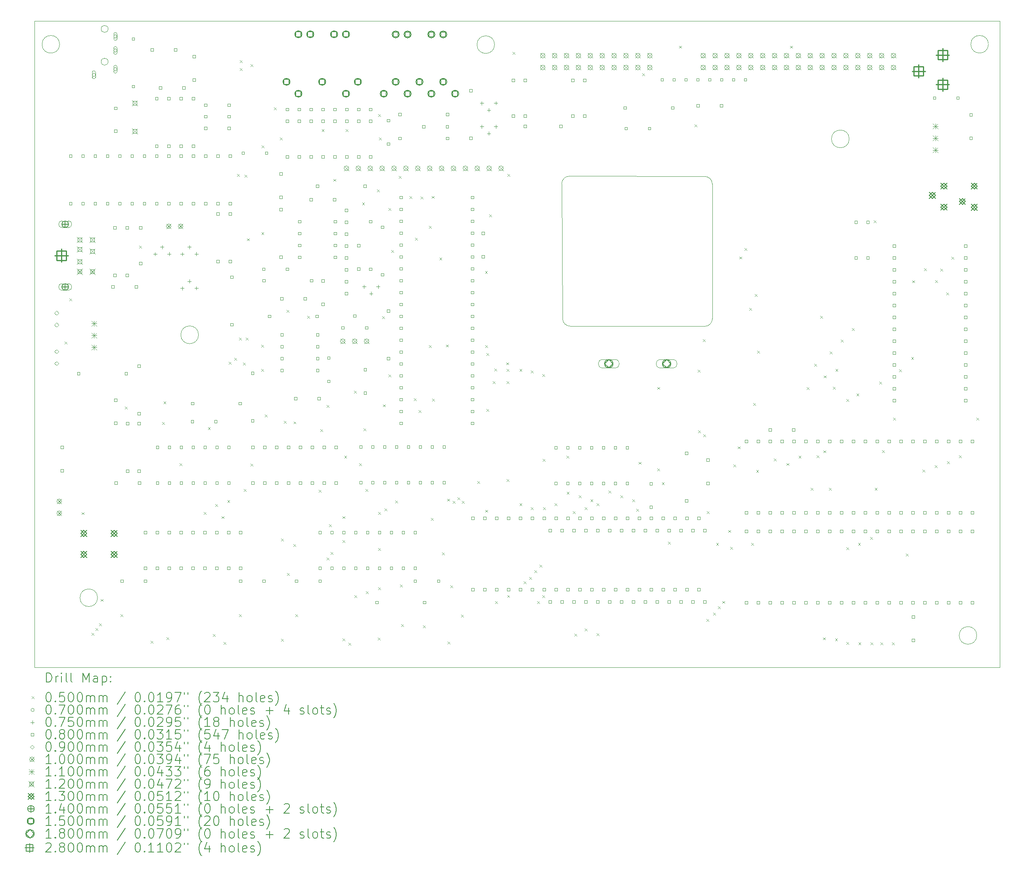
<source format=gbr>
%TF.GenerationSoftware,KiCad,Pcbnew,8.0.5*%
%TF.CreationDate,2025-01-06T13:55:53+00:00*%
%TF.ProjectId,Oric,4f726963-2e6b-4696-9361-645f70636258,rev?*%
%TF.SameCoordinates,Original*%
%TF.FileFunction,Drillmap*%
%TF.FilePolarity,Positive*%
%FSLAX45Y45*%
G04 Gerber Fmt 4.5, Leading zero omitted, Abs format (unit mm)*
G04 Created by KiCad (PCBNEW 8.0.5) date 2025-01-06 13:55:53*
%MOMM*%
%LPD*%
G01*
G04 APERTURE LIST*
%ADD10C,0.050000*%
%ADD11C,0.200000*%
%ADD12C,0.100000*%
%ADD13C,0.110000*%
%ADD14C,0.120000*%
%ADD15C,0.130000*%
%ADD16C,0.140000*%
%ADD17C,0.150000*%
%ADD18C,0.180000*%
%ADD19C,0.280000*%
G04 APERTURE END LIST*
D10*
X21435000Y-4662000D02*
G75*
G02*
X21056387Y-4662000I-189307J0D01*
G01*
X21056387Y-4662000D02*
G75*
G02*
X21435000Y-4662000I189307J0D01*
G01*
X5382500Y-14465000D02*
G75*
G02*
X5006319Y-14465000I-188090J0D01*
G01*
X5006319Y-14465000D02*
G75*
G02*
X5382500Y-14465000I188090J0D01*
G01*
X18347742Y-5463000D02*
X15458258Y-5458000D01*
X7538613Y-8847500D02*
G75*
G02*
X7160000Y-8847500I-189307J0D01*
G01*
X7160000Y-8847500D02*
G75*
G02*
X7538613Y-8847500I189307J0D01*
G01*
X15295258Y-5621000D02*
X15313258Y-8499742D01*
X18512742Y-8503742D02*
G75*
G02*
X18349742Y-8666742I-163002J2D01*
G01*
X24160000Y-15270000D02*
G75*
G02*
X23783819Y-15270000I-188090J0D01*
G01*
X23783819Y-15270000D02*
G75*
G02*
X24160000Y-15270000I188090J0D01*
G01*
X13861000Y-2648000D02*
G75*
G02*
X13484819Y-2648000I-188090J0D01*
G01*
X13484819Y-2648000D02*
G75*
G02*
X13861000Y-2648000I188090J0D01*
G01*
X24408000Y-2640000D02*
G75*
G02*
X24031819Y-2640000I-188090J0D01*
G01*
X24031819Y-2640000D02*
G75*
G02*
X24408000Y-2640000I188090J0D01*
G01*
X4032000Y-2144000D02*
X24649000Y-2144000D01*
X24649000Y-15955000D01*
X4032000Y-15955000D01*
X4032000Y-2144000D01*
X18347742Y-5463000D02*
G75*
G02*
X18510740Y-5626000I-2J-163000D01*
G01*
X15476258Y-8662742D02*
X18349742Y-8666742D01*
X15476258Y-8662742D02*
G75*
G02*
X15313258Y-8499742I2J163002D01*
G01*
X4572090Y-2640910D02*
G75*
G02*
X4195910Y-2640910I-188090J0D01*
G01*
X4195910Y-2640910D02*
G75*
G02*
X4572090Y-2640910I188090J0D01*
G01*
X18512742Y-8503742D02*
X18510742Y-5626000D01*
X15295258Y-5621000D02*
G75*
G02*
X15458258Y-5457998I163002J0D01*
G01*
X5607500Y-2312500D02*
G75*
G02*
X5457500Y-2312500I-75000J0D01*
G01*
X5457500Y-2312500D02*
G75*
G02*
X5607500Y-2312500I75000J0D01*
G01*
X5607500Y-3012500D02*
G75*
G02*
X5457500Y-3012500I-75000J0D01*
G01*
X5457500Y-3012500D02*
G75*
G02*
X5607500Y-3012500I75000J0D01*
G01*
D11*
D12*
X4677500Y-8990000D02*
X4727500Y-9040000D01*
X4727500Y-8990000D02*
X4677500Y-9040000D01*
X4777500Y-8072500D02*
X4827500Y-8122500D01*
X4827500Y-8072500D02*
X4777500Y-8122500D01*
X5043000Y-12638000D02*
X5093000Y-12688000D01*
X5093000Y-12638000D02*
X5043000Y-12688000D01*
X5252500Y-15212500D02*
X5302500Y-15262500D01*
X5302500Y-15212500D02*
X5252500Y-15262500D01*
X5340000Y-15117500D02*
X5390000Y-15167500D01*
X5390000Y-15117500D02*
X5340000Y-15167500D01*
X5413766Y-15016026D02*
X5463766Y-15066026D01*
X5463766Y-15016026D02*
X5413766Y-15066026D01*
X5453000Y-14492000D02*
X5503000Y-14542000D01*
X5503000Y-14492000D02*
X5453000Y-14542000D01*
X5875000Y-14815000D02*
X5925000Y-14865000D01*
X5925000Y-14815000D02*
X5875000Y-14865000D01*
X5963000Y-10382000D02*
X6013000Y-10432000D01*
X6013000Y-10382000D02*
X5963000Y-10432000D01*
X6270000Y-6945000D02*
X6320000Y-6995000D01*
X6320000Y-6945000D02*
X6270000Y-6995000D01*
X6515000Y-15387500D02*
X6565000Y-15437500D01*
X6565000Y-15387500D02*
X6515000Y-15437500D01*
X6764000Y-10715000D02*
X6814000Y-10765000D01*
X6814000Y-10715000D02*
X6764000Y-10765000D01*
X6791750Y-10269250D02*
X6841750Y-10319250D01*
X6841750Y-10269250D02*
X6791750Y-10319250D01*
X6852500Y-15312500D02*
X6902500Y-15362500D01*
X6902500Y-15312500D02*
X6852500Y-15362500D01*
X7137000Y-11596000D02*
X7187000Y-11646000D01*
X7187000Y-11596000D02*
X7137000Y-11646000D01*
X7647500Y-12637500D02*
X7697500Y-12687500D01*
X7697500Y-12637500D02*
X7647500Y-12687500D01*
X7740000Y-10820000D02*
X7790000Y-10870000D01*
X7790000Y-10820000D02*
X7740000Y-10870000D01*
X7842500Y-15240000D02*
X7892500Y-15290000D01*
X7892500Y-15240000D02*
X7842500Y-15290000D01*
X7900000Y-12462500D02*
X7950000Y-12512500D01*
X7950000Y-12462500D02*
X7900000Y-12512500D01*
X8030000Y-12722500D02*
X8080000Y-12772500D01*
X8080000Y-12722500D02*
X8030000Y-12772500D01*
X8072500Y-15412500D02*
X8122500Y-15462500D01*
X8122500Y-15412500D02*
X8072500Y-15462500D01*
X8155000Y-12377500D02*
X8205000Y-12427500D01*
X8205000Y-12377500D02*
X8155000Y-12427500D01*
X8185000Y-9425000D02*
X8235000Y-9475000D01*
X8235000Y-9425000D02*
X8185000Y-9475000D01*
X8302000Y-9339000D02*
X8352000Y-9389000D01*
X8352000Y-9339000D02*
X8302000Y-9389000D01*
X8362500Y-5415000D02*
X8412500Y-5465000D01*
X8412500Y-5415000D02*
X8362500Y-5465000D01*
X8407000Y-8909000D02*
X8457000Y-8959000D01*
X8457000Y-8909000D02*
X8407000Y-8959000D01*
X8407500Y-14817500D02*
X8457500Y-14867500D01*
X8457500Y-14817500D02*
X8407500Y-14867500D01*
X8425000Y-2985000D02*
X8475000Y-3035000D01*
X8475000Y-2985000D02*
X8425000Y-3035000D01*
X8425000Y-3155000D02*
X8475000Y-3205000D01*
X8475000Y-3155000D02*
X8425000Y-3205000D01*
X8491000Y-9440000D02*
X8541000Y-9490000D01*
X8541000Y-9440000D02*
X8491000Y-9490000D01*
X8507500Y-12145000D02*
X8557500Y-12195000D01*
X8557500Y-12145000D02*
X8507500Y-12195000D01*
X8525000Y-5427500D02*
X8575000Y-5477500D01*
X8575000Y-5427500D02*
X8525000Y-5477500D01*
X8549000Y-8911000D02*
X8599000Y-8961000D01*
X8599000Y-8911000D02*
X8549000Y-8961000D01*
X8574000Y-6787500D02*
X8624000Y-6837500D01*
X8624000Y-6787500D02*
X8574000Y-6837500D01*
X8649000Y-11600000D02*
X8699000Y-11650000D01*
X8699000Y-11600000D02*
X8649000Y-11650000D01*
X8650000Y-3070000D02*
X8700000Y-3120000D01*
X8700000Y-3070000D02*
X8650000Y-3120000D01*
X8880000Y-9062000D02*
X8930000Y-9112000D01*
X8930000Y-9062000D02*
X8880000Y-9112000D01*
X8881000Y-9579000D02*
X8931000Y-9629000D01*
X8931000Y-9579000D02*
X8881000Y-9629000D01*
X8882500Y-6657500D02*
X8932500Y-6707500D01*
X8932500Y-6657500D02*
X8882500Y-6707500D01*
X8884000Y-4799000D02*
X8934000Y-4849000D01*
X8934000Y-4799000D02*
X8884000Y-4849000D01*
X8953750Y-10551250D02*
X9003750Y-10601250D01*
X9003750Y-10551250D02*
X8953750Y-10601250D01*
X9153000Y-3987000D02*
X9203000Y-4037000D01*
X9203000Y-3987000D02*
X9153000Y-4037000D01*
X9279000Y-4633000D02*
X9329000Y-4683000D01*
X9329000Y-4633000D02*
X9279000Y-4683000D01*
X9300000Y-15345000D02*
X9350000Y-15395000D01*
X9350000Y-15345000D02*
X9300000Y-15395000D01*
X9305000Y-13197500D02*
X9355000Y-13247500D01*
X9355000Y-13197500D02*
X9305000Y-13247500D01*
X9360000Y-10685000D02*
X9410000Y-10735000D01*
X9410000Y-10685000D02*
X9360000Y-10735000D01*
X9424000Y-8312500D02*
X9474000Y-8362500D01*
X9474000Y-8312500D02*
X9424000Y-8362500D01*
X9427500Y-13937500D02*
X9477500Y-13987500D01*
X9477500Y-13937500D02*
X9427500Y-13987500D01*
X9567500Y-13320000D02*
X9617500Y-13370000D01*
X9617500Y-13320000D02*
X9567500Y-13370000D01*
X9568250Y-10699250D02*
X9618250Y-10749250D01*
X9618250Y-10699250D02*
X9568250Y-10749250D01*
X9605000Y-14820000D02*
X9655000Y-14870000D01*
X9655000Y-14820000D02*
X9605000Y-14870000D01*
X9862000Y-8442500D02*
X9912000Y-8492500D01*
X9912000Y-8442500D02*
X9862000Y-8492500D01*
X10105000Y-12157500D02*
X10155000Y-12207500D01*
X10155000Y-12157500D02*
X10105000Y-12207500D01*
X10140058Y-10861058D02*
X10190058Y-10911058D01*
X10190058Y-10861058D02*
X10140058Y-10911058D01*
X10170000Y-4455155D02*
X10220000Y-4505155D01*
X10220000Y-4455155D02*
X10170000Y-4505155D01*
X10273000Y-10351000D02*
X10323000Y-10401000D01*
X10323000Y-10351000D02*
X10273000Y-10401000D01*
X10274000Y-13610000D02*
X10324000Y-13660000D01*
X10324000Y-13610000D02*
X10274000Y-13660000D01*
X10329000Y-12896030D02*
X10379000Y-12946030D01*
X10379000Y-12896030D02*
X10329000Y-12946030D01*
X10359000Y-13492500D02*
X10409000Y-13542500D01*
X10409000Y-13492500D02*
X10359000Y-13542500D01*
X10417500Y-5517500D02*
X10467500Y-5567500D01*
X10467500Y-5517500D02*
X10417500Y-5567500D01*
X10612500Y-12722500D02*
X10662500Y-12772500D01*
X10662500Y-12722500D02*
X10612500Y-12772500D01*
X10612500Y-15337500D02*
X10662500Y-15387500D01*
X10662500Y-15337500D02*
X10612500Y-15387500D01*
X10615000Y-13235000D02*
X10665000Y-13285000D01*
X10665000Y-13235000D02*
X10615000Y-13285000D01*
X10652000Y-11429000D02*
X10702000Y-11479000D01*
X10702000Y-11429000D02*
X10652000Y-11479000D01*
X10680000Y-4455155D02*
X10730000Y-4505155D01*
X10730000Y-4455155D02*
X10680000Y-4505155D01*
X10745000Y-15425000D02*
X10795000Y-15475000D01*
X10795000Y-15425000D02*
X10745000Y-15475000D01*
X10857000Y-10042000D02*
X10907000Y-10092000D01*
X10907000Y-10042000D02*
X10857000Y-10092000D01*
X10867500Y-14412500D02*
X10917500Y-14462500D01*
X10917500Y-14412500D02*
X10867500Y-14462500D01*
X10972000Y-11591000D02*
X11022000Y-11641000D01*
X11022000Y-11591000D02*
X10972000Y-11641000D01*
X11033174Y-6019326D02*
X11083174Y-6069326D01*
X11083174Y-6019326D02*
X11033174Y-6069326D01*
X11061000Y-10850000D02*
X11111000Y-10900000D01*
X11111000Y-10850000D02*
X11061000Y-10900000D01*
X11102500Y-12145000D02*
X11152500Y-12195000D01*
X11152500Y-12145000D02*
X11102500Y-12195000D01*
X11117500Y-14327500D02*
X11167500Y-14377500D01*
X11167500Y-14327500D02*
X11117500Y-14377500D01*
X11352500Y-5742500D02*
X11402500Y-5792500D01*
X11402500Y-5742500D02*
X11352500Y-5792500D01*
X11367500Y-15320000D02*
X11417500Y-15370000D01*
X11417500Y-15320000D02*
X11367500Y-15370000D01*
X11372500Y-13407500D02*
X11422500Y-13457500D01*
X11422500Y-13407500D02*
X11372500Y-13457500D01*
X11375000Y-12637500D02*
X11425000Y-12687500D01*
X11425000Y-12637500D02*
X11375000Y-12687500D01*
X11377000Y-4133000D02*
X11427000Y-4183000D01*
X11427000Y-4133000D02*
X11377000Y-4183000D01*
X11380000Y-14242500D02*
X11430000Y-14292500D01*
X11430000Y-14242500D02*
X11380000Y-14292500D01*
X11390000Y-4634000D02*
X11440000Y-4684000D01*
X11440000Y-4634000D02*
X11390000Y-4684000D01*
X11461000Y-8455000D02*
X11511000Y-8505000D01*
X11511000Y-8455000D02*
X11461000Y-8505000D01*
X11475000Y-10335000D02*
X11525000Y-10385000D01*
X11525000Y-10335000D02*
X11475000Y-10385000D01*
X11510000Y-12560000D02*
X11560000Y-12610000D01*
X11560000Y-12560000D02*
X11510000Y-12610000D01*
X11599000Y-6138000D02*
X11649000Y-6188000D01*
X11649000Y-6138000D02*
X11599000Y-6188000D01*
X11600000Y-9695000D02*
X11650000Y-9745000D01*
X11650000Y-9695000D02*
X11600000Y-9745000D01*
X11652000Y-7037000D02*
X11702000Y-7087000D01*
X11702000Y-7037000D02*
X11652000Y-7087000D01*
X11739000Y-12390000D02*
X11789000Y-12440000D01*
X11789000Y-12390000D02*
X11739000Y-12440000D01*
X11818000Y-5452000D02*
X11868000Y-5502000D01*
X11868000Y-5452000D02*
X11818000Y-5502000D01*
X11840000Y-14184000D02*
X11890000Y-14234000D01*
X11890000Y-14184000D02*
X11840000Y-14234000D01*
X11865000Y-15032500D02*
X11915000Y-15082500D01*
X11915000Y-15032500D02*
X11865000Y-15082500D01*
X12047000Y-5887000D02*
X12097000Y-5937000D01*
X12097000Y-5887000D02*
X12047000Y-5937000D01*
X12135000Y-10203000D02*
X12185000Y-10253000D01*
X12185000Y-10203000D02*
X12135000Y-10253000D01*
X12161000Y-6778000D02*
X12211000Y-6828000D01*
X12211000Y-6778000D02*
X12161000Y-6828000D01*
X12238000Y-10460000D02*
X12288000Y-10510000D01*
X12288000Y-10460000D02*
X12238000Y-10510000D01*
X12283000Y-5894000D02*
X12333000Y-5944000D01*
X12333000Y-5894000D02*
X12283000Y-5944000D01*
X12335000Y-15052500D02*
X12385000Y-15102500D01*
X12385000Y-15052500D02*
X12335000Y-15102500D01*
X12462000Y-9071000D02*
X12512000Y-9121000D01*
X12512000Y-9071000D02*
X12462000Y-9121000D01*
X12463000Y-6523000D02*
X12513000Y-6573000D01*
X12513000Y-6523000D02*
X12463000Y-6573000D01*
X12502500Y-12762500D02*
X12552500Y-12812500D01*
X12552500Y-12762500D02*
X12502500Y-12812500D01*
X12519000Y-5882000D02*
X12569000Y-5932000D01*
X12569000Y-5882000D02*
X12519000Y-5932000D01*
X12524000Y-10214000D02*
X12574000Y-10264000D01*
X12574000Y-10214000D02*
X12524000Y-10264000D01*
X12684000Y-7200000D02*
X12734000Y-7250000D01*
X12734000Y-7200000D02*
X12684000Y-7250000D01*
X12742500Y-13495000D02*
X12792500Y-13545000D01*
X12792500Y-13495000D02*
X12742500Y-13545000D01*
X12825000Y-9057000D02*
X12875000Y-9107000D01*
X12875000Y-9057000D02*
X12825000Y-9107000D01*
X12850667Y-12350000D02*
X12900667Y-12400000D01*
X12900667Y-12350000D02*
X12850667Y-12400000D01*
X12857500Y-15405000D02*
X12907500Y-15455000D01*
X12907500Y-15405000D02*
X12857500Y-15455000D01*
X12920000Y-14200000D02*
X12970000Y-14250000D01*
X12970000Y-14200000D02*
X12920000Y-14250000D01*
X12970000Y-12395000D02*
X13020000Y-12445000D01*
X13020000Y-12395000D02*
X12970000Y-12445000D01*
X13067484Y-12318574D02*
X13117484Y-12368574D01*
X13117484Y-12318574D02*
X13067484Y-12368574D01*
X13142500Y-14830000D02*
X13192500Y-14880000D01*
X13192500Y-14830000D02*
X13142500Y-14880000D01*
X13160000Y-12395000D02*
X13210000Y-12445000D01*
X13210000Y-12395000D02*
X13160000Y-12445000D01*
X13491000Y-11977000D02*
X13541000Y-12027000D01*
X13541000Y-11977000D02*
X13491000Y-12027000D01*
X13658000Y-7484000D02*
X13708000Y-7534000D01*
X13708000Y-7484000D02*
X13658000Y-7534000D01*
X13659000Y-9070000D02*
X13709000Y-9120000D01*
X13709000Y-9070000D02*
X13659000Y-9120000D01*
X13662500Y-12587500D02*
X13712500Y-12637500D01*
X13712500Y-12587500D02*
X13662500Y-12637500D01*
X13688000Y-9237000D02*
X13738000Y-9287000D01*
X13738000Y-9237000D02*
X13688000Y-9287000D01*
X13691000Y-10434000D02*
X13741000Y-10484000D01*
X13741000Y-10434000D02*
X13691000Y-10484000D01*
X13748000Y-6277000D02*
X13798000Y-6327000D01*
X13798000Y-6277000D02*
X13748000Y-6327000D01*
X13825000Y-9840000D02*
X13875000Y-9890000D01*
X13875000Y-9840000D02*
X13825000Y-9890000D01*
X13860000Y-9566000D02*
X13910000Y-9616000D01*
X13910000Y-9566000D02*
X13860000Y-9616000D01*
X13877500Y-14540000D02*
X13927500Y-14590000D01*
X13927500Y-14540000D02*
X13877500Y-14590000D01*
X14114000Y-9438000D02*
X14164000Y-9488000D01*
X14164000Y-9438000D02*
X14114000Y-9488000D01*
X14117500Y-9580000D02*
X14167500Y-9630000D01*
X14167500Y-9580000D02*
X14117500Y-9630000D01*
X14117500Y-11932500D02*
X14167500Y-11982500D01*
X14167500Y-11932500D02*
X14117500Y-11982500D01*
X14117500Y-9840292D02*
X14167500Y-9890292D01*
X14167500Y-9840292D02*
X14117500Y-9890292D01*
X14132500Y-14407500D02*
X14182500Y-14457500D01*
X14182500Y-14407500D02*
X14132500Y-14457500D01*
X14134000Y-5412000D02*
X14184000Y-5462000D01*
X14184000Y-5412000D02*
X14134000Y-5462000D01*
X14243000Y-2804000D02*
X14293000Y-2854000D01*
X14293000Y-2804000D02*
X14243000Y-2854000D01*
X14395000Y-9580000D02*
X14445000Y-9630000D01*
X14445000Y-9580000D02*
X14395000Y-9630000D01*
X14395000Y-12445000D02*
X14445000Y-12495000D01*
X14445000Y-12445000D02*
X14395000Y-12495000D01*
X14482500Y-14117500D02*
X14532500Y-14167500D01*
X14532500Y-14117500D02*
X14482500Y-14167500D01*
X14602500Y-14019000D02*
X14652500Y-14069000D01*
X14652500Y-14019000D02*
X14602500Y-14069000D01*
X14637500Y-9610000D02*
X14687500Y-9660000D01*
X14687500Y-9610000D02*
X14637500Y-9660000D01*
X14638808Y-12530080D02*
X14688808Y-12580080D01*
X14688808Y-12530080D02*
X14638808Y-12580080D01*
X14712500Y-13881000D02*
X14762500Y-13931000D01*
X14762500Y-13881000D02*
X14712500Y-13931000D01*
X14770000Y-14540000D02*
X14820000Y-14590000D01*
X14820000Y-14540000D02*
X14770000Y-14590000D01*
X14822500Y-13762000D02*
X14872500Y-13812000D01*
X14872500Y-13762000D02*
X14822500Y-13812000D01*
X14881395Y-14411970D02*
X14931395Y-14461970D01*
X14931395Y-14411970D02*
X14881395Y-14461970D01*
X14882146Y-9690354D02*
X14932146Y-9740354D01*
X14932146Y-9690354D02*
X14882146Y-9740354D01*
X14889326Y-11499326D02*
X14939326Y-11549326D01*
X14939326Y-11499326D02*
X14889326Y-11549326D01*
X14895000Y-12530000D02*
X14945000Y-12580000D01*
X14945000Y-12530000D02*
X14895000Y-12580000D01*
X15147500Y-12445000D02*
X15197500Y-12495000D01*
X15197500Y-12445000D02*
X15147500Y-12495000D01*
X15400000Y-11430000D02*
X15450000Y-11480000D01*
X15450000Y-11430000D02*
X15400000Y-11480000D01*
X15402500Y-12200000D02*
X15452500Y-12250000D01*
X15452500Y-12200000D02*
X15402500Y-12250000D01*
X15530000Y-12615000D02*
X15580000Y-12665000D01*
X15580000Y-12615000D02*
X15530000Y-12665000D01*
X15565000Y-15235000D02*
X15615000Y-15285000D01*
X15615000Y-15235000D02*
X15565000Y-15285000D01*
X15660000Y-12275000D02*
X15710000Y-12325000D01*
X15710000Y-12275000D02*
X15660000Y-12325000D01*
X15784000Y-12530000D02*
X15834000Y-12580000D01*
X15834000Y-12530000D02*
X15784000Y-12580000D01*
X15784000Y-15120000D02*
X15834000Y-15170000D01*
X15834000Y-15120000D02*
X15784000Y-15170000D01*
X15910000Y-12360000D02*
X15960000Y-12410000D01*
X15960000Y-12360000D02*
X15910000Y-12410000D01*
X16038000Y-12445000D02*
X16088000Y-12495000D01*
X16088000Y-12445000D02*
X16038000Y-12495000D01*
X16040000Y-15227500D02*
X16090000Y-15277500D01*
X16090000Y-15227500D02*
X16040000Y-15277500D01*
X16292000Y-12177500D02*
X16342000Y-12227500D01*
X16342000Y-12177500D02*
X16292000Y-12227500D01*
X16546000Y-12275000D02*
X16596000Y-12325000D01*
X16596000Y-12275000D02*
X16546000Y-12325000D01*
X16800000Y-12360000D02*
X16850000Y-12410000D01*
X16850000Y-12360000D02*
X16800000Y-12410000D01*
X16885000Y-12567500D02*
X16935000Y-12617500D01*
X16935000Y-12567500D02*
X16885000Y-12617500D01*
X16937500Y-11562500D02*
X16987500Y-11612500D01*
X16987500Y-11562500D02*
X16937500Y-11612500D01*
X17012000Y-3260000D02*
X17062000Y-3310000D01*
X17062000Y-3260000D02*
X17012000Y-3310000D01*
X17335000Y-11702500D02*
X17385000Y-11752500D01*
X17385000Y-11702500D02*
X17335000Y-11752500D01*
X17337500Y-9962500D02*
X17387500Y-10012500D01*
X17387500Y-9962500D02*
X17337500Y-10012500D01*
X17434000Y-12001000D02*
X17484000Y-12051000D01*
X17484000Y-12001000D02*
X17434000Y-12051000D01*
X17565000Y-13272500D02*
X17615000Y-13322500D01*
X17615000Y-13272500D02*
X17565000Y-13322500D01*
X17804000Y-2672500D02*
X17854000Y-2722500D01*
X17854000Y-2672500D02*
X17804000Y-2722500D01*
X18135000Y-4350000D02*
X18185000Y-4400000D01*
X18185000Y-4350000D02*
X18135000Y-4400000D01*
X18200000Y-9595000D02*
X18250000Y-9645000D01*
X18250000Y-9595000D02*
X18200000Y-9645000D01*
X18210000Y-10887500D02*
X18260000Y-10937500D01*
X18260000Y-10887500D02*
X18210000Y-10937500D01*
X18308000Y-8943000D02*
X18358000Y-8993000D01*
X18358000Y-8943000D02*
X18308000Y-8993000D01*
X18318000Y-10972500D02*
X18368000Y-11022500D01*
X18368000Y-10972500D02*
X18318000Y-11022500D01*
X18385000Y-14922500D02*
X18435000Y-14972500D01*
X18435000Y-14922500D02*
X18385000Y-14972500D01*
X18392500Y-12620000D02*
X18442500Y-12670000D01*
X18442500Y-12620000D02*
X18392500Y-12670000D01*
X18530000Y-14786000D02*
X18580000Y-14836000D01*
X18580000Y-14786000D02*
X18530000Y-14836000D01*
X18593854Y-13296146D02*
X18643854Y-13346146D01*
X18643854Y-13296146D02*
X18593854Y-13346146D01*
X18630000Y-14647500D02*
X18680000Y-14697500D01*
X18680000Y-14647500D02*
X18630000Y-14697500D01*
X18722500Y-14535000D02*
X18772500Y-14585000D01*
X18772500Y-14535000D02*
X18722500Y-14585000D01*
X18855000Y-13019000D02*
X18905000Y-13069000D01*
X18905000Y-13019000D02*
X18855000Y-13069000D01*
X18895000Y-13378000D02*
X18945000Y-13428000D01*
X18945000Y-13378000D02*
X18895000Y-13428000D01*
X18959000Y-11616000D02*
X19009000Y-11666000D01*
X19009000Y-11616000D02*
X18959000Y-11666000D01*
X19055000Y-11233000D02*
X19105000Y-11283000D01*
X19105000Y-11233000D02*
X19055000Y-11283000D01*
X19090000Y-7177500D02*
X19140000Y-7227500D01*
X19140000Y-7177500D02*
X19090000Y-7227500D01*
X19200000Y-6992500D02*
X19250000Y-7042500D01*
X19250000Y-6992500D02*
X19200000Y-7042500D01*
X19302500Y-8270000D02*
X19352500Y-8320000D01*
X19352500Y-8270000D02*
X19302500Y-8320000D01*
X19342000Y-13293000D02*
X19392000Y-13343000D01*
X19392000Y-13293000D02*
X19342000Y-13343000D01*
X19384000Y-10302500D02*
X19434000Y-10352500D01*
X19434000Y-10302500D02*
X19384000Y-10352500D01*
X19423000Y-7980000D02*
X19473000Y-8030000D01*
X19473000Y-7980000D02*
X19423000Y-8030000D01*
X19449000Y-11734000D02*
X19499000Y-11784000D01*
X19499000Y-11734000D02*
X19449000Y-11784000D01*
X19470000Y-9190000D02*
X19520000Y-9240000D01*
X19520000Y-9190000D02*
X19470000Y-9240000D01*
X19823000Y-11488000D02*
X19873000Y-11538000D01*
X19873000Y-11488000D02*
X19823000Y-11538000D01*
X20095000Y-11588000D02*
X20145000Y-11638000D01*
X20145000Y-11588000D02*
X20095000Y-11638000D01*
X20170000Y-2672500D02*
X20220000Y-2722500D01*
X20220000Y-2672500D02*
X20170000Y-2722500D01*
X20355000Y-11428000D02*
X20405000Y-11478000D01*
X20405000Y-11428000D02*
X20355000Y-11478000D01*
X20528000Y-9964000D02*
X20578000Y-10014000D01*
X20578000Y-9964000D02*
X20528000Y-10014000D01*
X20612000Y-12117000D02*
X20662000Y-12167000D01*
X20662000Y-12117000D02*
X20612000Y-12167000D01*
X20690000Y-9467500D02*
X20740000Y-9517500D01*
X20740000Y-9467500D02*
X20690000Y-9517500D01*
X20739000Y-11427000D02*
X20789000Y-11477000D01*
X20789000Y-11427000D02*
X20739000Y-11477000D01*
X20820000Y-8442000D02*
X20870000Y-8492000D01*
X20870000Y-8442000D02*
X20820000Y-8492000D01*
X20874000Y-15314000D02*
X20924000Y-15364000D01*
X20924000Y-15314000D02*
X20874000Y-15364000D01*
X20888000Y-11317000D02*
X20938000Y-11367000D01*
X20938000Y-11317000D02*
X20888000Y-11367000D01*
X20891000Y-9717500D02*
X20941000Y-9767500D01*
X20941000Y-9717500D02*
X20891000Y-9767500D01*
X21001000Y-12117000D02*
X21051000Y-12167000D01*
X21051000Y-12117000D02*
X21001000Y-12167000D01*
X21017000Y-9205000D02*
X21067000Y-9255000D01*
X21067000Y-9205000D02*
X21017000Y-9255000D01*
X21090000Y-9960000D02*
X21140000Y-10010000D01*
X21140000Y-9960000D02*
X21090000Y-10010000D01*
X21134000Y-15336000D02*
X21184000Y-15386000D01*
X21184000Y-15336000D02*
X21134000Y-15386000D01*
X21142750Y-9579750D02*
X21192750Y-9629750D01*
X21192750Y-9579750D02*
X21142750Y-9629750D01*
X21260000Y-8950000D02*
X21310000Y-9000000D01*
X21310000Y-8950000D02*
X21260000Y-9000000D01*
X21377000Y-10220000D02*
X21427000Y-10270000D01*
X21427000Y-10220000D02*
X21377000Y-10270000D01*
X21377000Y-15410000D02*
X21427000Y-15460000D01*
X21427000Y-15410000D02*
X21377000Y-15460000D01*
X21378000Y-13388000D02*
X21428000Y-13438000D01*
X21428000Y-13388000D02*
X21378000Y-13438000D01*
X21495000Y-8702500D02*
X21545000Y-8752500D01*
X21545000Y-8702500D02*
X21495000Y-8752500D01*
X21591000Y-10102500D02*
X21641000Y-10152500D01*
X21641000Y-10102500D02*
X21591000Y-10152500D01*
X21625000Y-13293000D02*
X21675000Y-13343000D01*
X21675000Y-13293000D02*
X21625000Y-13343000D01*
X21634000Y-15416000D02*
X21684000Y-15466000D01*
X21684000Y-15416000D02*
X21634000Y-15466000D01*
X21881000Y-13166000D02*
X21931000Y-13216000D01*
X21931000Y-13166000D02*
X21881000Y-13216000D01*
X21891000Y-15416000D02*
X21941000Y-15466000D01*
X21941000Y-15416000D02*
X21891000Y-15466000D01*
X21956396Y-6399830D02*
X22006396Y-6449830D01*
X22006396Y-6399830D02*
X21956396Y-6449830D01*
X21981000Y-12118000D02*
X22031000Y-12168000D01*
X22031000Y-12118000D02*
X21981000Y-12168000D01*
X22076000Y-9847500D02*
X22126000Y-9897500D01*
X22126000Y-9847500D02*
X22076000Y-9897500D01*
X22105000Y-15420000D02*
X22155000Y-15470000D01*
X22155000Y-15420000D02*
X22105000Y-15470000D01*
X22140000Y-11315000D02*
X22190000Y-11365000D01*
X22190000Y-11315000D02*
X22140000Y-11365000D01*
X22351000Y-15422000D02*
X22401000Y-15472000D01*
X22401000Y-15422000D02*
X22351000Y-15472000D01*
X22371000Y-10619000D02*
X22421000Y-10669000D01*
X22421000Y-10619000D02*
X22371000Y-10669000D01*
X22505000Y-9589000D02*
X22555000Y-9639000D01*
X22555000Y-9589000D02*
X22505000Y-9639000D01*
X22642000Y-13521000D02*
X22692000Y-13571000D01*
X22692000Y-13521000D02*
X22642000Y-13571000D01*
X22760000Y-9325000D02*
X22810000Y-9375000D01*
X22810000Y-9325000D02*
X22760000Y-9375000D01*
X22778000Y-7685000D02*
X22828000Y-7735000D01*
X22828000Y-7685000D02*
X22778000Y-7735000D01*
X22998000Y-11727000D02*
X23048000Y-11777000D01*
X23048000Y-11727000D02*
X22998000Y-11777000D01*
X23034000Y-7430000D02*
X23084000Y-7480000D01*
X23084000Y-7430000D02*
X23034000Y-7480000D01*
X23266000Y-11638000D02*
X23316000Y-11688000D01*
X23316000Y-11638000D02*
X23266000Y-11688000D01*
X23270000Y-7683000D02*
X23320000Y-7733000D01*
X23320000Y-7683000D02*
X23270000Y-7733000D01*
X23379000Y-7435000D02*
X23429000Y-7485000D01*
X23429000Y-7435000D02*
X23379000Y-7485000D01*
X23511000Y-7940000D02*
X23561000Y-7990000D01*
X23561000Y-7940000D02*
X23511000Y-7990000D01*
X23524000Y-11551000D02*
X23574000Y-11601000D01*
X23574000Y-11551000D02*
X23524000Y-11601000D01*
X23621000Y-7179000D02*
X23671000Y-7229000D01*
X23671000Y-7179000D02*
X23621000Y-7229000D01*
X23782000Y-11427000D02*
X23832000Y-11477000D01*
X23832000Y-11427000D02*
X23782000Y-11477000D01*
X24155000Y-10619000D02*
X24205000Y-10669000D01*
X24205000Y-10619000D02*
X24155000Y-10669000D01*
X5337500Y-3292500D02*
G75*
G02*
X5267500Y-3292500I-35000J0D01*
G01*
X5267500Y-3292500D02*
G75*
G02*
X5337500Y-3292500I35000J0D01*
G01*
X5267500Y-3242500D02*
X5267500Y-3342500D01*
X5337500Y-3342500D02*
G75*
G02*
X5267500Y-3342500I-35000J0D01*
G01*
X5337500Y-3342500D02*
X5337500Y-3242500D01*
X5337500Y-3242500D02*
G75*
G03*
X5267500Y-3242500I-35000J0D01*
G01*
X5797500Y-2472500D02*
G75*
G02*
X5727500Y-2472500I-35000J0D01*
G01*
X5727500Y-2472500D02*
G75*
G02*
X5797500Y-2472500I35000J0D01*
G01*
X5727500Y-2422500D02*
X5727500Y-2522500D01*
X5797500Y-2522500D02*
G75*
G02*
X5727500Y-2522500I-35000J0D01*
G01*
X5797500Y-2522500D02*
X5797500Y-2422500D01*
X5797500Y-2422500D02*
G75*
G03*
X5727500Y-2422500I-35000J0D01*
G01*
X5797500Y-2772500D02*
G75*
G02*
X5727500Y-2772500I-35000J0D01*
G01*
X5727500Y-2772500D02*
G75*
G02*
X5797500Y-2772500I35000J0D01*
G01*
X5727500Y-2722500D02*
X5727500Y-2822500D01*
X5797500Y-2822500D02*
G75*
G02*
X5727500Y-2822500I-35000J0D01*
G01*
X5797500Y-2822500D02*
X5797500Y-2722500D01*
X5797500Y-2722500D02*
G75*
G03*
X5727500Y-2722500I-35000J0D01*
G01*
X5797500Y-3172500D02*
G75*
G02*
X5727500Y-3172500I-35000J0D01*
G01*
X5727500Y-3172500D02*
G75*
G02*
X5797500Y-3172500I35000J0D01*
G01*
X5727500Y-3122500D02*
X5727500Y-3222500D01*
X5797500Y-3222500D02*
G75*
G02*
X5727500Y-3222500I-35000J0D01*
G01*
X5797500Y-3222500D02*
X5797500Y-3122500D01*
X5797500Y-3122500D02*
G75*
G03*
X5727500Y-3122500I-35000J0D01*
G01*
X6610000Y-7084500D02*
X6610000Y-7159500D01*
X6572500Y-7122000D02*
X6647500Y-7122000D01*
X6760000Y-6935500D02*
X6760000Y-7010500D01*
X6722500Y-6973000D02*
X6797500Y-6973000D01*
X6910000Y-7082500D02*
X6910000Y-7157500D01*
X6872500Y-7120000D02*
X6947500Y-7120000D01*
X7192500Y-7084000D02*
X7192500Y-7159000D01*
X7155000Y-7121500D02*
X7230000Y-7121500D01*
X7192500Y-7814000D02*
X7192500Y-7889000D01*
X7155000Y-7851500D02*
X7230000Y-7851500D01*
X7342500Y-6935000D02*
X7342500Y-7010000D01*
X7305000Y-6972500D02*
X7380000Y-6972500D01*
X7342500Y-7665000D02*
X7342500Y-7740000D01*
X7305000Y-7702500D02*
X7380000Y-7702500D01*
X7492500Y-7082000D02*
X7492500Y-7157000D01*
X7455000Y-7119500D02*
X7530000Y-7119500D01*
X7492500Y-7812000D02*
X7492500Y-7887000D01*
X7455000Y-7849500D02*
X7530000Y-7849500D01*
X11073000Y-7781500D02*
X11073000Y-7856500D01*
X11035500Y-7819000D02*
X11110500Y-7819000D01*
X11223000Y-7928500D02*
X11223000Y-8003500D01*
X11185500Y-7966000D02*
X11260500Y-7966000D01*
X11373000Y-7779500D02*
X11373000Y-7854500D01*
X11335500Y-7817000D02*
X11410500Y-7817000D01*
X13588000Y-3860500D02*
X13588000Y-3935500D01*
X13550500Y-3898000D02*
X13625500Y-3898000D01*
X13588000Y-4361500D02*
X13588000Y-4436500D01*
X13550500Y-4399000D02*
X13625500Y-4399000D01*
X13738000Y-4007500D02*
X13738000Y-4082500D01*
X13700500Y-4045000D02*
X13775500Y-4045000D01*
X13738000Y-4508500D02*
X13738000Y-4583500D01*
X13700500Y-4546000D02*
X13775500Y-4546000D01*
X13888000Y-3858500D02*
X13888000Y-3933500D01*
X13850500Y-3896000D02*
X13925500Y-3896000D01*
X13888000Y-4359500D02*
X13888000Y-4434500D01*
X13850500Y-4397000D02*
X13925500Y-4397000D01*
X4652285Y-11279284D02*
X4652285Y-11222715D01*
X4595716Y-11222715D01*
X4595716Y-11279284D01*
X4652285Y-11279284D01*
X4652285Y-11779284D02*
X4652285Y-11722715D01*
X4595716Y-11722715D01*
X4595716Y-11779284D01*
X4652285Y-11779284D01*
X4833285Y-5055785D02*
X4833285Y-4999216D01*
X4776716Y-4999216D01*
X4776716Y-5055785D01*
X4833285Y-5055785D01*
X4833285Y-6071784D02*
X4833285Y-6015215D01*
X4776716Y-6015215D01*
X4776716Y-6071784D01*
X4833285Y-6071784D01*
X5003285Y-9703285D02*
X5003285Y-9646716D01*
X4946716Y-9646716D01*
X4946716Y-9703285D01*
X5003285Y-9703285D01*
X5095785Y-5055785D02*
X5095785Y-4999216D01*
X5039216Y-4999216D01*
X5039216Y-5055785D01*
X5095785Y-5055785D01*
X5095785Y-6071784D02*
X5095785Y-6015215D01*
X5039216Y-6015215D01*
X5039216Y-6071784D01*
X5095785Y-6071784D01*
X5358285Y-5055785D02*
X5358285Y-4999216D01*
X5301716Y-4999216D01*
X5301716Y-5055785D01*
X5358285Y-5055785D01*
X5358285Y-6071784D02*
X5358285Y-6015215D01*
X5301716Y-6015215D01*
X5301716Y-6071784D01*
X5358285Y-6071784D01*
X5620784Y-5055785D02*
X5620784Y-4999216D01*
X5564216Y-4999216D01*
X5564216Y-5055785D01*
X5620784Y-5055785D01*
X5620784Y-6071784D02*
X5620784Y-6015215D01*
X5564216Y-6015215D01*
X5564216Y-6071784D01*
X5620784Y-6071784D01*
X5733284Y-7845784D02*
X5733284Y-7789215D01*
X5676715Y-7789215D01*
X5676715Y-7845784D01*
X5733284Y-7845784D01*
X5778284Y-6584784D02*
X5778284Y-6528215D01*
X5721715Y-6528215D01*
X5721715Y-6584784D01*
X5778284Y-6584784D01*
X5778284Y-7600784D02*
X5778284Y-7544215D01*
X5721715Y-7544215D01*
X5721715Y-7600784D01*
X5778284Y-7600784D01*
X5794284Y-4033284D02*
X5794284Y-3976715D01*
X5737715Y-3976715D01*
X5737715Y-4033284D01*
X5794284Y-4033284D01*
X5794284Y-4523285D02*
X5794284Y-4466716D01*
X5737715Y-4466716D01*
X5737715Y-4523285D01*
X5794284Y-4523285D01*
X5794284Y-10270285D02*
X5794284Y-10213716D01*
X5737715Y-10213716D01*
X5737715Y-10270285D01*
X5794284Y-10270285D01*
X5794284Y-10760285D02*
X5794284Y-10703716D01*
X5737715Y-10703716D01*
X5737715Y-10760285D01*
X5794284Y-10760285D01*
X5801284Y-12037284D02*
X5801284Y-11980715D01*
X5744715Y-11980715D01*
X5744715Y-12037284D01*
X5801284Y-12037284D01*
X5883284Y-5055785D02*
X5883284Y-4999216D01*
X5826715Y-4999216D01*
X5826715Y-5055785D01*
X5883284Y-5055785D01*
X5883284Y-6071784D02*
X5883284Y-6015215D01*
X5826715Y-6015215D01*
X5826715Y-6071784D01*
X5883284Y-6071784D01*
X5928284Y-14135784D02*
X5928284Y-14079215D01*
X5871715Y-14079215D01*
X5871715Y-14135784D01*
X5928284Y-14135784D01*
X6019284Y-9703285D02*
X6019284Y-9646716D01*
X5962715Y-9646716D01*
X5962715Y-9703285D01*
X6019284Y-9703285D01*
X6040784Y-6584784D02*
X6040784Y-6528215D01*
X5984215Y-6528215D01*
X5984215Y-6584784D01*
X6040784Y-6584784D01*
X6040784Y-7600784D02*
X6040784Y-7544215D01*
X5984215Y-7544215D01*
X5984215Y-7600784D01*
X6040784Y-7600784D01*
X6048284Y-10770285D02*
X6048284Y-10713716D01*
X5991715Y-10713716D01*
X5991715Y-10770285D01*
X6048284Y-10770285D01*
X6048284Y-11786284D02*
X6048284Y-11729715D01*
X5991715Y-11729715D01*
X5991715Y-11786284D01*
X6048284Y-11786284D01*
X6145784Y-5055785D02*
X6145784Y-4999216D01*
X6089215Y-4999216D01*
X6089215Y-5055785D01*
X6145784Y-5055785D01*
X6145784Y-6071784D02*
X6145784Y-6015215D01*
X6089215Y-6015215D01*
X6089215Y-6071784D01*
X6145784Y-6071784D01*
X6172284Y-2552285D02*
X6172284Y-2495716D01*
X6115715Y-2495716D01*
X6115715Y-2552285D01*
X6172284Y-2552285D01*
X6172284Y-3568284D02*
X6172284Y-3511715D01*
X6115715Y-3511715D01*
X6115715Y-3568284D01*
X6172284Y-3568284D01*
X6233284Y-7845784D02*
X6233284Y-7789215D01*
X6176715Y-7789215D01*
X6176715Y-7845784D01*
X6233284Y-7845784D01*
X6294284Y-9543285D02*
X6294284Y-9486716D01*
X6237715Y-9486716D01*
X6237715Y-9543285D01*
X6294284Y-9543285D01*
X6294284Y-10559285D02*
X6294284Y-10502716D01*
X6237715Y-10502716D01*
X6237715Y-10559285D01*
X6294284Y-10559285D01*
X6294284Y-10770285D02*
X6294284Y-10713716D01*
X6237715Y-10713716D01*
X6237715Y-10770285D01*
X6294284Y-10770285D01*
X6294284Y-11786284D02*
X6294284Y-11729715D01*
X6237715Y-11729715D01*
X6237715Y-11786284D01*
X6294284Y-11786284D01*
X6301284Y-12037284D02*
X6301284Y-11980715D01*
X6244715Y-11980715D01*
X6244715Y-12037284D01*
X6301284Y-12037284D01*
X6325784Y-6584784D02*
X6325784Y-6528215D01*
X6269215Y-6528215D01*
X6269215Y-6584784D01*
X6325784Y-6584784D01*
X6325784Y-7346784D02*
X6325784Y-7290215D01*
X6269215Y-7290215D01*
X6269215Y-7346784D01*
X6325784Y-7346784D01*
X6408284Y-5055785D02*
X6408284Y-4999216D01*
X6351715Y-4999216D01*
X6351715Y-5055785D01*
X6408284Y-5055785D01*
X6408284Y-6071784D02*
X6408284Y-6015215D01*
X6351715Y-6015215D01*
X6351715Y-6071784D01*
X6408284Y-6071784D01*
X6428284Y-14135784D02*
X6428284Y-14079215D01*
X6371715Y-14079215D01*
X6371715Y-14135784D01*
X6428284Y-14135784D01*
X6429284Y-13096284D02*
X6429284Y-13039715D01*
X6372715Y-13039715D01*
X6372715Y-13096284D01*
X6429284Y-13096284D01*
X6429284Y-13858284D02*
X6429284Y-13801715D01*
X6372715Y-13801715D01*
X6372715Y-13858284D01*
X6429284Y-13858284D01*
X6571284Y-2788285D02*
X6571284Y-2731716D01*
X6514715Y-2731716D01*
X6514715Y-2788285D01*
X6571284Y-2788285D01*
X6670784Y-3828284D02*
X6670784Y-3771715D01*
X6614215Y-3771715D01*
X6614215Y-3828284D01*
X6670784Y-3828284D01*
X6670784Y-4844285D02*
X6670784Y-4787716D01*
X6614215Y-4787716D01*
X6614215Y-4844285D01*
X6670784Y-4844285D01*
X6670784Y-5055785D02*
X6670784Y-4999216D01*
X6614215Y-4999216D01*
X6614215Y-5055785D01*
X6670784Y-5055785D01*
X6670784Y-6071784D02*
X6670784Y-6015215D01*
X6614215Y-6015215D01*
X6614215Y-6071784D01*
X6670784Y-6071784D01*
X6683284Y-13096284D02*
X6683284Y-13039715D01*
X6626715Y-13039715D01*
X6626715Y-13096284D01*
X6683284Y-13096284D01*
X6683284Y-13858284D02*
X6683284Y-13801715D01*
X6626715Y-13801715D01*
X6626715Y-13858284D01*
X6683284Y-13858284D01*
X6687284Y-11276284D02*
X6687284Y-11219715D01*
X6630715Y-11219715D01*
X6630715Y-11276284D01*
X6687284Y-11276284D01*
X6687284Y-12038284D02*
X6687284Y-11981715D01*
X6630715Y-11981715D01*
X6630715Y-12038284D01*
X6687284Y-12038284D01*
X6750784Y-3596284D02*
X6750784Y-3539715D01*
X6694215Y-3539715D01*
X6694215Y-3596284D01*
X6750784Y-3596284D01*
X6930784Y-3828284D02*
X6930784Y-3771715D01*
X6874215Y-3771715D01*
X6874215Y-3828284D01*
X6930784Y-3828284D01*
X6930784Y-4844285D02*
X6930784Y-4787716D01*
X6874215Y-4787716D01*
X6874215Y-4844285D01*
X6930784Y-4844285D01*
X6930784Y-5055785D02*
X6930784Y-4999216D01*
X6874215Y-4999216D01*
X6874215Y-5055785D01*
X6930784Y-5055785D01*
X6930784Y-6071784D02*
X6930784Y-6015215D01*
X6874215Y-6015215D01*
X6874215Y-6071784D01*
X6930784Y-6071784D01*
X6937284Y-13096284D02*
X6937284Y-13039715D01*
X6880715Y-13039715D01*
X6880715Y-13096284D01*
X6937284Y-13096284D01*
X6937284Y-13858284D02*
X6937284Y-13801715D01*
X6880715Y-13801715D01*
X6880715Y-13858284D01*
X6937284Y-13858284D01*
X6941284Y-11276284D02*
X6941284Y-11219715D01*
X6884715Y-11219715D01*
X6884715Y-11276284D01*
X6941284Y-11276284D01*
X6941284Y-12038284D02*
X6941284Y-11981715D01*
X6884715Y-11981715D01*
X6884715Y-12038284D01*
X6941284Y-12038284D01*
X7071284Y-2788285D02*
X7071284Y-2731716D01*
X7014715Y-2731716D01*
X7014715Y-2788285D01*
X7071284Y-2788285D01*
X7190784Y-3828284D02*
X7190784Y-3771715D01*
X7134215Y-3771715D01*
X7134215Y-3828284D01*
X7190784Y-3828284D01*
X7190784Y-4844285D02*
X7190784Y-4787716D01*
X7134215Y-4787716D01*
X7134215Y-4844285D01*
X7190784Y-4844285D01*
X7190784Y-5055785D02*
X7190784Y-4999216D01*
X7134215Y-4999216D01*
X7134215Y-5055785D01*
X7190784Y-5055785D01*
X7190784Y-6071784D02*
X7190784Y-6015215D01*
X7134215Y-6015215D01*
X7134215Y-6071784D01*
X7190784Y-6071784D01*
X7191284Y-13096284D02*
X7191284Y-13039715D01*
X7134715Y-13039715D01*
X7134715Y-13096284D01*
X7191284Y-13096284D01*
X7191284Y-13858284D02*
X7191284Y-13801715D01*
X7134715Y-13801715D01*
X7134715Y-13858284D01*
X7191284Y-13858284D01*
X7195284Y-11276284D02*
X7195284Y-11219715D01*
X7138715Y-11219715D01*
X7138715Y-11276284D01*
X7195284Y-11276284D01*
X7195284Y-12038284D02*
X7195284Y-11981715D01*
X7138715Y-11981715D01*
X7138715Y-12038284D01*
X7195284Y-12038284D01*
X7250784Y-3596284D02*
X7250784Y-3539715D01*
X7194215Y-3539715D01*
X7194215Y-3596284D01*
X7250784Y-3596284D01*
X7433284Y-10725785D02*
X7433284Y-10669216D01*
X7376715Y-10669216D01*
X7376715Y-10725785D01*
X7433284Y-10725785D01*
X7435784Y-10343285D02*
X7435784Y-10286716D01*
X7379215Y-10286716D01*
X7379215Y-10343285D01*
X7435784Y-10343285D01*
X7445284Y-13096284D02*
X7445284Y-13039715D01*
X7388715Y-13039715D01*
X7388715Y-13096284D01*
X7445284Y-13096284D01*
X7445284Y-13858284D02*
X7445284Y-13801715D01*
X7388715Y-13801715D01*
X7388715Y-13858284D01*
X7445284Y-13858284D01*
X7449284Y-11276284D02*
X7449284Y-11219715D01*
X7392715Y-11219715D01*
X7392715Y-11276284D01*
X7449284Y-11276284D01*
X7449284Y-12038284D02*
X7449284Y-11981715D01*
X7392715Y-11981715D01*
X7392715Y-12038284D01*
X7449284Y-12038284D01*
X7453284Y-3828284D02*
X7453284Y-3771715D01*
X7396715Y-3771715D01*
X7396715Y-3828284D01*
X7453284Y-3828284D01*
X7453284Y-4844285D02*
X7453284Y-4787716D01*
X7396715Y-4787716D01*
X7396715Y-4844285D01*
X7453284Y-4844285D01*
X7453284Y-5055785D02*
X7453284Y-4999216D01*
X7396715Y-4999216D01*
X7396715Y-5055785D01*
X7453284Y-5055785D01*
X7453284Y-6071784D02*
X7453284Y-6015215D01*
X7396715Y-6015215D01*
X7396715Y-6071784D01*
X7453284Y-6071784D01*
X7473284Y-2928284D02*
X7473284Y-2871715D01*
X7416715Y-2871715D01*
X7416715Y-2928284D01*
X7473284Y-2928284D01*
X7473284Y-3428284D02*
X7473284Y-3371715D01*
X7416715Y-3371715D01*
X7416715Y-3428284D01*
X7473284Y-3428284D01*
X7699284Y-13096284D02*
X7699284Y-13039715D01*
X7642715Y-13039715D01*
X7642715Y-13096284D01*
X7699284Y-13096284D01*
X7699284Y-13858284D02*
X7699284Y-13801715D01*
X7642715Y-13801715D01*
X7642715Y-13858284D01*
X7699284Y-13858284D01*
X7703284Y-11276284D02*
X7703284Y-11219715D01*
X7646715Y-11219715D01*
X7646715Y-11276284D01*
X7703284Y-11276284D01*
X7703284Y-12038284D02*
X7703284Y-11981715D01*
X7646715Y-11981715D01*
X7646715Y-12038284D01*
X7703284Y-12038284D01*
X7715784Y-3965784D02*
X7715784Y-3909215D01*
X7659215Y-3909215D01*
X7659215Y-3965784D01*
X7715784Y-3965784D01*
X7715784Y-4213285D02*
X7715784Y-4156715D01*
X7659215Y-4156715D01*
X7659215Y-4213285D01*
X7715784Y-4213285D01*
X7715784Y-4460785D02*
X7715784Y-4404216D01*
X7659215Y-4404216D01*
X7659215Y-4460785D01*
X7715784Y-4460785D01*
X7715784Y-5055785D02*
X7715784Y-4999216D01*
X7659215Y-4999216D01*
X7659215Y-5055785D01*
X7715784Y-5055785D01*
X7715784Y-6071784D02*
X7715784Y-6015215D01*
X7659215Y-6015215D01*
X7659215Y-6071784D01*
X7715784Y-6071784D01*
X7933284Y-10725785D02*
X7933284Y-10669216D01*
X7876715Y-10669216D01*
X7876715Y-10725785D01*
X7933284Y-10725785D01*
X7953284Y-13096284D02*
X7953284Y-13039715D01*
X7896715Y-13039715D01*
X7896715Y-13096284D01*
X7953284Y-13096284D01*
X7953284Y-13858284D02*
X7953284Y-13801715D01*
X7896715Y-13801715D01*
X7896715Y-13858284D01*
X7953284Y-13858284D01*
X7957284Y-11276284D02*
X7957284Y-11219715D01*
X7900715Y-11219715D01*
X7900715Y-11276284D01*
X7957284Y-11276284D01*
X7957284Y-12038284D02*
X7957284Y-11981715D01*
X7900715Y-11981715D01*
X7900715Y-12038284D01*
X7957284Y-12038284D01*
X7978284Y-5055785D02*
X7978284Y-4999216D01*
X7921715Y-4999216D01*
X7921715Y-5055785D01*
X7978284Y-5055785D01*
X7978284Y-6071784D02*
X7978284Y-6015215D01*
X7921715Y-6015215D01*
X7921715Y-6071784D01*
X7978284Y-6071784D01*
X7978284Y-6288284D02*
X7978284Y-6231715D01*
X7921715Y-6231715D01*
X7921715Y-6288284D01*
X7978284Y-6288284D01*
X7978284Y-7304284D02*
X7978284Y-7247715D01*
X7921715Y-7247715D01*
X7921715Y-7304284D01*
X7978284Y-7304284D01*
X8207284Y-13096284D02*
X8207284Y-13039715D01*
X8150715Y-13039715D01*
X8150715Y-13096284D01*
X8207284Y-13096284D01*
X8207284Y-13858284D02*
X8207284Y-13801715D01*
X8150715Y-13801715D01*
X8150715Y-13858284D01*
X8207284Y-13858284D01*
X8211284Y-11276284D02*
X8211284Y-11219715D01*
X8154715Y-11219715D01*
X8154715Y-11276284D01*
X8211284Y-11276284D01*
X8211284Y-12038284D02*
X8211284Y-11981715D01*
X8154715Y-11981715D01*
X8154715Y-12038284D01*
X8211284Y-12038284D01*
X8215784Y-3965784D02*
X8215784Y-3909215D01*
X8159215Y-3909215D01*
X8159215Y-3965784D01*
X8215784Y-3965784D01*
X8215784Y-4213285D02*
X8215784Y-4156715D01*
X8159215Y-4156715D01*
X8159215Y-4213285D01*
X8215784Y-4213285D01*
X8215784Y-4460785D02*
X8215784Y-4404216D01*
X8159215Y-4404216D01*
X8159215Y-4460785D01*
X8215784Y-4460785D01*
X8240784Y-5055785D02*
X8240784Y-4999216D01*
X8184215Y-4999216D01*
X8184215Y-5055785D01*
X8240784Y-5055785D01*
X8240784Y-6071784D02*
X8240784Y-6015215D01*
X8184215Y-6015215D01*
X8184215Y-6071784D01*
X8240784Y-6071784D01*
X8240784Y-6287784D02*
X8240784Y-6231215D01*
X8184215Y-6231215D01*
X8184215Y-6287784D01*
X8240784Y-6287784D01*
X8240784Y-7303784D02*
X8240784Y-7247215D01*
X8184215Y-7247215D01*
X8184215Y-7303784D01*
X8240784Y-7303784D01*
X8274284Y-7640284D02*
X8274284Y-7583715D01*
X8217715Y-7583715D01*
X8217715Y-7640284D01*
X8274284Y-7640284D01*
X8274284Y-8656285D02*
X8274284Y-8599716D01*
X8217715Y-8599716D01*
X8217715Y-8656285D01*
X8274284Y-8656285D01*
X8451785Y-10343285D02*
X8451785Y-10286716D01*
X8395216Y-10286716D01*
X8395216Y-10343285D01*
X8451785Y-10343285D01*
X8460785Y-14135784D02*
X8460785Y-14079215D01*
X8404216Y-14079215D01*
X8404216Y-14135784D01*
X8460785Y-14135784D01*
X8461285Y-13096284D02*
X8461285Y-13039715D01*
X8404716Y-13039715D01*
X8404716Y-13096284D01*
X8461285Y-13096284D01*
X8461285Y-13858284D02*
X8461285Y-13801715D01*
X8404716Y-13801715D01*
X8404716Y-13858284D01*
X8461285Y-13858284D01*
X8517285Y-4992285D02*
X8517285Y-4935716D01*
X8460716Y-4935716D01*
X8460716Y-4992285D01*
X8517285Y-4992285D01*
X8720785Y-9693285D02*
X8720785Y-9636716D01*
X8664216Y-9636716D01*
X8664216Y-9693285D01*
X8720785Y-9693285D01*
X8720785Y-10709285D02*
X8720785Y-10652716D01*
X8664216Y-10652716D01*
X8664216Y-10709285D01*
X8720785Y-10709285D01*
X8723285Y-11276284D02*
X8723285Y-11219715D01*
X8666716Y-11219715D01*
X8666716Y-11276284D01*
X8723285Y-11276284D01*
X8723285Y-12038284D02*
X8723285Y-11981715D01*
X8666716Y-11981715D01*
X8666716Y-12038284D01*
X8723285Y-12038284D01*
X8958285Y-7472284D02*
X8958285Y-7415715D01*
X8901716Y-7415715D01*
X8901716Y-7472284D01*
X8958285Y-7472284D01*
X8959285Y-7718284D02*
X8959285Y-7661715D01*
X8902716Y-7661715D01*
X8902716Y-7718284D01*
X8959285Y-7718284D01*
X8960785Y-14135784D02*
X8960785Y-14079215D01*
X8904216Y-14079215D01*
X8904216Y-14135784D01*
X8960785Y-14135784D01*
X8977285Y-11276284D02*
X8977285Y-11219715D01*
X8920716Y-11219715D01*
X8920716Y-11276284D01*
X8977285Y-11276284D01*
X8977285Y-12038284D02*
X8977285Y-11981715D01*
X8920716Y-11981715D01*
X8920716Y-12038284D01*
X8977285Y-12038284D01*
X9017285Y-4992285D02*
X9017285Y-4935716D01*
X8960716Y-4935716D01*
X8960716Y-4992285D01*
X9017285Y-4992285D01*
X9077285Y-8478285D02*
X9077285Y-8421716D01*
X9020716Y-8421716D01*
X9020716Y-8478285D01*
X9077285Y-8478285D01*
X9231285Y-11276284D02*
X9231285Y-11219715D01*
X9174716Y-11219715D01*
X9174716Y-11276284D01*
X9231285Y-11276284D01*
X9231285Y-12038284D02*
X9231285Y-11981715D01*
X9174716Y-11981715D01*
X9174716Y-12038284D01*
X9231285Y-12038284D01*
X9327285Y-5436285D02*
X9327285Y-5379716D01*
X9270716Y-5379716D01*
X9270716Y-5436285D01*
X9327285Y-5436285D01*
X9327285Y-5936284D02*
X9327285Y-5879715D01*
X9270716Y-5879715D01*
X9270716Y-5936284D01*
X9327285Y-5936284D01*
X9328285Y-6198284D02*
X9328285Y-6141715D01*
X9271716Y-6141715D01*
X9271716Y-6198284D01*
X9328285Y-6198284D01*
X9328285Y-7214284D02*
X9328285Y-7157715D01*
X9271716Y-7157715D01*
X9271716Y-7214284D01*
X9328285Y-7214284D01*
X9340285Y-8102284D02*
X9340285Y-8045715D01*
X9283716Y-8045715D01*
X9283716Y-8102284D01*
X9340285Y-8102284D01*
X9347285Y-8870285D02*
X9347285Y-8813716D01*
X9290716Y-8813716D01*
X9290716Y-8870285D01*
X9347285Y-8870285D01*
X9347285Y-9124285D02*
X9347285Y-9067716D01*
X9290716Y-9067716D01*
X9290716Y-9124285D01*
X9347285Y-9124285D01*
X9347285Y-9378285D02*
X9347285Y-9321716D01*
X9290716Y-9321716D01*
X9290716Y-9378285D01*
X9347285Y-9378285D01*
X9347285Y-9632285D02*
X9347285Y-9575716D01*
X9290716Y-9575716D01*
X9290716Y-9632285D01*
X9347285Y-9632285D01*
X9458285Y-7472284D02*
X9458285Y-7415715D01*
X9401716Y-7415715D01*
X9401716Y-7472284D01*
X9458285Y-7472284D01*
X9462285Y-4311285D02*
X9462285Y-4254716D01*
X9405716Y-4254716D01*
X9405716Y-4311285D01*
X9462285Y-4311285D01*
X9462285Y-5073285D02*
X9462285Y-5016716D01*
X9405716Y-5016716D01*
X9405716Y-5073285D01*
X9462285Y-5073285D01*
X9463285Y-4060284D02*
X9463285Y-4003715D01*
X9406716Y-4003715D01*
X9406716Y-4060284D01*
X9463285Y-4060284D01*
X9485285Y-11276284D02*
X9485285Y-11219715D01*
X9428716Y-11219715D01*
X9428716Y-11276284D01*
X9485285Y-11276284D01*
X9485285Y-12038284D02*
X9485285Y-11981715D01*
X9428716Y-11981715D01*
X9428716Y-12038284D01*
X9485285Y-12038284D01*
X9636285Y-10238285D02*
X9636285Y-10181716D01*
X9579716Y-10181716D01*
X9579716Y-10238285D01*
X9636285Y-10238285D01*
X9658285Y-14135784D02*
X9658285Y-14079215D01*
X9601716Y-14079215D01*
X9601716Y-14135784D01*
X9658285Y-14135784D01*
X9716285Y-4311285D02*
X9716285Y-4254716D01*
X9659716Y-4254716D01*
X9659716Y-4311285D01*
X9716285Y-4311285D01*
X9716285Y-5073285D02*
X9716285Y-5016716D01*
X9659716Y-5016716D01*
X9659716Y-5073285D01*
X9716285Y-5073285D01*
X9717285Y-4060284D02*
X9717285Y-4003715D01*
X9660716Y-4003715D01*
X9660716Y-4060284D01*
X9717285Y-4060284D01*
X9721285Y-6456284D02*
X9721285Y-6399715D01*
X9664716Y-6399715D01*
X9664716Y-6456284D01*
X9721285Y-6456284D01*
X9721285Y-6710284D02*
X9721285Y-6653715D01*
X9664716Y-6653715D01*
X9664716Y-6710284D01*
X9721285Y-6710284D01*
X9721285Y-6964284D02*
X9721285Y-6907715D01*
X9664716Y-6907715D01*
X9664716Y-6964284D01*
X9721285Y-6964284D01*
X9721285Y-7218284D02*
X9721285Y-7161715D01*
X9664716Y-7161715D01*
X9664716Y-7218284D01*
X9721285Y-7218284D01*
X9739285Y-11276284D02*
X9739285Y-11219715D01*
X9682716Y-11219715D01*
X9682716Y-11276284D01*
X9739285Y-11276284D01*
X9739285Y-12038284D02*
X9739285Y-11981715D01*
X9682716Y-11981715D01*
X9682716Y-12038284D01*
X9739285Y-12038284D01*
X9840285Y-8102284D02*
X9840285Y-8045715D01*
X9783716Y-8045715D01*
X9783716Y-8102284D01*
X9840285Y-8102284D01*
X9970285Y-4311285D02*
X9970285Y-4254716D01*
X9913716Y-4254716D01*
X9913716Y-4311285D01*
X9970285Y-4311285D01*
X9970285Y-5073285D02*
X9970285Y-5016716D01*
X9913716Y-5016716D01*
X9913716Y-5073285D01*
X9970285Y-5073285D01*
X9970285Y-5987284D02*
X9970285Y-5930715D01*
X9913716Y-5930715D01*
X9913716Y-5987284D01*
X9970285Y-5987284D01*
X9971285Y-4060284D02*
X9971285Y-4003715D01*
X9914716Y-4003715D01*
X9914716Y-4060284D01*
X9971285Y-4060284D01*
X9975285Y-7718284D02*
X9975285Y-7661715D01*
X9918716Y-7661715D01*
X9918716Y-7718284D01*
X9975285Y-7718284D01*
X9993285Y-11276284D02*
X9993285Y-11219715D01*
X9936716Y-11219715D01*
X9936716Y-11276284D01*
X9993285Y-11276284D01*
X9993285Y-12038284D02*
X9993285Y-11981715D01*
X9936716Y-11981715D01*
X9936716Y-12038284D01*
X9993285Y-12038284D01*
X10093285Y-8478285D02*
X10093285Y-8421716D01*
X10036716Y-8421716D01*
X10036716Y-8478285D01*
X10093285Y-8478285D01*
X10103285Y-5698284D02*
X10103285Y-5641715D01*
X10046716Y-5641715D01*
X10046716Y-5698284D01*
X10103285Y-5698284D01*
X10109285Y-8870285D02*
X10109285Y-8813716D01*
X10052716Y-8813716D01*
X10052716Y-8870285D01*
X10109285Y-8870285D01*
X10109285Y-9124285D02*
X10109285Y-9067716D01*
X10052716Y-9067716D01*
X10052716Y-9124285D01*
X10109285Y-9124285D01*
X10109285Y-9378285D02*
X10109285Y-9321716D01*
X10052716Y-9321716D01*
X10052716Y-9378285D01*
X10109285Y-9378285D01*
X10109285Y-9632285D02*
X10109285Y-9575716D01*
X10052716Y-9575716D01*
X10052716Y-9632285D01*
X10109285Y-9632285D01*
X10136285Y-10238285D02*
X10136285Y-10181716D01*
X10079716Y-10181716D01*
X10079716Y-10238285D01*
X10136285Y-10238285D01*
X10158285Y-13096284D02*
X10158285Y-13039715D01*
X10101716Y-13039715D01*
X10101716Y-13096284D01*
X10158285Y-13096284D01*
X10158285Y-13858284D02*
X10158285Y-13801715D01*
X10101716Y-13801715D01*
X10101716Y-13858284D01*
X10158285Y-13858284D01*
X10158285Y-14135784D02*
X10158285Y-14079215D01*
X10101716Y-14079215D01*
X10101716Y-14135784D01*
X10158285Y-14135784D01*
X10223285Y-7721284D02*
X10223285Y-7664715D01*
X10166716Y-7664715D01*
X10166716Y-7721284D01*
X10223285Y-7721284D01*
X10223285Y-8221284D02*
X10223285Y-8164715D01*
X10166716Y-8164715D01*
X10166716Y-8221284D01*
X10223285Y-8221284D01*
X10224285Y-4311285D02*
X10224285Y-4254716D01*
X10167716Y-4254716D01*
X10167716Y-4311285D01*
X10224285Y-4311285D01*
X10224285Y-5073285D02*
X10224285Y-5016716D01*
X10167716Y-5016716D01*
X10167716Y-5073285D01*
X10224285Y-5073285D01*
X10225285Y-4060284D02*
X10225285Y-4003715D01*
X10168716Y-4003715D01*
X10168716Y-4060284D01*
X10225285Y-4060284D01*
X10247285Y-11276284D02*
X10247285Y-11219715D01*
X10190716Y-11219715D01*
X10190716Y-11276284D01*
X10247285Y-11276284D01*
X10247285Y-12038284D02*
X10247285Y-11981715D01*
X10190716Y-11981715D01*
X10190716Y-12038284D01*
X10247285Y-12038284D01*
X10345785Y-9368285D02*
X10345785Y-9311716D01*
X10289216Y-9311716D01*
X10289216Y-9368285D01*
X10345785Y-9368285D01*
X10345785Y-9868285D02*
X10345785Y-9811716D01*
X10289216Y-9811716D01*
X10289216Y-9868285D01*
X10345785Y-9868285D01*
X10412285Y-13096284D02*
X10412285Y-13039715D01*
X10355716Y-13039715D01*
X10355716Y-13096284D01*
X10412285Y-13096284D01*
X10412285Y-13858284D02*
X10412285Y-13801715D01*
X10355716Y-13801715D01*
X10355716Y-13858284D01*
X10412285Y-13858284D01*
X10470285Y-5987284D02*
X10470285Y-5930715D01*
X10413716Y-5930715D01*
X10413716Y-5987284D01*
X10470285Y-5987284D01*
X10478285Y-4311285D02*
X10478285Y-4254716D01*
X10421716Y-4254716D01*
X10421716Y-4311285D01*
X10478285Y-4311285D01*
X10478285Y-5073285D02*
X10478285Y-5016716D01*
X10421716Y-5016716D01*
X10421716Y-5073285D01*
X10478285Y-5073285D01*
X10479285Y-4060284D02*
X10479285Y-4003715D01*
X10422716Y-4003715D01*
X10422716Y-4060284D01*
X10479285Y-4060284D01*
X10483285Y-6456284D02*
X10483285Y-6399715D01*
X10426716Y-6399715D01*
X10426716Y-6456284D01*
X10483285Y-6456284D01*
X10483285Y-6710284D02*
X10483285Y-6653715D01*
X10426716Y-6653715D01*
X10426716Y-6710284D01*
X10483285Y-6710284D01*
X10483285Y-6964284D02*
X10483285Y-6907715D01*
X10426716Y-6907715D01*
X10426716Y-6964284D01*
X10483285Y-6964284D01*
X10483285Y-7218284D02*
X10483285Y-7161715D01*
X10426716Y-7161715D01*
X10426716Y-7218284D01*
X10483285Y-7218284D01*
X10501285Y-11276284D02*
X10501285Y-11219715D01*
X10444716Y-11219715D01*
X10444716Y-11276284D01*
X10501285Y-11276284D01*
X10501285Y-12038284D02*
X10501285Y-11981715D01*
X10444716Y-11981715D01*
X10444716Y-12038284D01*
X10501285Y-12038284D01*
X10647785Y-8725785D02*
X10647785Y-8669216D01*
X10591216Y-8669216D01*
X10591216Y-8725785D01*
X10647785Y-8725785D01*
X10666285Y-13096284D02*
X10666285Y-13039715D01*
X10609716Y-13039715D01*
X10609716Y-13096284D01*
X10666285Y-13096284D01*
X10666285Y-13858284D02*
X10666285Y-13801715D01*
X10609716Y-13801715D01*
X10609716Y-13858284D01*
X10666285Y-13858284D01*
X10725285Y-6215284D02*
X10725285Y-6158715D01*
X10668716Y-6158715D01*
X10668716Y-6215284D01*
X10725285Y-6215284D01*
X10725285Y-6469284D02*
X10725285Y-6412715D01*
X10668716Y-6412715D01*
X10668716Y-6469284D01*
X10725285Y-6469284D01*
X10725285Y-6723284D02*
X10725285Y-6666715D01*
X10668716Y-6666715D01*
X10668716Y-6723284D01*
X10725285Y-6723284D01*
X10725285Y-6977284D02*
X10725285Y-6920715D01*
X10668716Y-6920715D01*
X10668716Y-6977284D01*
X10725285Y-6977284D01*
X10725285Y-7231284D02*
X10725285Y-7174715D01*
X10668716Y-7174715D01*
X10668716Y-7231284D01*
X10725285Y-7231284D01*
X10725285Y-7485284D02*
X10725285Y-7428715D01*
X10668716Y-7428715D01*
X10668716Y-7485284D01*
X10725285Y-7485284D01*
X10725285Y-7739284D02*
X10725285Y-7682715D01*
X10668716Y-7682715D01*
X10668716Y-7739284D01*
X10725285Y-7739284D01*
X10725285Y-7993284D02*
X10725285Y-7936715D01*
X10668716Y-7936715D01*
X10668716Y-7993284D01*
X10725285Y-7993284D01*
X10732285Y-4311285D02*
X10732285Y-4254716D01*
X10675716Y-4254716D01*
X10675716Y-4311285D01*
X10732285Y-4311285D01*
X10732285Y-5073285D02*
X10732285Y-5016716D01*
X10675716Y-5016716D01*
X10675716Y-5073285D01*
X10732285Y-5073285D01*
X10733285Y-4060284D02*
X10733285Y-4003715D01*
X10676716Y-4003715D01*
X10676716Y-4060284D01*
X10733285Y-4060284D01*
X10901785Y-8471785D02*
X10901785Y-8415216D01*
X10845216Y-8415216D01*
X10845216Y-8471785D01*
X10901785Y-8471785D01*
X10920285Y-13096284D02*
X10920285Y-13039715D01*
X10863716Y-13039715D01*
X10863716Y-13096284D01*
X10920285Y-13096284D01*
X10920285Y-13858284D02*
X10920285Y-13801715D01*
X10863716Y-13801715D01*
X10863716Y-13858284D01*
X10920285Y-13858284D01*
X10986285Y-4311285D02*
X10986285Y-4254716D01*
X10929716Y-4254716D01*
X10929716Y-4311285D01*
X10986285Y-4311285D01*
X10986285Y-5073285D02*
X10986285Y-5016716D01*
X10929716Y-5016716D01*
X10929716Y-5073285D01*
X10986285Y-5073285D01*
X10987285Y-4060284D02*
X10987285Y-4003715D01*
X10930716Y-4003715D01*
X10930716Y-4060284D01*
X10987285Y-4060284D01*
X10987285Y-6967284D02*
X10987285Y-6910715D01*
X10930716Y-6910715D01*
X10930716Y-6967284D01*
X10987285Y-6967284D01*
X10987285Y-7467284D02*
X10987285Y-7410715D01*
X10930716Y-7410715D01*
X10930716Y-7467284D01*
X10987285Y-7467284D01*
X11030285Y-11268284D02*
X11030285Y-11211715D01*
X10973716Y-11211715D01*
X10973716Y-11268284D01*
X11030285Y-11268284D01*
X11030285Y-12030284D02*
X11030285Y-11973715D01*
X10973716Y-11973715D01*
X10973716Y-12030284D01*
X11030285Y-12030284D01*
X11119285Y-5698284D02*
X11119285Y-5641715D01*
X11062716Y-5641715D01*
X11062716Y-5698284D01*
X11119285Y-5698284D01*
X11124285Y-9615285D02*
X11124285Y-9558716D01*
X11067716Y-9558716D01*
X11067716Y-9615285D01*
X11124285Y-9615285D01*
X11124285Y-10115285D02*
X11124285Y-10058716D01*
X11067716Y-10058716D01*
X11067716Y-10115285D01*
X11124285Y-10115285D01*
X11155785Y-8725785D02*
X11155785Y-8669216D01*
X11099216Y-8669216D01*
X11099216Y-8725785D01*
X11155785Y-8725785D01*
X11174285Y-13096284D02*
X11174285Y-13039715D01*
X11117716Y-13039715D01*
X11117716Y-13096284D01*
X11174285Y-13096284D01*
X11174285Y-13858284D02*
X11174285Y-13801715D01*
X11117716Y-13801715D01*
X11117716Y-13858284D01*
X11174285Y-13858284D01*
X11240284Y-4311285D02*
X11240284Y-4254716D01*
X11183716Y-4254716D01*
X11183716Y-4311285D01*
X11240284Y-4311285D01*
X11240284Y-5073285D02*
X11240284Y-5016716D01*
X11183716Y-5016716D01*
X11183716Y-5073285D01*
X11240284Y-5073285D01*
X11240284Y-6455284D02*
X11240284Y-6398715D01*
X11183716Y-6398715D01*
X11183716Y-6455284D01*
X11240284Y-6455284D01*
X11240284Y-7471284D02*
X11240284Y-7414715D01*
X11183716Y-7414715D01*
X11183716Y-7471284D01*
X11240284Y-7471284D01*
X11241284Y-4060284D02*
X11241284Y-4003715D01*
X11184716Y-4003715D01*
X11184716Y-4060284D01*
X11241284Y-4060284D01*
X11284284Y-11268284D02*
X11284284Y-11211715D01*
X11227715Y-11211715D01*
X11227715Y-11268284D01*
X11284284Y-11268284D01*
X11284284Y-12030284D02*
X11284284Y-11973715D01*
X11227715Y-11973715D01*
X11227715Y-12030284D01*
X11284284Y-12030284D01*
X11372284Y-14593284D02*
X11372284Y-14536715D01*
X11315715Y-14536715D01*
X11315715Y-14593284D01*
X11372284Y-14593284D01*
X11428284Y-13096284D02*
X11428284Y-13039715D01*
X11371715Y-13039715D01*
X11371715Y-13096284D01*
X11428284Y-13096284D01*
X11428284Y-13858284D02*
X11428284Y-13801715D01*
X11371715Y-13801715D01*
X11371715Y-13858284D01*
X11428284Y-13858284D01*
X11494284Y-6574284D02*
X11494284Y-6517715D01*
X11437715Y-6517715D01*
X11437715Y-6574284D01*
X11494284Y-6574284D01*
X11494284Y-7590284D02*
X11494284Y-7533715D01*
X11437715Y-7533715D01*
X11437715Y-7590284D01*
X11494284Y-7590284D01*
X11538284Y-11268284D02*
X11538284Y-11211715D01*
X11481715Y-11211715D01*
X11481715Y-11268284D01*
X11538284Y-11268284D01*
X11538284Y-12030284D02*
X11538284Y-11973715D01*
X11481715Y-11973715D01*
X11481715Y-12030284D01*
X11538284Y-12030284D01*
X11617284Y-4296285D02*
X11617284Y-4239716D01*
X11560715Y-4239716D01*
X11560715Y-4296285D01*
X11617284Y-4296285D01*
X11617284Y-4796285D02*
X11617284Y-4739716D01*
X11560715Y-4739716D01*
X11560715Y-4796285D01*
X11617284Y-4796285D01*
X11618284Y-8365284D02*
X11618284Y-8308715D01*
X11561715Y-8308715D01*
X11561715Y-8365284D01*
X11618284Y-8365284D01*
X11618284Y-9381285D02*
X11618284Y-9324716D01*
X11561715Y-9324716D01*
X11561715Y-9381285D01*
X11618284Y-9381285D01*
X11682284Y-13096284D02*
X11682284Y-13039715D01*
X11625715Y-13039715D01*
X11625715Y-13096284D01*
X11682284Y-13096284D01*
X11682284Y-13858284D02*
X11682284Y-13801715D01*
X11625715Y-13801715D01*
X11625715Y-13858284D01*
X11682284Y-13858284D01*
X11792284Y-11268284D02*
X11792284Y-11211715D01*
X11735715Y-11211715D01*
X11735715Y-11268284D01*
X11792284Y-11268284D01*
X11792284Y-12030284D02*
X11792284Y-11973715D01*
X11735715Y-11973715D01*
X11735715Y-12030284D01*
X11792284Y-12030284D01*
X11866284Y-4166284D02*
X11866284Y-4109715D01*
X11809715Y-4109715D01*
X11809715Y-4166284D01*
X11866284Y-4166284D01*
X11867284Y-4678285D02*
X11867284Y-4621716D01*
X11810715Y-4621716D01*
X11810715Y-4678285D01*
X11867284Y-4678285D01*
X11888284Y-5938284D02*
X11888284Y-5881715D01*
X11831715Y-5881715D01*
X11831715Y-5938284D01*
X11888284Y-5938284D01*
X11888284Y-6192284D02*
X11888284Y-6135715D01*
X11831715Y-6135715D01*
X11831715Y-6192284D01*
X11888284Y-6192284D01*
X11888284Y-6446284D02*
X11888284Y-6389715D01*
X11831715Y-6389715D01*
X11831715Y-6446284D01*
X11888284Y-6446284D01*
X11888284Y-6700284D02*
X11888284Y-6643715D01*
X11831715Y-6643715D01*
X11831715Y-6700284D01*
X11888284Y-6700284D01*
X11888284Y-6954284D02*
X11888284Y-6897715D01*
X11831715Y-6897715D01*
X11831715Y-6954284D01*
X11888284Y-6954284D01*
X11888284Y-7208284D02*
X11888284Y-7151715D01*
X11831715Y-7151715D01*
X11831715Y-7208284D01*
X11888284Y-7208284D01*
X11888284Y-7462284D02*
X11888284Y-7405715D01*
X11831715Y-7405715D01*
X11831715Y-7462284D01*
X11888284Y-7462284D01*
X11888284Y-7716284D02*
X11888284Y-7659715D01*
X11831715Y-7659715D01*
X11831715Y-7716284D01*
X11888284Y-7716284D01*
X11888284Y-7970284D02*
X11888284Y-7913715D01*
X11831715Y-7913715D01*
X11831715Y-7970284D01*
X11888284Y-7970284D01*
X11888284Y-8224284D02*
X11888284Y-8167715D01*
X11831715Y-8167715D01*
X11831715Y-8224284D01*
X11888284Y-8224284D01*
X11888284Y-8478285D02*
X11888284Y-8421716D01*
X11831715Y-8421716D01*
X11831715Y-8478285D01*
X11888284Y-8478285D01*
X11888284Y-8732285D02*
X11888284Y-8675716D01*
X11831715Y-8675716D01*
X11831715Y-8732285D01*
X11888284Y-8732285D01*
X11888284Y-8986285D02*
X11888284Y-8929716D01*
X11831715Y-8929716D01*
X11831715Y-8986285D01*
X11888284Y-8986285D01*
X11888284Y-9240285D02*
X11888284Y-9183716D01*
X11831715Y-9183716D01*
X11831715Y-9240285D01*
X11888284Y-9240285D01*
X11888284Y-9494285D02*
X11888284Y-9437716D01*
X11831715Y-9437716D01*
X11831715Y-9494285D01*
X11888284Y-9494285D01*
X11888284Y-9748285D02*
X11888284Y-9691716D01*
X11831715Y-9691716D01*
X11831715Y-9748285D01*
X11888284Y-9748285D01*
X11888284Y-10002285D02*
X11888284Y-9945716D01*
X11831715Y-9945716D01*
X11831715Y-10002285D01*
X11888284Y-10002285D01*
X11888284Y-10256285D02*
X11888284Y-10199716D01*
X11831715Y-10199716D01*
X11831715Y-10256285D01*
X11888284Y-10256285D01*
X11888284Y-10510285D02*
X11888284Y-10453716D01*
X11831715Y-10453716D01*
X11831715Y-10510285D01*
X11888284Y-10510285D01*
X11888284Y-10764285D02*
X11888284Y-10707716D01*
X11831715Y-10707716D01*
X11831715Y-10764285D01*
X11888284Y-10764285D01*
X11936284Y-13096284D02*
X11936284Y-13039715D01*
X11879715Y-13039715D01*
X11879715Y-13096284D01*
X11936284Y-13096284D01*
X11936284Y-13858284D02*
X11936284Y-13801715D01*
X11879715Y-13801715D01*
X11879715Y-13858284D01*
X11936284Y-13858284D01*
X12046284Y-11268284D02*
X12046284Y-11211715D01*
X11989715Y-11211715D01*
X11989715Y-11268284D01*
X12046284Y-11268284D01*
X12046284Y-12030284D02*
X12046284Y-11973715D01*
X11989715Y-11973715D01*
X11989715Y-12030284D01*
X12046284Y-12030284D01*
X12190284Y-13096284D02*
X12190284Y-13039715D01*
X12133715Y-13039715D01*
X12133715Y-13096284D01*
X12190284Y-13096284D01*
X12190284Y-13858284D02*
X12190284Y-13801715D01*
X12133715Y-13801715D01*
X12133715Y-13858284D01*
X12190284Y-13858284D01*
X12190784Y-14135784D02*
X12190784Y-14079215D01*
X12134215Y-14079215D01*
X12134215Y-14135784D01*
X12190784Y-14135784D01*
X12300284Y-11268284D02*
X12300284Y-11211715D01*
X12243715Y-11211715D01*
X12243715Y-11268284D01*
X12300284Y-11268284D01*
X12300284Y-12030284D02*
X12300284Y-11973715D01*
X12243715Y-11973715D01*
X12243715Y-12030284D01*
X12300284Y-12030284D01*
X12376284Y-4428285D02*
X12376284Y-4371716D01*
X12319715Y-4371716D01*
X12319715Y-4428285D01*
X12376284Y-4428285D01*
X12388284Y-14593284D02*
X12388284Y-14536715D01*
X12331715Y-14536715D01*
X12331715Y-14593284D01*
X12388284Y-14593284D01*
X12554284Y-11268284D02*
X12554284Y-11211715D01*
X12497715Y-11211715D01*
X12497715Y-11268284D01*
X12554284Y-11268284D01*
X12554284Y-12030284D02*
X12554284Y-11973715D01*
X12497715Y-11973715D01*
X12497715Y-12030284D01*
X12554284Y-12030284D01*
X12690784Y-14135784D02*
X12690784Y-14079215D01*
X12634215Y-14079215D01*
X12634215Y-14135784D01*
X12690784Y-14135784D01*
X12808284Y-11268284D02*
X12808284Y-11211715D01*
X12751715Y-11211715D01*
X12751715Y-11268284D01*
X12808284Y-11268284D01*
X12808284Y-12030284D02*
X12808284Y-11973715D01*
X12751715Y-11973715D01*
X12751715Y-12030284D01*
X12808284Y-12030284D01*
X12876284Y-4428285D02*
X12876284Y-4371716D01*
X12819715Y-4371716D01*
X12819715Y-4428285D01*
X12876284Y-4428285D01*
X12882284Y-4166284D02*
X12882284Y-4109715D01*
X12825715Y-4109715D01*
X12825715Y-4166284D01*
X12882284Y-4166284D01*
X12883284Y-4678285D02*
X12883284Y-4621716D01*
X12826715Y-4621716D01*
X12826715Y-4678285D01*
X12883284Y-4678285D01*
X13382284Y-3659284D02*
X13382284Y-3602715D01*
X13325715Y-3602715D01*
X13325715Y-3659284D01*
X13382284Y-3659284D01*
X13382284Y-4675285D02*
X13382284Y-4618716D01*
X13325715Y-4618716D01*
X13325715Y-4675285D01*
X13382284Y-4675285D01*
X13412284Y-5938284D02*
X13412284Y-5881715D01*
X13355715Y-5881715D01*
X13355715Y-5938284D01*
X13412284Y-5938284D01*
X13412284Y-6192284D02*
X13412284Y-6135715D01*
X13355715Y-6135715D01*
X13355715Y-6192284D01*
X13412284Y-6192284D01*
X13412284Y-6446284D02*
X13412284Y-6389715D01*
X13355715Y-6389715D01*
X13355715Y-6446284D01*
X13412284Y-6446284D01*
X13412284Y-6700284D02*
X13412284Y-6643715D01*
X13355715Y-6643715D01*
X13355715Y-6700284D01*
X13412284Y-6700284D01*
X13412284Y-6954284D02*
X13412284Y-6897715D01*
X13355715Y-6897715D01*
X13355715Y-6954284D01*
X13412284Y-6954284D01*
X13412284Y-7208284D02*
X13412284Y-7151715D01*
X13355715Y-7151715D01*
X13355715Y-7208284D01*
X13412284Y-7208284D01*
X13412284Y-7462284D02*
X13412284Y-7405715D01*
X13355715Y-7405715D01*
X13355715Y-7462284D01*
X13412284Y-7462284D01*
X13412284Y-7716284D02*
X13412284Y-7659715D01*
X13355715Y-7659715D01*
X13355715Y-7716284D01*
X13412284Y-7716284D01*
X13412284Y-7970284D02*
X13412284Y-7913715D01*
X13355715Y-7913715D01*
X13355715Y-7970284D01*
X13412284Y-7970284D01*
X13412284Y-8224284D02*
X13412284Y-8167715D01*
X13355715Y-8167715D01*
X13355715Y-8224284D01*
X13412284Y-8224284D01*
X13412284Y-8478285D02*
X13412284Y-8421716D01*
X13355715Y-8421716D01*
X13355715Y-8478285D01*
X13412284Y-8478285D01*
X13412284Y-8732285D02*
X13412284Y-8675716D01*
X13355715Y-8675716D01*
X13355715Y-8732285D01*
X13412284Y-8732285D01*
X13412284Y-8986285D02*
X13412284Y-8929716D01*
X13355715Y-8929716D01*
X13355715Y-8986285D01*
X13412284Y-8986285D01*
X13412284Y-9240285D02*
X13412284Y-9183716D01*
X13355715Y-9183716D01*
X13355715Y-9240285D01*
X13412284Y-9240285D01*
X13412284Y-9494285D02*
X13412284Y-9437716D01*
X13355715Y-9437716D01*
X13355715Y-9494285D01*
X13412284Y-9494285D01*
X13412284Y-9748285D02*
X13412284Y-9691716D01*
X13355715Y-9691716D01*
X13355715Y-9748285D01*
X13412284Y-9748285D01*
X13412284Y-10002285D02*
X13412284Y-9945716D01*
X13355715Y-9945716D01*
X13355715Y-10002285D01*
X13412284Y-10002285D01*
X13412284Y-10256285D02*
X13412284Y-10199716D01*
X13355715Y-10199716D01*
X13355715Y-10256285D01*
X13412284Y-10256285D01*
X13412284Y-10510285D02*
X13412284Y-10453716D01*
X13355715Y-10453716D01*
X13355715Y-10510285D01*
X13412284Y-10510285D01*
X13412284Y-10764285D02*
X13412284Y-10707716D01*
X13355715Y-10707716D01*
X13355715Y-10764285D01*
X13412284Y-10764285D01*
X13423284Y-12791784D02*
X13423284Y-12735215D01*
X13366715Y-12735215D01*
X13366715Y-12791784D01*
X13423284Y-12791784D01*
X13423284Y-14315784D02*
X13423284Y-14259215D01*
X13366715Y-14259215D01*
X13366715Y-14315784D01*
X13423284Y-14315784D01*
X13645784Y-6705784D02*
X13645784Y-6649215D01*
X13589215Y-6649215D01*
X13589215Y-6705784D01*
X13645784Y-6705784D01*
X13645784Y-7205784D02*
X13645784Y-7149215D01*
X13589215Y-7149215D01*
X13589215Y-7205784D01*
X13645784Y-7205784D01*
X13677284Y-12791784D02*
X13677284Y-12735215D01*
X13620715Y-12735215D01*
X13620715Y-12791784D01*
X13677284Y-12791784D01*
X13677284Y-14315784D02*
X13677284Y-14259215D01*
X13620715Y-14259215D01*
X13620715Y-14315784D01*
X13677284Y-14315784D01*
X13931284Y-12791784D02*
X13931284Y-12735215D01*
X13874715Y-12735215D01*
X13874715Y-12791784D01*
X13931284Y-12791784D01*
X13931284Y-14315784D02*
X13931284Y-14259215D01*
X13874715Y-14259215D01*
X13874715Y-14315784D01*
X13931284Y-14315784D01*
X14185284Y-12791784D02*
X14185284Y-12735215D01*
X14128715Y-12735215D01*
X14128715Y-12791784D01*
X14185284Y-12791784D01*
X14185284Y-14315784D02*
X14185284Y-14259215D01*
X14128715Y-14259215D01*
X14128715Y-14315784D01*
X14185284Y-14315784D01*
X14284284Y-3435284D02*
X14284284Y-3378715D01*
X14227715Y-3378715D01*
X14227715Y-3435284D01*
X14284284Y-3435284D01*
X14284284Y-4197285D02*
X14284284Y-4140715D01*
X14227715Y-4140715D01*
X14227715Y-4197285D01*
X14284284Y-4197285D01*
X14439284Y-12791784D02*
X14439284Y-12735215D01*
X14382715Y-12735215D01*
X14382715Y-12791784D01*
X14439284Y-12791784D01*
X14439284Y-14315784D02*
X14439284Y-14259215D01*
X14382715Y-14259215D01*
X14382715Y-14315784D01*
X14439284Y-14315784D01*
X14538284Y-3435284D02*
X14538284Y-3378715D01*
X14481715Y-3378715D01*
X14481715Y-3435284D01*
X14538284Y-3435284D01*
X14538284Y-4197285D02*
X14538284Y-4140715D01*
X14481715Y-4140715D01*
X14481715Y-4197285D01*
X14538284Y-4197285D01*
X14543284Y-4422285D02*
X14543284Y-4365716D01*
X14486715Y-4365716D01*
X14486715Y-4422285D01*
X14543284Y-4422285D01*
X14693284Y-12791784D02*
X14693284Y-12735215D01*
X14636715Y-12735215D01*
X14636715Y-12791784D01*
X14693284Y-12791784D01*
X14693284Y-14315784D02*
X14693284Y-14259215D01*
X14636715Y-14259215D01*
X14636715Y-14315784D01*
X14693284Y-14315784D01*
X14947284Y-12791784D02*
X14947284Y-12735215D01*
X14890715Y-12735215D01*
X14890715Y-12791784D01*
X14947284Y-12791784D01*
X14947284Y-14315784D02*
X14947284Y-14259215D01*
X14890715Y-14259215D01*
X14890715Y-14315784D01*
X14947284Y-14315784D01*
X15075284Y-13056284D02*
X15075284Y-12999715D01*
X15018715Y-12999715D01*
X15018715Y-13056284D01*
X15075284Y-13056284D01*
X15075284Y-14580284D02*
X15075284Y-14523715D01*
X15018715Y-14523715D01*
X15018715Y-14580284D01*
X15075284Y-14580284D01*
X15198284Y-11286284D02*
X15198284Y-11229715D01*
X15141715Y-11229715D01*
X15141715Y-11286284D01*
X15198284Y-11286284D01*
X15198284Y-12048284D02*
X15198284Y-11991715D01*
X15141715Y-11991715D01*
X15141715Y-12048284D01*
X15198284Y-12048284D01*
X15201284Y-12791784D02*
X15201284Y-12735215D01*
X15144715Y-12735215D01*
X15144715Y-12791784D01*
X15201284Y-12791784D01*
X15201284Y-14315784D02*
X15201284Y-14259215D01*
X15144715Y-14259215D01*
X15144715Y-14315784D01*
X15201284Y-14315784D01*
X15305284Y-4422285D02*
X15305284Y-4365716D01*
X15248715Y-4365716D01*
X15248715Y-4422285D01*
X15305284Y-4422285D01*
X15329284Y-13056284D02*
X15329284Y-12999715D01*
X15272715Y-12999715D01*
X15272715Y-13056284D01*
X15329284Y-13056284D01*
X15329284Y-14580284D02*
X15329284Y-14523715D01*
X15272715Y-14523715D01*
X15272715Y-14580284D01*
X15329284Y-14580284D01*
X15452284Y-11286284D02*
X15452284Y-11229715D01*
X15395715Y-11229715D01*
X15395715Y-11286284D01*
X15452284Y-11286284D01*
X15452284Y-12048284D02*
X15452284Y-11991715D01*
X15395715Y-11991715D01*
X15395715Y-12048284D01*
X15452284Y-12048284D01*
X15455284Y-12791784D02*
X15455284Y-12735215D01*
X15398715Y-12735215D01*
X15398715Y-12791784D01*
X15455284Y-12791784D01*
X15455284Y-14315784D02*
X15455284Y-14259215D01*
X15398715Y-14259215D01*
X15398715Y-14315784D01*
X15455284Y-14315784D01*
X15554284Y-3435284D02*
X15554284Y-3378715D01*
X15497715Y-3378715D01*
X15497715Y-3435284D01*
X15554284Y-3435284D01*
X15554284Y-4197285D02*
X15554284Y-4140715D01*
X15497715Y-4140715D01*
X15497715Y-4197285D01*
X15554284Y-4197285D01*
X15583284Y-13056284D02*
X15583284Y-12999715D01*
X15526715Y-12999715D01*
X15526715Y-13056284D01*
X15583284Y-13056284D01*
X15583284Y-14580284D02*
X15583284Y-14523715D01*
X15526715Y-14523715D01*
X15526715Y-14580284D01*
X15583284Y-14580284D01*
X15706284Y-11286284D02*
X15706284Y-11229715D01*
X15649715Y-11229715D01*
X15649715Y-11286284D01*
X15706284Y-11286284D01*
X15706284Y-12048284D02*
X15706284Y-11991715D01*
X15649715Y-11991715D01*
X15649715Y-12048284D01*
X15706284Y-12048284D01*
X15709284Y-12791784D02*
X15709284Y-12735215D01*
X15652715Y-12735215D01*
X15652715Y-12791784D01*
X15709284Y-12791784D01*
X15709284Y-14315784D02*
X15709284Y-14259215D01*
X15652715Y-14259215D01*
X15652715Y-14315784D01*
X15709284Y-14315784D01*
X15808284Y-3435284D02*
X15808284Y-3378715D01*
X15751715Y-3378715D01*
X15751715Y-3435284D01*
X15808284Y-3435284D01*
X15808284Y-4197285D02*
X15808284Y-4140715D01*
X15751715Y-4140715D01*
X15751715Y-4197285D01*
X15808284Y-4197285D01*
X15837284Y-13056284D02*
X15837284Y-12999715D01*
X15780715Y-12999715D01*
X15780715Y-13056284D01*
X15837284Y-13056284D01*
X15837284Y-14580284D02*
X15837284Y-14523715D01*
X15780715Y-14523715D01*
X15780715Y-14580284D01*
X15837284Y-14580284D01*
X15960284Y-11286284D02*
X15960284Y-11229715D01*
X15903715Y-11229715D01*
X15903715Y-11286284D01*
X15960284Y-11286284D01*
X15960284Y-12048284D02*
X15960284Y-11991715D01*
X15903715Y-11991715D01*
X15903715Y-12048284D01*
X15960284Y-12048284D01*
X15963284Y-12791784D02*
X15963284Y-12735215D01*
X15906715Y-12735215D01*
X15906715Y-12791784D01*
X15963284Y-12791784D01*
X15963284Y-14315784D02*
X15963284Y-14259215D01*
X15906715Y-14259215D01*
X15906715Y-14315784D01*
X15963284Y-14315784D01*
X16091284Y-13056284D02*
X16091284Y-12999715D01*
X16034715Y-12999715D01*
X16034715Y-13056284D01*
X16091284Y-13056284D01*
X16091284Y-14580284D02*
X16091284Y-14523715D01*
X16034715Y-14523715D01*
X16034715Y-14580284D01*
X16091284Y-14580284D01*
X16214284Y-11286284D02*
X16214284Y-11229715D01*
X16157715Y-11229715D01*
X16157715Y-11286284D01*
X16214284Y-11286284D01*
X16214284Y-12048284D02*
X16214284Y-11991715D01*
X16157715Y-11991715D01*
X16157715Y-12048284D01*
X16214284Y-12048284D01*
X16217284Y-12791784D02*
X16217284Y-12735215D01*
X16160715Y-12735215D01*
X16160715Y-12791784D01*
X16217284Y-12791784D01*
X16217284Y-14315784D02*
X16217284Y-14259215D01*
X16160715Y-14259215D01*
X16160715Y-14315784D01*
X16217284Y-14315784D01*
X16345284Y-13056284D02*
X16345284Y-12999715D01*
X16288715Y-12999715D01*
X16288715Y-13056284D01*
X16345284Y-13056284D01*
X16345284Y-14580284D02*
X16345284Y-14523715D01*
X16288715Y-14523715D01*
X16288715Y-14580284D01*
X16345284Y-14580284D01*
X16468284Y-11286284D02*
X16468284Y-11229715D01*
X16411715Y-11229715D01*
X16411715Y-11286284D01*
X16468284Y-11286284D01*
X16468284Y-12048284D02*
X16468284Y-11991715D01*
X16411715Y-11991715D01*
X16411715Y-12048284D01*
X16468284Y-12048284D01*
X16471284Y-12791784D02*
X16471284Y-12735215D01*
X16414715Y-12735215D01*
X16414715Y-12791784D01*
X16471284Y-12791784D01*
X16471284Y-14315784D02*
X16471284Y-14259215D01*
X16414715Y-14259215D01*
X16414715Y-14315784D01*
X16471284Y-14315784D01*
X16599284Y-13056284D02*
X16599284Y-12999715D01*
X16542715Y-12999715D01*
X16542715Y-13056284D01*
X16599284Y-13056284D01*
X16599284Y-14580284D02*
X16599284Y-14523715D01*
X16542715Y-14523715D01*
X16542715Y-14580284D01*
X16599284Y-14580284D01*
X16673284Y-4025284D02*
X16673284Y-3968715D01*
X16616715Y-3968715D01*
X16616715Y-4025284D01*
X16673284Y-4025284D01*
X16696284Y-4466285D02*
X16696284Y-4409716D01*
X16639715Y-4409716D01*
X16639715Y-4466285D01*
X16696284Y-4466285D01*
X16722284Y-11286284D02*
X16722284Y-11229715D01*
X16665715Y-11229715D01*
X16665715Y-11286284D01*
X16722284Y-11286284D01*
X16722284Y-12048284D02*
X16722284Y-11991715D01*
X16665715Y-11991715D01*
X16665715Y-12048284D01*
X16722284Y-12048284D01*
X16725284Y-12791784D02*
X16725284Y-12735215D01*
X16668715Y-12735215D01*
X16668715Y-12791784D01*
X16725284Y-12791784D01*
X16725284Y-14315784D02*
X16725284Y-14259215D01*
X16668715Y-14259215D01*
X16668715Y-14315784D01*
X16725284Y-14315784D01*
X16853285Y-13056284D02*
X16853285Y-12999715D01*
X16796716Y-12999715D01*
X16796716Y-13056284D01*
X16853285Y-13056284D01*
X16853285Y-14580284D02*
X16853285Y-14523715D01*
X16796716Y-14523715D01*
X16796716Y-14580284D01*
X16853285Y-14580284D01*
X16979285Y-12791784D02*
X16979285Y-12735215D01*
X16922716Y-12735215D01*
X16922716Y-12791784D01*
X16979285Y-12791784D01*
X16979285Y-14315784D02*
X16979285Y-14259215D01*
X16922716Y-14259215D01*
X16922716Y-14315784D01*
X16979285Y-14315784D01*
X17107285Y-13056284D02*
X17107285Y-12999715D01*
X17050716Y-12999715D01*
X17050716Y-13056284D01*
X17107285Y-13056284D01*
X17107285Y-14580284D02*
X17107285Y-14523715D01*
X17050716Y-14523715D01*
X17050716Y-14580284D01*
X17107285Y-14580284D01*
X17196285Y-4466285D02*
X17196285Y-4409716D01*
X17139716Y-4409716D01*
X17139716Y-4466285D01*
X17196285Y-4466285D01*
X17228285Y-12055784D02*
X17228285Y-11999215D01*
X17171716Y-11999215D01*
X17171716Y-12055784D01*
X17228285Y-12055784D01*
X17228285Y-12555784D02*
X17228285Y-12499215D01*
X17171716Y-12499215D01*
X17171716Y-12555784D01*
X17228285Y-12555784D01*
X17233285Y-12791784D02*
X17233285Y-12735215D01*
X17176716Y-12735215D01*
X17176716Y-12791784D01*
X17233285Y-12791784D01*
X17233285Y-14315784D02*
X17233285Y-14259215D01*
X17176716Y-14259215D01*
X17176716Y-14315784D01*
X17233285Y-14315784D01*
X17361285Y-13056284D02*
X17361285Y-12999715D01*
X17304716Y-12999715D01*
X17304716Y-13056284D01*
X17361285Y-13056284D01*
X17361285Y-14580284D02*
X17361285Y-14523715D01*
X17304716Y-14523715D01*
X17304716Y-14580284D01*
X17361285Y-14580284D01*
X17465285Y-3424284D02*
X17465285Y-3367715D01*
X17408716Y-3367715D01*
X17408716Y-3424284D01*
X17465285Y-3424284D01*
X17487285Y-12791784D02*
X17487285Y-12735215D01*
X17430716Y-12735215D01*
X17430716Y-12791784D01*
X17487285Y-12791784D01*
X17487285Y-14315784D02*
X17487285Y-14259215D01*
X17430716Y-14259215D01*
X17430716Y-14315784D01*
X17487285Y-14315784D01*
X17615285Y-13056284D02*
X17615285Y-12999715D01*
X17558716Y-12999715D01*
X17558716Y-13056284D01*
X17615285Y-13056284D01*
X17615285Y-14580284D02*
X17615285Y-14523715D01*
X17558716Y-14523715D01*
X17558716Y-14580284D01*
X17615285Y-14580284D01*
X17689285Y-4025284D02*
X17689285Y-3968715D01*
X17632716Y-3968715D01*
X17632716Y-4025284D01*
X17689285Y-4025284D01*
X17719285Y-3424284D02*
X17719285Y-3367715D01*
X17662716Y-3367715D01*
X17662716Y-3424284D01*
X17719285Y-3424284D01*
X17741285Y-12791784D02*
X17741285Y-12735215D01*
X17684716Y-12735215D01*
X17684716Y-12791784D01*
X17741285Y-12791784D01*
X17741285Y-14315784D02*
X17741285Y-14259215D01*
X17684716Y-14259215D01*
X17684716Y-14315784D01*
X17741285Y-14315784D01*
X17869285Y-13056284D02*
X17869285Y-12999715D01*
X17812716Y-12999715D01*
X17812716Y-13056284D01*
X17869285Y-13056284D01*
X17869285Y-14580284D02*
X17869285Y-14523715D01*
X17812716Y-14523715D01*
X17812716Y-14580284D01*
X17869285Y-14580284D01*
X17973285Y-3424284D02*
X17973285Y-3367715D01*
X17916716Y-3367715D01*
X17916716Y-3424284D01*
X17973285Y-3424284D01*
X17988285Y-11406284D02*
X17988285Y-11349715D01*
X17931716Y-11349715D01*
X17931716Y-11406284D01*
X17988285Y-11406284D01*
X17988285Y-12422284D02*
X17988285Y-12365715D01*
X17931716Y-12365715D01*
X17931716Y-12422284D01*
X17988285Y-12422284D01*
X17995285Y-12791784D02*
X17995285Y-12735215D01*
X17938716Y-12735215D01*
X17938716Y-12791784D01*
X17995285Y-12791784D01*
X17995285Y-14315784D02*
X17995285Y-14259215D01*
X17938716Y-14259215D01*
X17938716Y-14315784D01*
X17995285Y-14315784D01*
X18123285Y-13056284D02*
X18123285Y-12999715D01*
X18066716Y-12999715D01*
X18066716Y-13056284D01*
X18123285Y-13056284D01*
X18123285Y-14580284D02*
X18123285Y-14523715D01*
X18066716Y-14523715D01*
X18066716Y-14580284D01*
X18123285Y-14580284D01*
X18227285Y-3424284D02*
X18227285Y-3367715D01*
X18170716Y-3367715D01*
X18170716Y-3424284D01*
X18227285Y-3424284D01*
X18231285Y-3978284D02*
X18231285Y-3921715D01*
X18174716Y-3921715D01*
X18174716Y-3978284D01*
X18231285Y-3978284D01*
X18249285Y-12791784D02*
X18249285Y-12735215D01*
X18192716Y-12735215D01*
X18192716Y-12791784D01*
X18249285Y-12791784D01*
X18249285Y-14315784D02*
X18249285Y-14259215D01*
X18192716Y-14259215D01*
X18192716Y-14315784D01*
X18249285Y-14315784D01*
X18377285Y-13056284D02*
X18377285Y-12999715D01*
X18320716Y-12999715D01*
X18320716Y-13056284D01*
X18377285Y-13056284D01*
X18377285Y-14580284D02*
X18377285Y-14523715D01*
X18320716Y-14523715D01*
X18320716Y-14580284D01*
X18377285Y-14580284D01*
X18446285Y-11550284D02*
X18446285Y-11493715D01*
X18389716Y-11493715D01*
X18389716Y-11550284D01*
X18446285Y-11550284D01*
X18446285Y-12050284D02*
X18446285Y-11993715D01*
X18389716Y-11993715D01*
X18389716Y-12050284D01*
X18446285Y-12050284D01*
X18481285Y-3424284D02*
X18481285Y-3367715D01*
X18424716Y-3367715D01*
X18424716Y-3424284D01*
X18481285Y-3424284D01*
X18731285Y-3978284D02*
X18731285Y-3921715D01*
X18674716Y-3921715D01*
X18674716Y-3978284D01*
X18731285Y-3978284D01*
X18735285Y-3424284D02*
X18735285Y-3367715D01*
X18678716Y-3367715D01*
X18678716Y-3424284D01*
X18735285Y-3424284D01*
X18989285Y-3424284D02*
X18989285Y-3367715D01*
X18932716Y-3367715D01*
X18932716Y-3424284D01*
X18989285Y-3424284D01*
X19243285Y-3424284D02*
X19243285Y-3367715D01*
X19186716Y-3367715D01*
X19186716Y-3424284D01*
X19243285Y-3424284D01*
X19267285Y-11149285D02*
X19267285Y-11092716D01*
X19210716Y-11092716D01*
X19210716Y-11149285D01*
X19267285Y-11149285D01*
X19267285Y-12673284D02*
X19267285Y-12616715D01*
X19210716Y-12616715D01*
X19210716Y-12673284D01*
X19267285Y-12673284D01*
X19267285Y-13072284D02*
X19267285Y-13015715D01*
X19210716Y-13015715D01*
X19210716Y-13072284D01*
X19267285Y-13072284D01*
X19267285Y-14596284D02*
X19267285Y-14539715D01*
X19210716Y-14539715D01*
X19210716Y-14596284D01*
X19267285Y-14596284D01*
X19521285Y-11149285D02*
X19521285Y-11092716D01*
X19464716Y-11092716D01*
X19464716Y-11149285D01*
X19521285Y-11149285D01*
X19521285Y-12673284D02*
X19521285Y-12616715D01*
X19464716Y-12616715D01*
X19464716Y-12673284D01*
X19521285Y-12673284D01*
X19521285Y-13072284D02*
X19521285Y-13015715D01*
X19464716Y-13015715D01*
X19464716Y-13072284D01*
X19521285Y-13072284D01*
X19521285Y-14596284D02*
X19521285Y-14539715D01*
X19464716Y-14539715D01*
X19464716Y-14596284D01*
X19521285Y-14596284D01*
X19771285Y-10905285D02*
X19771285Y-10848716D01*
X19714716Y-10848716D01*
X19714716Y-10905285D01*
X19771285Y-10905285D01*
X19775285Y-11149285D02*
X19775285Y-11092716D01*
X19718716Y-11092716D01*
X19718716Y-11149285D01*
X19775285Y-11149285D01*
X19775285Y-12673284D02*
X19775285Y-12616715D01*
X19718716Y-12616715D01*
X19718716Y-12673284D01*
X19775285Y-12673284D01*
X19775285Y-13072284D02*
X19775285Y-13015715D01*
X19718716Y-13015715D01*
X19718716Y-13072284D01*
X19775285Y-13072284D01*
X19775285Y-14596284D02*
X19775285Y-14539715D01*
X19718716Y-14539715D01*
X19718716Y-14596284D01*
X19775285Y-14596284D01*
X20029285Y-11149285D02*
X20029285Y-11092716D01*
X19972716Y-11092716D01*
X19972716Y-11149285D01*
X20029285Y-11149285D01*
X20029285Y-12673284D02*
X20029285Y-12616715D01*
X19972716Y-12616715D01*
X19972716Y-12673284D01*
X20029285Y-12673284D01*
X20029285Y-13072284D02*
X20029285Y-13015715D01*
X19972716Y-13015715D01*
X19972716Y-13072284D01*
X20029285Y-13072284D01*
X20029285Y-14596284D02*
X20029285Y-14539715D01*
X19972716Y-14539715D01*
X19972716Y-14596284D01*
X20029285Y-14596284D01*
X20271285Y-10905285D02*
X20271285Y-10848716D01*
X20214716Y-10848716D01*
X20214716Y-10905285D01*
X20271285Y-10905285D01*
X20283285Y-11149285D02*
X20283285Y-11092716D01*
X20226716Y-11092716D01*
X20226716Y-11149285D01*
X20283285Y-11149285D01*
X20283285Y-12673284D02*
X20283285Y-12616715D01*
X20226716Y-12616715D01*
X20226716Y-12673284D01*
X20283285Y-12673284D01*
X20283285Y-13072284D02*
X20283285Y-13015715D01*
X20226716Y-13015715D01*
X20226716Y-13072284D01*
X20283285Y-13072284D01*
X20283285Y-14596284D02*
X20283285Y-14539715D01*
X20226716Y-14539715D01*
X20226716Y-14596284D01*
X20283285Y-14596284D01*
X20537285Y-11149285D02*
X20537285Y-11092716D01*
X20480716Y-11092716D01*
X20480716Y-11149285D01*
X20537285Y-11149285D01*
X20537285Y-12673284D02*
X20537285Y-12616715D01*
X20480716Y-12616715D01*
X20480716Y-12673284D01*
X20537285Y-12673284D01*
X20537285Y-13072284D02*
X20537285Y-13015715D01*
X20480716Y-13015715D01*
X20480716Y-13072284D01*
X20537285Y-13072284D01*
X20537285Y-14596284D02*
X20537285Y-14539715D01*
X20480716Y-14539715D01*
X20480716Y-14596284D01*
X20537285Y-14596284D01*
X20791285Y-11149285D02*
X20791285Y-11092716D01*
X20734716Y-11092716D01*
X20734716Y-11149285D01*
X20791285Y-11149285D01*
X20791285Y-12673284D02*
X20791285Y-12616715D01*
X20734716Y-12616715D01*
X20734716Y-12673284D01*
X20791285Y-12673284D01*
X20791285Y-13072284D02*
X20791285Y-13015715D01*
X20734716Y-13015715D01*
X20734716Y-13072284D01*
X20791285Y-13072284D01*
X20791285Y-14596284D02*
X20791285Y-14539715D01*
X20734716Y-14539715D01*
X20734716Y-14596284D01*
X20791285Y-14596284D01*
X21045285Y-11149285D02*
X21045285Y-11092716D01*
X20988716Y-11092716D01*
X20988716Y-11149285D01*
X21045285Y-11149285D01*
X21045285Y-12673284D02*
X21045285Y-12616715D01*
X20988716Y-12616715D01*
X20988716Y-12673284D01*
X21045285Y-12673284D01*
X21045285Y-13072284D02*
X21045285Y-13015715D01*
X20988716Y-13015715D01*
X20988716Y-13072284D01*
X21045285Y-13072284D01*
X21045285Y-14596284D02*
X21045285Y-14539715D01*
X20988716Y-14539715D01*
X20988716Y-14596284D01*
X21045285Y-14596284D01*
X21299285Y-11149285D02*
X21299285Y-11092716D01*
X21242716Y-11092716D01*
X21242716Y-11149285D01*
X21299285Y-11149285D01*
X21299285Y-12673284D02*
X21299285Y-12616715D01*
X21242716Y-12616715D01*
X21242716Y-12673284D01*
X21299285Y-12673284D01*
X21299285Y-13072284D02*
X21299285Y-13015715D01*
X21242716Y-13015715D01*
X21242716Y-13072284D01*
X21299285Y-13072284D01*
X21299285Y-14596284D02*
X21299285Y-14539715D01*
X21242716Y-14539715D01*
X21242716Y-14596284D01*
X21299285Y-14596284D01*
X21553285Y-11149285D02*
X21553285Y-11092716D01*
X21496716Y-11092716D01*
X21496716Y-11149285D01*
X21553285Y-11149285D01*
X21553285Y-12673284D02*
X21553285Y-12616715D01*
X21496716Y-12616715D01*
X21496716Y-12673284D01*
X21553285Y-12673284D01*
X21553285Y-13072284D02*
X21553285Y-13015715D01*
X21496716Y-13015715D01*
X21496716Y-13072284D01*
X21553285Y-13072284D01*
X21553285Y-14596284D02*
X21553285Y-14539715D01*
X21496716Y-14539715D01*
X21496716Y-14596284D01*
X21553285Y-14596284D01*
X21606785Y-6471284D02*
X21606785Y-6414715D01*
X21550216Y-6414715D01*
X21550216Y-6471284D01*
X21606785Y-6471284D01*
X21606785Y-7233284D02*
X21606785Y-7176715D01*
X21550216Y-7176715D01*
X21550216Y-7233284D01*
X21606785Y-7233284D01*
X21807285Y-11149285D02*
X21807285Y-11092716D01*
X21750716Y-11092716D01*
X21750716Y-11149285D01*
X21807285Y-11149285D01*
X21807285Y-12673284D02*
X21807285Y-12616715D01*
X21750716Y-12616715D01*
X21750716Y-12673284D01*
X21807285Y-12673284D01*
X21807285Y-13072284D02*
X21807285Y-13015715D01*
X21750716Y-13015715D01*
X21750716Y-13072284D01*
X21807285Y-13072284D01*
X21807285Y-14596284D02*
X21807285Y-14539715D01*
X21750716Y-14539715D01*
X21750716Y-14596284D01*
X21807285Y-14596284D01*
X21860785Y-6471284D02*
X21860785Y-6414715D01*
X21804216Y-6414715D01*
X21804216Y-6471284D01*
X21860785Y-6471284D01*
X21860785Y-7233284D02*
X21860785Y-7176715D01*
X21804216Y-7176715D01*
X21804216Y-7233284D01*
X21860785Y-7233284D01*
X22061285Y-11149285D02*
X22061285Y-11092716D01*
X22004716Y-11092716D01*
X22004716Y-11149285D01*
X22061285Y-11149285D01*
X22061285Y-12673284D02*
X22061285Y-12616715D01*
X22004716Y-12616715D01*
X22004716Y-12673284D01*
X22061285Y-12673284D01*
X22061285Y-13072284D02*
X22061285Y-13015715D01*
X22004716Y-13015715D01*
X22004716Y-13072284D01*
X22061285Y-13072284D01*
X22061285Y-14596284D02*
X22061285Y-14539715D01*
X22004716Y-14539715D01*
X22004716Y-14596284D01*
X22061285Y-14596284D01*
X22315285Y-11149285D02*
X22315285Y-11092716D01*
X22258716Y-11092716D01*
X22258716Y-11149285D01*
X22315285Y-11149285D01*
X22315285Y-12673284D02*
X22315285Y-12616715D01*
X22258716Y-12616715D01*
X22258716Y-12673284D01*
X22315285Y-12673284D01*
X22315285Y-13072284D02*
X22315285Y-13015715D01*
X22258716Y-13015715D01*
X22258716Y-13072284D01*
X22315285Y-13072284D01*
X22315285Y-14596284D02*
X22315285Y-14539715D01*
X22258716Y-14539715D01*
X22258716Y-14596284D01*
X22315285Y-14596284D01*
X22424284Y-6975284D02*
X22424284Y-6918715D01*
X22367716Y-6918715D01*
X22367716Y-6975284D01*
X22424284Y-6975284D01*
X22424284Y-7229284D02*
X22424284Y-7172715D01*
X22367716Y-7172715D01*
X22367716Y-7229284D01*
X22424284Y-7229284D01*
X22424284Y-7483284D02*
X22424284Y-7426715D01*
X22367716Y-7426715D01*
X22367716Y-7483284D01*
X22424284Y-7483284D01*
X22424284Y-7737284D02*
X22424284Y-7680715D01*
X22367716Y-7680715D01*
X22367716Y-7737284D01*
X22424284Y-7737284D01*
X22424284Y-7991284D02*
X22424284Y-7934715D01*
X22367716Y-7934715D01*
X22367716Y-7991284D01*
X22424284Y-7991284D01*
X22424284Y-8245284D02*
X22424284Y-8188715D01*
X22367716Y-8188715D01*
X22367716Y-8245284D01*
X22424284Y-8245284D01*
X22424284Y-8499285D02*
X22424284Y-8442716D01*
X22367716Y-8442716D01*
X22367716Y-8499285D01*
X22424284Y-8499285D01*
X22424284Y-8753285D02*
X22424284Y-8696716D01*
X22367716Y-8696716D01*
X22367716Y-8753285D01*
X22424284Y-8753285D01*
X22424284Y-9007285D02*
X22424284Y-8950716D01*
X22367716Y-8950716D01*
X22367716Y-9007285D01*
X22424284Y-9007285D01*
X22424284Y-9261285D02*
X22424284Y-9204716D01*
X22367716Y-9204716D01*
X22367716Y-9261285D01*
X22424284Y-9261285D01*
X22424284Y-9515285D02*
X22424284Y-9458716D01*
X22367716Y-9458716D01*
X22367716Y-9515285D01*
X22424284Y-9515285D01*
X22424284Y-9769285D02*
X22424284Y-9712716D01*
X22367716Y-9712716D01*
X22367716Y-9769285D01*
X22424284Y-9769285D01*
X22424284Y-10023285D02*
X22424284Y-9966716D01*
X22367716Y-9966716D01*
X22367716Y-10023285D01*
X22424284Y-10023285D01*
X22424284Y-10277285D02*
X22424284Y-10220716D01*
X22367716Y-10220716D01*
X22367716Y-10277285D01*
X22424284Y-10277285D01*
X22569284Y-11149285D02*
X22569284Y-11092716D01*
X22512715Y-11092716D01*
X22512715Y-11149285D01*
X22569284Y-11149285D01*
X22569284Y-12673284D02*
X22569284Y-12616715D01*
X22512715Y-12616715D01*
X22512715Y-12673284D01*
X22569284Y-12673284D01*
X22569284Y-13072284D02*
X22569284Y-13015715D01*
X22512715Y-13015715D01*
X22512715Y-13072284D01*
X22569284Y-13072284D01*
X22569284Y-14596284D02*
X22569284Y-14539715D01*
X22512715Y-14539715D01*
X22512715Y-14596284D01*
X22569284Y-14596284D01*
X22823284Y-11149285D02*
X22823284Y-11092716D01*
X22766715Y-11092716D01*
X22766715Y-11149285D01*
X22823284Y-11149285D01*
X22823284Y-12673284D02*
X22823284Y-12616715D01*
X22766715Y-12616715D01*
X22766715Y-12673284D01*
X22823284Y-12673284D01*
X22823284Y-13072284D02*
X22823284Y-13015715D01*
X22766715Y-13015715D01*
X22766715Y-13072284D01*
X22823284Y-13072284D01*
X22823284Y-14596284D02*
X22823284Y-14539715D01*
X22766715Y-14539715D01*
X22766715Y-14596284D01*
X22823284Y-14596284D01*
X22828284Y-14899284D02*
X22828284Y-14842715D01*
X22771715Y-14842715D01*
X22771715Y-14899284D01*
X22828284Y-14899284D01*
X22828284Y-15399284D02*
X22828284Y-15342715D01*
X22771715Y-15342715D01*
X22771715Y-15399284D01*
X22828284Y-15399284D01*
X23077284Y-11149285D02*
X23077284Y-11092716D01*
X23020715Y-11092716D01*
X23020715Y-11149285D01*
X23077284Y-11149285D01*
X23077284Y-12673284D02*
X23077284Y-12616715D01*
X23020715Y-12616715D01*
X23020715Y-12673284D01*
X23077284Y-12673284D01*
X23077284Y-13072284D02*
X23077284Y-13015715D01*
X23020715Y-13015715D01*
X23020715Y-13072284D01*
X23077284Y-13072284D01*
X23077284Y-14596284D02*
X23077284Y-14539715D01*
X23020715Y-14539715D01*
X23020715Y-14596284D01*
X23077284Y-14596284D01*
X23283284Y-3815284D02*
X23283284Y-3758715D01*
X23226715Y-3758715D01*
X23226715Y-3815284D01*
X23283284Y-3815284D01*
X23331284Y-11149285D02*
X23331284Y-11092716D01*
X23274715Y-11092716D01*
X23274715Y-11149285D01*
X23331284Y-11149285D01*
X23331284Y-12673284D02*
X23331284Y-12616715D01*
X23274715Y-12616715D01*
X23274715Y-12673284D01*
X23331284Y-12673284D01*
X23331284Y-13072284D02*
X23331284Y-13015715D01*
X23274715Y-13015715D01*
X23274715Y-13072284D01*
X23331284Y-13072284D01*
X23331284Y-14596284D02*
X23331284Y-14539715D01*
X23274715Y-14539715D01*
X23274715Y-14596284D01*
X23331284Y-14596284D01*
X23585284Y-11149285D02*
X23585284Y-11092716D01*
X23528715Y-11092716D01*
X23528715Y-11149285D01*
X23585284Y-11149285D01*
X23585284Y-12673284D02*
X23585284Y-12616715D01*
X23528715Y-12616715D01*
X23528715Y-12673284D01*
X23585284Y-12673284D01*
X23585284Y-13072284D02*
X23585284Y-13015715D01*
X23528715Y-13015715D01*
X23528715Y-13072284D01*
X23585284Y-13072284D01*
X23585284Y-14596284D02*
X23585284Y-14539715D01*
X23528715Y-14539715D01*
X23528715Y-14596284D01*
X23585284Y-14596284D01*
X23783284Y-3815284D02*
X23783284Y-3758715D01*
X23726715Y-3758715D01*
X23726715Y-3815284D01*
X23783284Y-3815284D01*
X23839284Y-11149285D02*
X23839284Y-11092716D01*
X23782715Y-11092716D01*
X23782715Y-11149285D01*
X23839284Y-11149285D01*
X23839284Y-12673284D02*
X23839284Y-12616715D01*
X23782715Y-12616715D01*
X23782715Y-12673284D01*
X23839284Y-12673284D01*
X23839284Y-13072284D02*
X23839284Y-13015715D01*
X23782715Y-13015715D01*
X23782715Y-13072284D01*
X23839284Y-13072284D01*
X23839284Y-14596284D02*
X23839284Y-14539715D01*
X23782715Y-14539715D01*
X23782715Y-14596284D01*
X23839284Y-14596284D01*
X23948284Y-6975284D02*
X23948284Y-6918715D01*
X23891715Y-6918715D01*
X23891715Y-6975284D01*
X23948284Y-6975284D01*
X23948284Y-7229284D02*
X23948284Y-7172715D01*
X23891715Y-7172715D01*
X23891715Y-7229284D01*
X23948284Y-7229284D01*
X23948284Y-7483284D02*
X23948284Y-7426715D01*
X23891715Y-7426715D01*
X23891715Y-7483284D01*
X23948284Y-7483284D01*
X23948284Y-7737284D02*
X23948284Y-7680715D01*
X23891715Y-7680715D01*
X23891715Y-7737284D01*
X23948284Y-7737284D01*
X23948284Y-7991284D02*
X23948284Y-7934715D01*
X23891715Y-7934715D01*
X23891715Y-7991284D01*
X23948284Y-7991284D01*
X23948284Y-8245284D02*
X23948284Y-8188715D01*
X23891715Y-8188715D01*
X23891715Y-8245284D01*
X23948284Y-8245284D01*
X23948284Y-8499285D02*
X23948284Y-8442716D01*
X23891715Y-8442716D01*
X23891715Y-8499285D01*
X23948284Y-8499285D01*
X23948284Y-8753285D02*
X23948284Y-8696716D01*
X23891715Y-8696716D01*
X23891715Y-8753285D01*
X23948284Y-8753285D01*
X23948284Y-9007285D02*
X23948284Y-8950716D01*
X23891715Y-8950716D01*
X23891715Y-9007285D01*
X23948284Y-9007285D01*
X23948284Y-9261285D02*
X23948284Y-9204716D01*
X23891715Y-9204716D01*
X23891715Y-9261285D01*
X23948284Y-9261285D01*
X23948284Y-9515285D02*
X23948284Y-9458716D01*
X23891715Y-9458716D01*
X23891715Y-9515285D01*
X23948284Y-9515285D01*
X23948284Y-9769285D02*
X23948284Y-9712716D01*
X23891715Y-9712716D01*
X23891715Y-9769285D01*
X23948284Y-9769285D01*
X23948284Y-10023285D02*
X23948284Y-9966716D01*
X23891715Y-9966716D01*
X23891715Y-10023285D01*
X23948284Y-10023285D01*
X23948284Y-10277285D02*
X23948284Y-10220716D01*
X23891715Y-10220716D01*
X23891715Y-10277285D01*
X23948284Y-10277285D01*
X24060784Y-4173284D02*
X24060784Y-4116715D01*
X24004215Y-4116715D01*
X24004215Y-4173284D01*
X24060784Y-4173284D01*
X24060784Y-4673285D02*
X24060784Y-4616716D01*
X24004215Y-4616716D01*
X24004215Y-4673285D01*
X24060784Y-4673285D01*
X24093284Y-11149285D02*
X24093284Y-11092716D01*
X24036715Y-11092716D01*
X24036715Y-11149285D01*
X24093284Y-11149285D01*
X24093284Y-12673284D02*
X24093284Y-12616715D01*
X24036715Y-12616715D01*
X24036715Y-12673284D01*
X24093284Y-12673284D01*
X24093284Y-13072284D02*
X24093284Y-13015715D01*
X24036715Y-13015715D01*
X24036715Y-13072284D01*
X24093284Y-13072284D01*
X24093284Y-14596284D02*
X24093284Y-14539715D01*
X24036715Y-14539715D01*
X24036715Y-14596284D01*
X24093284Y-14596284D01*
X4507500Y-8426000D02*
X4552500Y-8381000D01*
X4507500Y-8336000D01*
X4462500Y-8381000D01*
X4507500Y-8426000D01*
X4507500Y-8680000D02*
X4552500Y-8635000D01*
X4507500Y-8590000D01*
X4462500Y-8635000D01*
X4507500Y-8680000D01*
X4507500Y-9251000D02*
X4552500Y-9206000D01*
X4507500Y-9161000D01*
X4462500Y-9206000D01*
X4507500Y-9251000D01*
X4507500Y-9505000D02*
X4552500Y-9460000D01*
X4507500Y-9415000D01*
X4462500Y-9460000D01*
X4507500Y-9505000D01*
X4514000Y-12356000D02*
X4614000Y-12456000D01*
X4614000Y-12356000D02*
X4514000Y-12456000D01*
X4614000Y-12406000D02*
G75*
G02*
X4514000Y-12406000I-50000J0D01*
G01*
X4514000Y-12406000D02*
G75*
G02*
X4614000Y-12406000I50000J0D01*
G01*
X4514000Y-12610000D02*
X4614000Y-12710000D01*
X4614000Y-12610000D02*
X4514000Y-12710000D01*
X4614000Y-12660000D02*
G75*
G02*
X4514000Y-12660000I-50000J0D01*
G01*
X4514000Y-12660000D02*
G75*
G02*
X4614000Y-12660000I50000J0D01*
G01*
X6852000Y-6479500D02*
X6952000Y-6579500D01*
X6952000Y-6479500D02*
X6852000Y-6579500D01*
X6952000Y-6529500D02*
G75*
G02*
X6852000Y-6529500I-50000J0D01*
G01*
X6852000Y-6529500D02*
G75*
G02*
X6952000Y-6529500I50000J0D01*
G01*
X7106000Y-6479500D02*
X7206000Y-6579500D01*
X7206000Y-6479500D02*
X7106000Y-6579500D01*
X7206000Y-6529500D02*
G75*
G02*
X7106000Y-6529500I-50000J0D01*
G01*
X7106000Y-6529500D02*
G75*
G02*
X7206000Y-6529500I50000J0D01*
G01*
X10569500Y-8935000D02*
X10669500Y-9035000D01*
X10669500Y-8935000D02*
X10569500Y-9035000D01*
X10669500Y-8985000D02*
G75*
G02*
X10569500Y-8985000I-50000J0D01*
G01*
X10569500Y-8985000D02*
G75*
G02*
X10669500Y-8985000I50000J0D01*
G01*
X10647000Y-5240000D02*
X10747000Y-5340000D01*
X10747000Y-5240000D02*
X10647000Y-5340000D01*
X10747000Y-5290000D02*
G75*
G02*
X10647000Y-5290000I-50000J0D01*
G01*
X10647000Y-5290000D02*
G75*
G02*
X10747000Y-5290000I50000J0D01*
G01*
X10823500Y-8935000D02*
X10923500Y-9035000D01*
X10923500Y-8935000D02*
X10823500Y-9035000D01*
X10923500Y-8985000D02*
G75*
G02*
X10823500Y-8985000I-50000J0D01*
G01*
X10823500Y-8985000D02*
G75*
G02*
X10923500Y-8985000I50000J0D01*
G01*
X10901000Y-5240000D02*
X11001000Y-5340000D01*
X11001000Y-5240000D02*
X10901000Y-5340000D01*
X11001000Y-5290000D02*
G75*
G02*
X10901000Y-5290000I-50000J0D01*
G01*
X10901000Y-5290000D02*
G75*
G02*
X11001000Y-5290000I50000J0D01*
G01*
X11077500Y-8935000D02*
X11177500Y-9035000D01*
X11177500Y-8935000D02*
X11077500Y-9035000D01*
X11177500Y-8985000D02*
G75*
G02*
X11077500Y-8985000I-50000J0D01*
G01*
X11077500Y-8985000D02*
G75*
G02*
X11177500Y-8985000I50000J0D01*
G01*
X11155000Y-5240000D02*
X11255000Y-5340000D01*
X11255000Y-5240000D02*
X11155000Y-5340000D01*
X11255000Y-5290000D02*
G75*
G02*
X11155000Y-5290000I-50000J0D01*
G01*
X11155000Y-5290000D02*
G75*
G02*
X11255000Y-5290000I50000J0D01*
G01*
X11409000Y-5240000D02*
X11509000Y-5340000D01*
X11509000Y-5240000D02*
X11409000Y-5340000D01*
X11509000Y-5290000D02*
G75*
G02*
X11409000Y-5290000I-50000J0D01*
G01*
X11409000Y-5290000D02*
G75*
G02*
X11509000Y-5290000I50000J0D01*
G01*
X11663000Y-5240000D02*
X11763000Y-5340000D01*
X11763000Y-5240000D02*
X11663000Y-5340000D01*
X11763000Y-5290000D02*
G75*
G02*
X11663000Y-5290000I-50000J0D01*
G01*
X11663000Y-5290000D02*
G75*
G02*
X11763000Y-5290000I50000J0D01*
G01*
X11917000Y-5240000D02*
X12017000Y-5340000D01*
X12017000Y-5240000D02*
X11917000Y-5340000D01*
X12017000Y-5290000D02*
G75*
G02*
X11917000Y-5290000I-50000J0D01*
G01*
X11917000Y-5290000D02*
G75*
G02*
X12017000Y-5290000I50000J0D01*
G01*
X12171000Y-5240000D02*
X12271000Y-5340000D01*
X12271000Y-5240000D02*
X12171000Y-5340000D01*
X12271000Y-5290000D02*
G75*
G02*
X12171000Y-5290000I-50000J0D01*
G01*
X12171000Y-5290000D02*
G75*
G02*
X12271000Y-5290000I50000J0D01*
G01*
X12425000Y-5240000D02*
X12525000Y-5340000D01*
X12525000Y-5240000D02*
X12425000Y-5340000D01*
X12525000Y-5290000D02*
G75*
G02*
X12425000Y-5290000I-50000J0D01*
G01*
X12425000Y-5290000D02*
G75*
G02*
X12525000Y-5290000I50000J0D01*
G01*
X12679000Y-5240000D02*
X12779000Y-5340000D01*
X12779000Y-5240000D02*
X12679000Y-5340000D01*
X12779000Y-5290000D02*
G75*
G02*
X12679000Y-5290000I-50000J0D01*
G01*
X12679000Y-5290000D02*
G75*
G02*
X12779000Y-5290000I50000J0D01*
G01*
X12933000Y-5240000D02*
X13033000Y-5340000D01*
X13033000Y-5240000D02*
X12933000Y-5340000D01*
X13033000Y-5290000D02*
G75*
G02*
X12933000Y-5290000I-50000J0D01*
G01*
X12933000Y-5290000D02*
G75*
G02*
X13033000Y-5290000I50000J0D01*
G01*
X13187000Y-5240000D02*
X13287000Y-5340000D01*
X13287000Y-5240000D02*
X13187000Y-5340000D01*
X13287000Y-5290000D02*
G75*
G02*
X13187000Y-5290000I-50000J0D01*
G01*
X13187000Y-5290000D02*
G75*
G02*
X13287000Y-5290000I50000J0D01*
G01*
X13441000Y-5240000D02*
X13541000Y-5340000D01*
X13541000Y-5240000D02*
X13441000Y-5340000D01*
X13541000Y-5290000D02*
G75*
G02*
X13441000Y-5290000I-50000J0D01*
G01*
X13441000Y-5290000D02*
G75*
G02*
X13541000Y-5290000I50000J0D01*
G01*
X13695000Y-5240000D02*
X13795000Y-5340000D01*
X13795000Y-5240000D02*
X13695000Y-5340000D01*
X13795000Y-5290000D02*
G75*
G02*
X13695000Y-5290000I-50000J0D01*
G01*
X13695000Y-5290000D02*
G75*
G02*
X13795000Y-5290000I50000J0D01*
G01*
X13949000Y-5240000D02*
X14049000Y-5340000D01*
X14049000Y-5240000D02*
X13949000Y-5340000D01*
X14049000Y-5290000D02*
G75*
G02*
X13949000Y-5290000I-50000J0D01*
G01*
X13949000Y-5290000D02*
G75*
G02*
X14049000Y-5290000I50000J0D01*
G01*
X14840000Y-2833000D02*
X14940000Y-2933000D01*
X14940000Y-2833000D02*
X14840000Y-2933000D01*
X14940000Y-2883000D02*
G75*
G02*
X14840000Y-2883000I-50000J0D01*
G01*
X14840000Y-2883000D02*
G75*
G02*
X14940000Y-2883000I50000J0D01*
G01*
X14840000Y-3087000D02*
X14940000Y-3187000D01*
X14940000Y-3087000D02*
X14840000Y-3187000D01*
X14940000Y-3137000D02*
G75*
G02*
X14840000Y-3137000I-50000J0D01*
G01*
X14840000Y-3137000D02*
G75*
G02*
X14940000Y-3137000I50000J0D01*
G01*
X15094000Y-2833000D02*
X15194000Y-2933000D01*
X15194000Y-2833000D02*
X15094000Y-2933000D01*
X15194000Y-2883000D02*
G75*
G02*
X15094000Y-2883000I-50000J0D01*
G01*
X15094000Y-2883000D02*
G75*
G02*
X15194000Y-2883000I50000J0D01*
G01*
X15094000Y-3087000D02*
X15194000Y-3187000D01*
X15194000Y-3087000D02*
X15094000Y-3187000D01*
X15194000Y-3137000D02*
G75*
G02*
X15094000Y-3137000I-50000J0D01*
G01*
X15094000Y-3137000D02*
G75*
G02*
X15194000Y-3137000I50000J0D01*
G01*
X15348000Y-2833000D02*
X15448000Y-2933000D01*
X15448000Y-2833000D02*
X15348000Y-2933000D01*
X15448000Y-2883000D02*
G75*
G02*
X15348000Y-2883000I-50000J0D01*
G01*
X15348000Y-2883000D02*
G75*
G02*
X15448000Y-2883000I50000J0D01*
G01*
X15348000Y-3087000D02*
X15448000Y-3187000D01*
X15448000Y-3087000D02*
X15348000Y-3187000D01*
X15448000Y-3137000D02*
G75*
G02*
X15348000Y-3137000I-50000J0D01*
G01*
X15348000Y-3137000D02*
G75*
G02*
X15448000Y-3137000I50000J0D01*
G01*
X15602000Y-2833000D02*
X15702000Y-2933000D01*
X15702000Y-2833000D02*
X15602000Y-2933000D01*
X15702000Y-2883000D02*
G75*
G02*
X15602000Y-2883000I-50000J0D01*
G01*
X15602000Y-2883000D02*
G75*
G02*
X15702000Y-2883000I50000J0D01*
G01*
X15602000Y-3087000D02*
X15702000Y-3187000D01*
X15702000Y-3087000D02*
X15602000Y-3187000D01*
X15702000Y-3137000D02*
G75*
G02*
X15602000Y-3137000I-50000J0D01*
G01*
X15602000Y-3137000D02*
G75*
G02*
X15702000Y-3137000I50000J0D01*
G01*
X15856000Y-2833000D02*
X15956000Y-2933000D01*
X15956000Y-2833000D02*
X15856000Y-2933000D01*
X15956000Y-2883000D02*
G75*
G02*
X15856000Y-2883000I-50000J0D01*
G01*
X15856000Y-2883000D02*
G75*
G02*
X15956000Y-2883000I50000J0D01*
G01*
X15856000Y-3087000D02*
X15956000Y-3187000D01*
X15956000Y-3087000D02*
X15856000Y-3187000D01*
X15956000Y-3137000D02*
G75*
G02*
X15856000Y-3137000I-50000J0D01*
G01*
X15856000Y-3137000D02*
G75*
G02*
X15956000Y-3137000I50000J0D01*
G01*
X16110000Y-2833000D02*
X16210000Y-2933000D01*
X16210000Y-2833000D02*
X16110000Y-2933000D01*
X16210000Y-2883000D02*
G75*
G02*
X16110000Y-2883000I-50000J0D01*
G01*
X16110000Y-2883000D02*
G75*
G02*
X16210000Y-2883000I50000J0D01*
G01*
X16110000Y-3087000D02*
X16210000Y-3187000D01*
X16210000Y-3087000D02*
X16110000Y-3187000D01*
X16210000Y-3137000D02*
G75*
G02*
X16110000Y-3137000I-50000J0D01*
G01*
X16110000Y-3137000D02*
G75*
G02*
X16210000Y-3137000I50000J0D01*
G01*
X16364000Y-2833000D02*
X16464000Y-2933000D01*
X16464000Y-2833000D02*
X16364000Y-2933000D01*
X16464000Y-2883000D02*
G75*
G02*
X16364000Y-2883000I-50000J0D01*
G01*
X16364000Y-2883000D02*
G75*
G02*
X16464000Y-2883000I50000J0D01*
G01*
X16364000Y-3087000D02*
X16464000Y-3187000D01*
X16464000Y-3087000D02*
X16364000Y-3187000D01*
X16464000Y-3137000D02*
G75*
G02*
X16364000Y-3137000I-50000J0D01*
G01*
X16364000Y-3137000D02*
G75*
G02*
X16464000Y-3137000I50000J0D01*
G01*
X16618000Y-2833000D02*
X16718000Y-2933000D01*
X16718000Y-2833000D02*
X16618000Y-2933000D01*
X16718000Y-2883000D02*
G75*
G02*
X16618000Y-2883000I-50000J0D01*
G01*
X16618000Y-2883000D02*
G75*
G02*
X16718000Y-2883000I50000J0D01*
G01*
X16618000Y-3087000D02*
X16718000Y-3187000D01*
X16718000Y-3087000D02*
X16618000Y-3187000D01*
X16718000Y-3137000D02*
G75*
G02*
X16618000Y-3137000I-50000J0D01*
G01*
X16618000Y-3137000D02*
G75*
G02*
X16718000Y-3137000I50000J0D01*
G01*
X16872000Y-2833000D02*
X16972000Y-2933000D01*
X16972000Y-2833000D02*
X16872000Y-2933000D01*
X16972000Y-2883000D02*
G75*
G02*
X16872000Y-2883000I-50000J0D01*
G01*
X16872000Y-2883000D02*
G75*
G02*
X16972000Y-2883000I50000J0D01*
G01*
X16872000Y-3087000D02*
X16972000Y-3187000D01*
X16972000Y-3087000D02*
X16872000Y-3187000D01*
X16972000Y-3137000D02*
G75*
G02*
X16872000Y-3137000I-50000J0D01*
G01*
X16872000Y-3137000D02*
G75*
G02*
X16972000Y-3137000I50000J0D01*
G01*
X17126000Y-2833000D02*
X17226000Y-2933000D01*
X17226000Y-2833000D02*
X17126000Y-2933000D01*
X17226000Y-2883000D02*
G75*
G02*
X17126000Y-2883000I-50000J0D01*
G01*
X17126000Y-2883000D02*
G75*
G02*
X17226000Y-2883000I50000J0D01*
G01*
X17126000Y-3087000D02*
X17226000Y-3187000D01*
X17226000Y-3087000D02*
X17126000Y-3187000D01*
X17226000Y-3137000D02*
G75*
G02*
X17126000Y-3137000I-50000J0D01*
G01*
X17126000Y-3137000D02*
G75*
G02*
X17226000Y-3137000I50000J0D01*
G01*
X18266000Y-2833000D02*
X18366000Y-2933000D01*
X18366000Y-2833000D02*
X18266000Y-2933000D01*
X18366000Y-2883000D02*
G75*
G02*
X18266000Y-2883000I-50000J0D01*
G01*
X18266000Y-2883000D02*
G75*
G02*
X18366000Y-2883000I50000J0D01*
G01*
X18266000Y-3087000D02*
X18366000Y-3187000D01*
X18366000Y-3087000D02*
X18266000Y-3187000D01*
X18366000Y-3137000D02*
G75*
G02*
X18266000Y-3137000I-50000J0D01*
G01*
X18266000Y-3137000D02*
G75*
G02*
X18366000Y-3137000I50000J0D01*
G01*
X18520000Y-2833000D02*
X18620000Y-2933000D01*
X18620000Y-2833000D02*
X18520000Y-2933000D01*
X18620000Y-2883000D02*
G75*
G02*
X18520000Y-2883000I-50000J0D01*
G01*
X18520000Y-2883000D02*
G75*
G02*
X18620000Y-2883000I50000J0D01*
G01*
X18520000Y-3087000D02*
X18620000Y-3187000D01*
X18620000Y-3087000D02*
X18520000Y-3187000D01*
X18620000Y-3137000D02*
G75*
G02*
X18520000Y-3137000I-50000J0D01*
G01*
X18520000Y-3137000D02*
G75*
G02*
X18620000Y-3137000I50000J0D01*
G01*
X18774000Y-2833000D02*
X18874000Y-2933000D01*
X18874000Y-2833000D02*
X18774000Y-2933000D01*
X18874000Y-2883000D02*
G75*
G02*
X18774000Y-2883000I-50000J0D01*
G01*
X18774000Y-2883000D02*
G75*
G02*
X18874000Y-2883000I50000J0D01*
G01*
X18774000Y-3087000D02*
X18874000Y-3187000D01*
X18874000Y-3087000D02*
X18774000Y-3187000D01*
X18874000Y-3137000D02*
G75*
G02*
X18774000Y-3137000I-50000J0D01*
G01*
X18774000Y-3137000D02*
G75*
G02*
X18874000Y-3137000I50000J0D01*
G01*
X19028000Y-2833000D02*
X19128000Y-2933000D01*
X19128000Y-2833000D02*
X19028000Y-2933000D01*
X19128000Y-2883000D02*
G75*
G02*
X19028000Y-2883000I-50000J0D01*
G01*
X19028000Y-2883000D02*
G75*
G02*
X19128000Y-2883000I50000J0D01*
G01*
X19028000Y-3087000D02*
X19128000Y-3187000D01*
X19128000Y-3087000D02*
X19028000Y-3187000D01*
X19128000Y-3137000D02*
G75*
G02*
X19028000Y-3137000I-50000J0D01*
G01*
X19028000Y-3137000D02*
G75*
G02*
X19128000Y-3137000I50000J0D01*
G01*
X19282000Y-2833000D02*
X19382000Y-2933000D01*
X19382000Y-2833000D02*
X19282000Y-2933000D01*
X19382000Y-2883000D02*
G75*
G02*
X19282000Y-2883000I-50000J0D01*
G01*
X19282000Y-2883000D02*
G75*
G02*
X19382000Y-2883000I50000J0D01*
G01*
X19282000Y-3087000D02*
X19382000Y-3187000D01*
X19382000Y-3087000D02*
X19282000Y-3187000D01*
X19382000Y-3137000D02*
G75*
G02*
X19282000Y-3137000I-50000J0D01*
G01*
X19282000Y-3137000D02*
G75*
G02*
X19382000Y-3137000I50000J0D01*
G01*
X19536000Y-2833000D02*
X19636000Y-2933000D01*
X19636000Y-2833000D02*
X19536000Y-2933000D01*
X19636000Y-2883000D02*
G75*
G02*
X19536000Y-2883000I-50000J0D01*
G01*
X19536000Y-2883000D02*
G75*
G02*
X19636000Y-2883000I50000J0D01*
G01*
X19536000Y-3087000D02*
X19636000Y-3187000D01*
X19636000Y-3087000D02*
X19536000Y-3187000D01*
X19636000Y-3137000D02*
G75*
G02*
X19536000Y-3137000I-50000J0D01*
G01*
X19536000Y-3137000D02*
G75*
G02*
X19636000Y-3137000I50000J0D01*
G01*
X19790000Y-2833000D02*
X19890000Y-2933000D01*
X19890000Y-2833000D02*
X19790000Y-2933000D01*
X19890000Y-2883000D02*
G75*
G02*
X19790000Y-2883000I-50000J0D01*
G01*
X19790000Y-2883000D02*
G75*
G02*
X19890000Y-2883000I50000J0D01*
G01*
X19790000Y-3087000D02*
X19890000Y-3187000D01*
X19890000Y-3087000D02*
X19790000Y-3187000D01*
X19890000Y-3137000D02*
G75*
G02*
X19790000Y-3137000I-50000J0D01*
G01*
X19790000Y-3137000D02*
G75*
G02*
X19890000Y-3137000I50000J0D01*
G01*
X20044000Y-2833000D02*
X20144000Y-2933000D01*
X20144000Y-2833000D02*
X20044000Y-2933000D01*
X20144000Y-2883000D02*
G75*
G02*
X20044000Y-2883000I-50000J0D01*
G01*
X20044000Y-2883000D02*
G75*
G02*
X20144000Y-2883000I50000J0D01*
G01*
X20044000Y-3087000D02*
X20144000Y-3187000D01*
X20144000Y-3087000D02*
X20044000Y-3187000D01*
X20144000Y-3137000D02*
G75*
G02*
X20044000Y-3137000I-50000J0D01*
G01*
X20044000Y-3137000D02*
G75*
G02*
X20144000Y-3137000I50000J0D01*
G01*
X20298000Y-2833000D02*
X20398000Y-2933000D01*
X20398000Y-2833000D02*
X20298000Y-2933000D01*
X20398000Y-2883000D02*
G75*
G02*
X20298000Y-2883000I-50000J0D01*
G01*
X20298000Y-2883000D02*
G75*
G02*
X20398000Y-2883000I50000J0D01*
G01*
X20298000Y-3087000D02*
X20398000Y-3187000D01*
X20398000Y-3087000D02*
X20298000Y-3187000D01*
X20398000Y-3137000D02*
G75*
G02*
X20298000Y-3137000I-50000J0D01*
G01*
X20298000Y-3137000D02*
G75*
G02*
X20398000Y-3137000I50000J0D01*
G01*
X20552000Y-2833000D02*
X20652000Y-2933000D01*
X20652000Y-2833000D02*
X20552000Y-2933000D01*
X20652000Y-2883000D02*
G75*
G02*
X20552000Y-2883000I-50000J0D01*
G01*
X20552000Y-2883000D02*
G75*
G02*
X20652000Y-2883000I50000J0D01*
G01*
X20552000Y-3087000D02*
X20652000Y-3187000D01*
X20652000Y-3087000D02*
X20552000Y-3187000D01*
X20652000Y-3137000D02*
G75*
G02*
X20552000Y-3137000I-50000J0D01*
G01*
X20552000Y-3137000D02*
G75*
G02*
X20652000Y-3137000I50000J0D01*
G01*
X20806000Y-2833000D02*
X20906000Y-2933000D01*
X20906000Y-2833000D02*
X20806000Y-2933000D01*
X20906000Y-2883000D02*
G75*
G02*
X20806000Y-2883000I-50000J0D01*
G01*
X20806000Y-2883000D02*
G75*
G02*
X20906000Y-2883000I50000J0D01*
G01*
X20806000Y-3087000D02*
X20906000Y-3187000D01*
X20906000Y-3087000D02*
X20806000Y-3187000D01*
X20906000Y-3137000D02*
G75*
G02*
X20806000Y-3137000I-50000J0D01*
G01*
X20806000Y-3137000D02*
G75*
G02*
X20906000Y-3137000I50000J0D01*
G01*
X21060000Y-2833000D02*
X21160000Y-2933000D01*
X21160000Y-2833000D02*
X21060000Y-2933000D01*
X21160000Y-2883000D02*
G75*
G02*
X21060000Y-2883000I-50000J0D01*
G01*
X21060000Y-2883000D02*
G75*
G02*
X21160000Y-2883000I50000J0D01*
G01*
X21060000Y-3087000D02*
X21160000Y-3187000D01*
X21160000Y-3087000D02*
X21060000Y-3187000D01*
X21160000Y-3137000D02*
G75*
G02*
X21060000Y-3137000I-50000J0D01*
G01*
X21060000Y-3137000D02*
G75*
G02*
X21160000Y-3137000I50000J0D01*
G01*
X21314000Y-2833000D02*
X21414000Y-2933000D01*
X21414000Y-2833000D02*
X21314000Y-2933000D01*
X21414000Y-2883000D02*
G75*
G02*
X21314000Y-2883000I-50000J0D01*
G01*
X21314000Y-2883000D02*
G75*
G02*
X21414000Y-2883000I50000J0D01*
G01*
X21314000Y-3087000D02*
X21414000Y-3187000D01*
X21414000Y-3087000D02*
X21314000Y-3187000D01*
X21414000Y-3137000D02*
G75*
G02*
X21314000Y-3137000I-50000J0D01*
G01*
X21314000Y-3137000D02*
G75*
G02*
X21414000Y-3137000I50000J0D01*
G01*
X21568000Y-2833000D02*
X21668000Y-2933000D01*
X21668000Y-2833000D02*
X21568000Y-2933000D01*
X21668000Y-2883000D02*
G75*
G02*
X21568000Y-2883000I-50000J0D01*
G01*
X21568000Y-2883000D02*
G75*
G02*
X21668000Y-2883000I50000J0D01*
G01*
X21568000Y-3087000D02*
X21668000Y-3187000D01*
X21668000Y-3087000D02*
X21568000Y-3187000D01*
X21668000Y-3137000D02*
G75*
G02*
X21568000Y-3137000I-50000J0D01*
G01*
X21568000Y-3137000D02*
G75*
G02*
X21668000Y-3137000I50000J0D01*
G01*
X21822000Y-2833000D02*
X21922000Y-2933000D01*
X21922000Y-2833000D02*
X21822000Y-2933000D01*
X21922000Y-2883000D02*
G75*
G02*
X21822000Y-2883000I-50000J0D01*
G01*
X21822000Y-2883000D02*
G75*
G02*
X21922000Y-2883000I50000J0D01*
G01*
X21822000Y-3087000D02*
X21922000Y-3187000D01*
X21922000Y-3087000D02*
X21822000Y-3187000D01*
X21922000Y-3137000D02*
G75*
G02*
X21822000Y-3137000I-50000J0D01*
G01*
X21822000Y-3137000D02*
G75*
G02*
X21922000Y-3137000I50000J0D01*
G01*
X22076000Y-2833000D02*
X22176000Y-2933000D01*
X22176000Y-2833000D02*
X22076000Y-2933000D01*
X22176000Y-2883000D02*
G75*
G02*
X22076000Y-2883000I-50000J0D01*
G01*
X22076000Y-2883000D02*
G75*
G02*
X22176000Y-2883000I50000J0D01*
G01*
X22076000Y-3087000D02*
X22176000Y-3187000D01*
X22176000Y-3087000D02*
X22076000Y-3187000D01*
X22176000Y-3137000D02*
G75*
G02*
X22076000Y-3137000I-50000J0D01*
G01*
X22076000Y-3137000D02*
G75*
G02*
X22176000Y-3137000I50000J0D01*
G01*
X22330000Y-2833000D02*
X22430000Y-2933000D01*
X22430000Y-2833000D02*
X22330000Y-2933000D01*
X22430000Y-2883000D02*
G75*
G02*
X22330000Y-2883000I-50000J0D01*
G01*
X22330000Y-2883000D02*
G75*
G02*
X22430000Y-2883000I50000J0D01*
G01*
X22330000Y-3087000D02*
X22430000Y-3187000D01*
X22430000Y-3087000D02*
X22330000Y-3187000D01*
X22430000Y-3137000D02*
G75*
G02*
X22330000Y-3137000I-50000J0D01*
G01*
X22330000Y-3137000D02*
G75*
G02*
X22430000Y-3137000I50000J0D01*
G01*
D13*
X5253000Y-8551000D02*
X5363000Y-8661000D01*
X5363000Y-8551000D02*
X5253000Y-8661000D01*
X5308000Y-8551000D02*
X5308000Y-8661000D01*
X5253000Y-8606000D02*
X5363000Y-8606000D01*
X5253000Y-8805000D02*
X5363000Y-8915000D01*
X5363000Y-8805000D02*
X5253000Y-8915000D01*
X5308000Y-8805000D02*
X5308000Y-8915000D01*
X5253000Y-8860000D02*
X5363000Y-8860000D01*
X5253000Y-9059000D02*
X5363000Y-9169000D01*
X5363000Y-9059000D02*
X5253000Y-9169000D01*
X5308000Y-9059000D02*
X5308000Y-9169000D01*
X5253000Y-9114000D02*
X5363000Y-9114000D01*
X23222000Y-4337000D02*
X23332000Y-4447000D01*
X23332000Y-4337000D02*
X23222000Y-4447000D01*
X23277000Y-4337000D02*
X23277000Y-4447000D01*
X23222000Y-4392000D02*
X23332000Y-4392000D01*
X23222000Y-4591000D02*
X23332000Y-4701000D01*
X23332000Y-4591000D02*
X23222000Y-4701000D01*
X23277000Y-4591000D02*
X23277000Y-4701000D01*
X23222000Y-4646000D02*
X23332000Y-4646000D01*
X23222000Y-4845000D02*
X23332000Y-4955000D01*
X23332000Y-4845000D02*
X23222000Y-4955000D01*
X23277000Y-4845000D02*
X23277000Y-4955000D01*
X23222000Y-4900000D02*
X23332000Y-4900000D01*
D14*
X4939000Y-6758000D02*
X5059000Y-6878000D01*
X5059000Y-6758000D02*
X4939000Y-6878000D01*
X5041427Y-6860427D02*
X5041427Y-6775573D01*
X4956573Y-6775573D01*
X4956573Y-6860427D01*
X5041427Y-6860427D01*
X4939000Y-6962000D02*
X5059000Y-7082000D01*
X5059000Y-6962000D02*
X4939000Y-7082000D01*
X5041427Y-7064427D02*
X5041427Y-6979573D01*
X4956573Y-6979573D01*
X4956573Y-7064427D01*
X5041427Y-7064427D01*
X4939000Y-7226000D02*
X5059000Y-7346000D01*
X5059000Y-7226000D02*
X4939000Y-7346000D01*
X5041427Y-7328427D02*
X5041427Y-7243573D01*
X4956573Y-7243573D01*
X4956573Y-7328427D01*
X5041427Y-7328427D01*
X4942000Y-7438000D02*
X5062000Y-7558000D01*
X5062000Y-7438000D02*
X4942000Y-7558000D01*
X5044427Y-7540427D02*
X5044427Y-7455573D01*
X4959573Y-7455573D01*
X4959573Y-7540427D01*
X5044427Y-7540427D01*
X5211000Y-6757000D02*
X5331000Y-6877000D01*
X5331000Y-6757000D02*
X5211000Y-6877000D01*
X5313427Y-6859427D02*
X5313427Y-6774573D01*
X5228573Y-6774573D01*
X5228573Y-6859427D01*
X5313427Y-6859427D01*
X5211000Y-7003000D02*
X5331000Y-7123000D01*
X5331000Y-7003000D02*
X5211000Y-7123000D01*
X5313427Y-7105427D02*
X5313427Y-7020573D01*
X5228573Y-7020573D01*
X5228573Y-7105427D01*
X5313427Y-7105427D01*
X5211000Y-7438000D02*
X5331000Y-7558000D01*
X5331000Y-7438000D02*
X5211000Y-7558000D01*
X5313427Y-7540427D02*
X5313427Y-7455573D01*
X5228573Y-7455573D01*
X5228573Y-7540427D01*
X5313427Y-7540427D01*
X6115000Y-3835000D02*
X6235000Y-3955000D01*
X6235000Y-3835000D02*
X6115000Y-3955000D01*
X6217427Y-3937427D02*
X6217427Y-3852573D01*
X6132573Y-3852573D01*
X6132573Y-3937427D01*
X6217427Y-3937427D01*
X6115000Y-4435000D02*
X6235000Y-4555000D01*
X6235000Y-4435000D02*
X6115000Y-4555000D01*
X6217427Y-4537427D02*
X6217427Y-4452573D01*
X6132573Y-4452573D01*
X6132573Y-4537427D01*
X6217427Y-4537427D01*
D15*
X5022500Y-13025500D02*
X5152500Y-13155500D01*
X5152500Y-13025500D02*
X5022500Y-13155500D01*
X5087500Y-13155500D02*
X5152500Y-13090500D01*
X5087500Y-13025500D01*
X5022500Y-13090500D01*
X5087500Y-13155500D01*
X5022500Y-13475500D02*
X5152500Y-13605500D01*
X5152500Y-13475500D02*
X5022500Y-13605500D01*
X5087500Y-13605500D02*
X5152500Y-13540500D01*
X5087500Y-13475500D01*
X5022500Y-13540500D01*
X5087500Y-13605500D01*
X5672500Y-13025500D02*
X5802500Y-13155500D01*
X5802500Y-13025500D02*
X5672500Y-13155500D01*
X5737500Y-13155500D02*
X5802500Y-13090500D01*
X5737500Y-13025500D01*
X5672500Y-13090500D01*
X5737500Y-13155500D01*
X5672500Y-13475500D02*
X5802500Y-13605500D01*
X5802500Y-13475500D02*
X5672500Y-13605500D01*
X5737500Y-13605500D02*
X5802500Y-13540500D01*
X5737500Y-13475500D01*
X5672500Y-13540500D01*
X5737500Y-13605500D01*
X23148000Y-5804000D02*
X23278000Y-5934000D01*
X23278000Y-5804000D02*
X23148000Y-5934000D01*
X23213000Y-5934000D02*
X23278000Y-5869000D01*
X23213000Y-5804000D01*
X23148000Y-5869000D01*
X23213000Y-5934000D01*
X23392000Y-5607000D02*
X23522000Y-5737000D01*
X23522000Y-5607000D02*
X23392000Y-5737000D01*
X23457000Y-5737000D02*
X23522000Y-5672000D01*
X23457000Y-5607000D01*
X23392000Y-5672000D01*
X23457000Y-5737000D01*
X23393000Y-6056000D02*
X23523000Y-6186000D01*
X23523000Y-6056000D02*
X23393000Y-6186000D01*
X23458000Y-6186000D02*
X23523000Y-6121000D01*
X23458000Y-6056000D01*
X23393000Y-6121000D01*
X23458000Y-6186000D01*
X23787000Y-5934000D02*
X23917000Y-6064000D01*
X23917000Y-5934000D02*
X23787000Y-6064000D01*
X23852000Y-6064000D02*
X23917000Y-5999000D01*
X23852000Y-5934000D01*
X23787000Y-5999000D01*
X23852000Y-6064000D01*
X24042000Y-5607000D02*
X24172000Y-5737000D01*
X24172000Y-5607000D02*
X24042000Y-5737000D01*
X24107000Y-5737000D02*
X24172000Y-5672000D01*
X24107000Y-5607000D01*
X24042000Y-5672000D01*
X24107000Y-5737000D01*
X24042000Y-6057000D02*
X24172000Y-6187000D01*
X24172000Y-6057000D02*
X24042000Y-6187000D01*
X24107000Y-6187000D02*
X24172000Y-6122000D01*
X24107000Y-6057000D01*
X24042000Y-6122000D01*
X24107000Y-6187000D01*
D16*
X4691000Y-6415000D02*
X4691000Y-6555000D01*
X4621000Y-6485000D02*
X4761000Y-6485000D01*
X4761000Y-6485000D02*
G75*
G02*
X4621000Y-6485000I-70000J0D01*
G01*
X4621000Y-6485000D02*
G75*
G02*
X4761000Y-6485000I70000J0D01*
G01*
D12*
X4621000Y-6555000D02*
X4761000Y-6555000D01*
X4761000Y-6415000D02*
G75*
G02*
X4761000Y-6555000I0J-70000D01*
G01*
X4761000Y-6415000D02*
X4621000Y-6415000D01*
X4621000Y-6415000D02*
G75*
G03*
X4621000Y-6555000I0J-70000D01*
G01*
D16*
X4691000Y-7755000D02*
X4691000Y-7895000D01*
X4621000Y-7825000D02*
X4761000Y-7825000D01*
X4761000Y-7825000D02*
G75*
G02*
X4621000Y-7825000I-70000J0D01*
G01*
X4621000Y-7825000D02*
G75*
G02*
X4761000Y-7825000I70000J0D01*
G01*
D12*
X4621000Y-7895000D02*
X4761000Y-7895000D01*
X4761000Y-7755000D02*
G75*
G02*
X4761000Y-7895000I0J-70000D01*
G01*
X4761000Y-7755000D02*
X4621000Y-7755000D01*
X4621000Y-7755000D02*
G75*
G03*
X4621000Y-7895000I0J-70000D01*
G01*
D17*
X9471034Y-3495033D02*
X9471034Y-3388966D01*
X9364967Y-3388966D01*
X9364967Y-3495033D01*
X9471034Y-3495033D01*
X9493000Y-3442000D02*
G75*
G02*
X9343000Y-3442000I-75000J0D01*
G01*
X9343000Y-3442000D02*
G75*
G02*
X9493000Y-3442000I75000J0D01*
G01*
X9725034Y-2480034D02*
X9725034Y-2373967D01*
X9618967Y-2373967D01*
X9618967Y-2480034D01*
X9725034Y-2480034D01*
X9747000Y-2427000D02*
G75*
G02*
X9597000Y-2427000I-75000J0D01*
G01*
X9597000Y-2427000D02*
G75*
G02*
X9747000Y-2427000I75000J0D01*
G01*
X9725034Y-3749033D02*
X9725034Y-3642966D01*
X9618967Y-3642966D01*
X9618967Y-3749033D01*
X9725034Y-3749033D01*
X9747000Y-3696000D02*
G75*
G02*
X9597000Y-3696000I-75000J0D01*
G01*
X9597000Y-3696000D02*
G75*
G02*
X9747000Y-3696000I75000J0D01*
G01*
X9979034Y-2480034D02*
X9979034Y-2373967D01*
X9872967Y-2373967D01*
X9872967Y-2480034D01*
X9979034Y-2480034D01*
X10001000Y-2427000D02*
G75*
G02*
X9851000Y-2427000I-75000J0D01*
G01*
X9851000Y-2427000D02*
G75*
G02*
X10001000Y-2427000I75000J0D01*
G01*
X10233034Y-3495033D02*
X10233034Y-3388966D01*
X10126967Y-3388966D01*
X10126967Y-3495033D01*
X10233034Y-3495033D01*
X10255000Y-3442000D02*
G75*
G02*
X10105000Y-3442000I-75000J0D01*
G01*
X10105000Y-3442000D02*
G75*
G02*
X10255000Y-3442000I75000J0D01*
G01*
X10487034Y-2480034D02*
X10487034Y-2373967D01*
X10380967Y-2373967D01*
X10380967Y-2480034D01*
X10487034Y-2480034D01*
X10509000Y-2427000D02*
G75*
G02*
X10359000Y-2427000I-75000J0D01*
G01*
X10359000Y-2427000D02*
G75*
G02*
X10509000Y-2427000I75000J0D01*
G01*
X10741034Y-2480034D02*
X10741034Y-2373967D01*
X10634967Y-2373967D01*
X10634967Y-2480034D01*
X10741034Y-2480034D01*
X10763000Y-2427000D02*
G75*
G02*
X10613000Y-2427000I-75000J0D01*
G01*
X10613000Y-2427000D02*
G75*
G02*
X10763000Y-2427000I75000J0D01*
G01*
X10741034Y-3749033D02*
X10741034Y-3642966D01*
X10634967Y-3642966D01*
X10634967Y-3749033D01*
X10741034Y-3749033D01*
X10763000Y-3696000D02*
G75*
G02*
X10613000Y-3696000I-75000J0D01*
G01*
X10613000Y-3696000D02*
G75*
G02*
X10763000Y-3696000I75000J0D01*
G01*
X10995034Y-3495033D02*
X10995034Y-3388966D01*
X10888967Y-3388966D01*
X10888967Y-3495033D01*
X10995034Y-3495033D01*
X11017000Y-3442000D02*
G75*
G02*
X10867000Y-3442000I-75000J0D01*
G01*
X10867000Y-3442000D02*
G75*
G02*
X11017000Y-3442000I75000J0D01*
G01*
X11548033Y-3749033D02*
X11548033Y-3642966D01*
X11441966Y-3642966D01*
X11441966Y-3749033D01*
X11548033Y-3749033D01*
X11570000Y-3696000D02*
G75*
G02*
X11420000Y-3696000I-75000J0D01*
G01*
X11420000Y-3696000D02*
G75*
G02*
X11570000Y-3696000I75000J0D01*
G01*
X11802033Y-2483034D02*
X11802033Y-2376967D01*
X11695966Y-2376967D01*
X11695966Y-2483034D01*
X11802033Y-2483034D01*
X11824000Y-2430000D02*
G75*
G02*
X11674000Y-2430000I-75000J0D01*
G01*
X11674000Y-2430000D02*
G75*
G02*
X11824000Y-2430000I75000J0D01*
G01*
X11802033Y-3495033D02*
X11802033Y-3388966D01*
X11695966Y-3388966D01*
X11695966Y-3495033D01*
X11802033Y-3495033D01*
X11824000Y-3442000D02*
G75*
G02*
X11674000Y-3442000I-75000J0D01*
G01*
X11674000Y-3442000D02*
G75*
G02*
X11824000Y-3442000I75000J0D01*
G01*
X12056033Y-2483034D02*
X12056033Y-2376967D01*
X11949966Y-2376967D01*
X11949966Y-2483034D01*
X12056033Y-2483034D01*
X12078000Y-2430000D02*
G75*
G02*
X11928000Y-2430000I-75000J0D01*
G01*
X11928000Y-2430000D02*
G75*
G02*
X12078000Y-2430000I75000J0D01*
G01*
X12056033Y-3749033D02*
X12056033Y-3642966D01*
X11949966Y-3642966D01*
X11949966Y-3749033D01*
X12056033Y-3749033D01*
X12078000Y-3696000D02*
G75*
G02*
X11928000Y-3696000I-75000J0D01*
G01*
X11928000Y-3696000D02*
G75*
G02*
X12078000Y-3696000I75000J0D01*
G01*
X12310033Y-3495033D02*
X12310033Y-3388966D01*
X12203966Y-3388966D01*
X12203966Y-3495033D01*
X12310033Y-3495033D01*
X12332000Y-3442000D02*
G75*
G02*
X12182000Y-3442000I-75000J0D01*
G01*
X12182000Y-3442000D02*
G75*
G02*
X12332000Y-3442000I75000J0D01*
G01*
X12564033Y-2483034D02*
X12564033Y-2376967D01*
X12457966Y-2376967D01*
X12457966Y-2483034D01*
X12564033Y-2483034D01*
X12586000Y-2430000D02*
G75*
G02*
X12436000Y-2430000I-75000J0D01*
G01*
X12436000Y-2430000D02*
G75*
G02*
X12586000Y-2430000I75000J0D01*
G01*
X12564033Y-3749033D02*
X12564033Y-3642966D01*
X12457966Y-3642966D01*
X12457966Y-3749033D01*
X12564033Y-3749033D01*
X12586000Y-3696000D02*
G75*
G02*
X12436000Y-3696000I-75000J0D01*
G01*
X12436000Y-3696000D02*
G75*
G02*
X12586000Y-3696000I75000J0D01*
G01*
X12818033Y-2483034D02*
X12818033Y-2376967D01*
X12711966Y-2376967D01*
X12711966Y-2483034D01*
X12818033Y-2483034D01*
X12840000Y-2430000D02*
G75*
G02*
X12690000Y-2430000I-75000J0D01*
G01*
X12690000Y-2430000D02*
G75*
G02*
X12840000Y-2430000I75000J0D01*
G01*
X12818033Y-3495033D02*
X12818033Y-3388966D01*
X12711966Y-3388966D01*
X12711966Y-3495033D01*
X12818033Y-3495033D01*
X12840000Y-3442000D02*
G75*
G02*
X12690000Y-3442000I-75000J0D01*
G01*
X12690000Y-3442000D02*
G75*
G02*
X12840000Y-3442000I75000J0D01*
G01*
X13072033Y-3749033D02*
X13072033Y-3642966D01*
X12965966Y-3642966D01*
X12965966Y-3749033D01*
X13072033Y-3749033D01*
X13094000Y-3696000D02*
G75*
G02*
X12944000Y-3696000I-75000J0D01*
G01*
X12944000Y-3696000D02*
G75*
G02*
X13094000Y-3696000I75000J0D01*
G01*
D18*
X16300500Y-9555750D02*
X16390500Y-9465750D01*
X16300500Y-9375750D01*
X16210500Y-9465750D01*
X16300500Y-9555750D01*
X16390500Y-9465750D02*
G75*
G02*
X16210500Y-9465750I-90000J0D01*
G01*
X16210500Y-9465750D02*
G75*
G02*
X16390500Y-9465750I90000J0D01*
G01*
D12*
X16165500Y-9555750D02*
X16435500Y-9555750D01*
X16435500Y-9375750D02*
G75*
G02*
X16435500Y-9555750I0J-90000D01*
G01*
X16435500Y-9375750D02*
X16165500Y-9375750D01*
X16165500Y-9375750D02*
G75*
G03*
X16165500Y-9555750I0J-90000D01*
G01*
D18*
X17535500Y-9555750D02*
X17625500Y-9465750D01*
X17535500Y-9375750D01*
X17445500Y-9465750D01*
X17535500Y-9555750D01*
X17625500Y-9465750D02*
G75*
G02*
X17445500Y-9465750I-90000J0D01*
G01*
X17445500Y-9465750D02*
G75*
G02*
X17625500Y-9465750I90000J0D01*
G01*
D12*
X17400500Y-9555750D02*
X17670500Y-9555750D01*
X17670500Y-9375750D02*
G75*
G02*
X17670500Y-9555750I0J-90000D01*
G01*
X17670500Y-9375750D02*
X17400500Y-9375750D01*
X17400500Y-9375750D02*
G75*
G03*
X17400500Y-9555750I0J-90000D01*
G01*
D19*
X4611000Y-7015000D02*
X4611000Y-7295000D01*
X4471000Y-7155000D02*
X4751000Y-7155000D01*
X4709996Y-7253996D02*
X4709996Y-7056004D01*
X4512004Y-7056004D01*
X4512004Y-7253996D01*
X4709996Y-7253996D01*
X22917000Y-3075000D02*
X22917000Y-3355000D01*
X22777000Y-3215000D02*
X23057000Y-3215000D01*
X23015996Y-3313996D02*
X23015996Y-3116004D01*
X22818004Y-3116004D01*
X22818004Y-3313996D01*
X23015996Y-3313996D01*
X23432000Y-2728000D02*
X23432000Y-3008000D01*
X23292000Y-2868000D02*
X23572000Y-2868000D01*
X23530996Y-2966996D02*
X23530996Y-2769004D01*
X23333004Y-2769004D01*
X23333004Y-2966996D01*
X23530996Y-2966996D01*
X23432000Y-3360000D02*
X23432000Y-3640000D01*
X23292000Y-3500000D02*
X23572000Y-3500000D01*
X23530996Y-3598996D02*
X23530996Y-3401004D01*
X23333004Y-3401004D01*
X23333004Y-3598996D01*
X23530996Y-3598996D01*
D11*
X4290277Y-16268984D02*
X4290277Y-16068984D01*
X4290277Y-16068984D02*
X4337896Y-16068984D01*
X4337896Y-16068984D02*
X4366467Y-16078508D01*
X4366467Y-16078508D02*
X4385515Y-16097555D01*
X4385515Y-16097555D02*
X4395039Y-16116603D01*
X4395039Y-16116603D02*
X4404563Y-16154698D01*
X4404563Y-16154698D02*
X4404563Y-16183269D01*
X4404563Y-16183269D02*
X4395039Y-16221365D01*
X4395039Y-16221365D02*
X4385515Y-16240412D01*
X4385515Y-16240412D02*
X4366467Y-16259460D01*
X4366467Y-16259460D02*
X4337896Y-16268984D01*
X4337896Y-16268984D02*
X4290277Y-16268984D01*
X4490277Y-16268984D02*
X4490277Y-16135650D01*
X4490277Y-16173746D02*
X4499801Y-16154698D01*
X4499801Y-16154698D02*
X4509324Y-16145174D01*
X4509324Y-16145174D02*
X4528372Y-16135650D01*
X4528372Y-16135650D02*
X4547420Y-16135650D01*
X4614086Y-16268984D02*
X4614086Y-16135650D01*
X4614086Y-16068984D02*
X4604563Y-16078508D01*
X4604563Y-16078508D02*
X4614086Y-16088031D01*
X4614086Y-16088031D02*
X4623610Y-16078508D01*
X4623610Y-16078508D02*
X4614086Y-16068984D01*
X4614086Y-16068984D02*
X4614086Y-16088031D01*
X4737896Y-16268984D02*
X4718848Y-16259460D01*
X4718848Y-16259460D02*
X4709324Y-16240412D01*
X4709324Y-16240412D02*
X4709324Y-16068984D01*
X4842658Y-16268984D02*
X4823610Y-16259460D01*
X4823610Y-16259460D02*
X4814086Y-16240412D01*
X4814086Y-16240412D02*
X4814086Y-16068984D01*
X5071229Y-16268984D02*
X5071229Y-16068984D01*
X5071229Y-16068984D02*
X5137896Y-16211841D01*
X5137896Y-16211841D02*
X5204563Y-16068984D01*
X5204563Y-16068984D02*
X5204563Y-16268984D01*
X5385515Y-16268984D02*
X5385515Y-16164222D01*
X5385515Y-16164222D02*
X5375991Y-16145174D01*
X5375991Y-16145174D02*
X5356944Y-16135650D01*
X5356944Y-16135650D02*
X5318848Y-16135650D01*
X5318848Y-16135650D02*
X5299801Y-16145174D01*
X5385515Y-16259460D02*
X5366467Y-16268984D01*
X5366467Y-16268984D02*
X5318848Y-16268984D01*
X5318848Y-16268984D02*
X5299801Y-16259460D01*
X5299801Y-16259460D02*
X5290277Y-16240412D01*
X5290277Y-16240412D02*
X5290277Y-16221365D01*
X5290277Y-16221365D02*
X5299801Y-16202317D01*
X5299801Y-16202317D02*
X5318848Y-16192793D01*
X5318848Y-16192793D02*
X5366467Y-16192793D01*
X5366467Y-16192793D02*
X5385515Y-16183269D01*
X5480753Y-16135650D02*
X5480753Y-16335650D01*
X5480753Y-16145174D02*
X5499801Y-16135650D01*
X5499801Y-16135650D02*
X5537896Y-16135650D01*
X5537896Y-16135650D02*
X5556944Y-16145174D01*
X5556944Y-16145174D02*
X5566467Y-16154698D01*
X5566467Y-16154698D02*
X5575991Y-16173746D01*
X5575991Y-16173746D02*
X5575991Y-16230888D01*
X5575991Y-16230888D02*
X5566467Y-16249936D01*
X5566467Y-16249936D02*
X5556944Y-16259460D01*
X5556944Y-16259460D02*
X5537896Y-16268984D01*
X5537896Y-16268984D02*
X5499801Y-16268984D01*
X5499801Y-16268984D02*
X5480753Y-16259460D01*
X5661705Y-16249936D02*
X5671229Y-16259460D01*
X5671229Y-16259460D02*
X5661705Y-16268984D01*
X5661705Y-16268984D02*
X5652182Y-16259460D01*
X5652182Y-16259460D02*
X5661705Y-16249936D01*
X5661705Y-16249936D02*
X5661705Y-16268984D01*
X5661705Y-16145174D02*
X5671229Y-16154698D01*
X5671229Y-16154698D02*
X5661705Y-16164222D01*
X5661705Y-16164222D02*
X5652182Y-16154698D01*
X5652182Y-16154698D02*
X5661705Y-16145174D01*
X5661705Y-16145174D02*
X5661705Y-16164222D01*
D12*
X3979500Y-16572500D02*
X4029500Y-16622500D01*
X4029500Y-16572500D02*
X3979500Y-16622500D01*
D11*
X4328372Y-16488984D02*
X4347420Y-16488984D01*
X4347420Y-16488984D02*
X4366467Y-16498508D01*
X4366467Y-16498508D02*
X4375991Y-16508031D01*
X4375991Y-16508031D02*
X4385515Y-16527079D01*
X4385515Y-16527079D02*
X4395039Y-16565174D01*
X4395039Y-16565174D02*
X4395039Y-16612793D01*
X4395039Y-16612793D02*
X4385515Y-16650888D01*
X4385515Y-16650888D02*
X4375991Y-16669936D01*
X4375991Y-16669936D02*
X4366467Y-16679460D01*
X4366467Y-16679460D02*
X4347420Y-16688984D01*
X4347420Y-16688984D02*
X4328372Y-16688984D01*
X4328372Y-16688984D02*
X4309324Y-16679460D01*
X4309324Y-16679460D02*
X4299801Y-16669936D01*
X4299801Y-16669936D02*
X4290277Y-16650888D01*
X4290277Y-16650888D02*
X4280753Y-16612793D01*
X4280753Y-16612793D02*
X4280753Y-16565174D01*
X4280753Y-16565174D02*
X4290277Y-16527079D01*
X4290277Y-16527079D02*
X4299801Y-16508031D01*
X4299801Y-16508031D02*
X4309324Y-16498508D01*
X4309324Y-16498508D02*
X4328372Y-16488984D01*
X4480753Y-16669936D02*
X4490277Y-16679460D01*
X4490277Y-16679460D02*
X4480753Y-16688984D01*
X4480753Y-16688984D02*
X4471229Y-16679460D01*
X4471229Y-16679460D02*
X4480753Y-16669936D01*
X4480753Y-16669936D02*
X4480753Y-16688984D01*
X4671229Y-16488984D02*
X4575991Y-16488984D01*
X4575991Y-16488984D02*
X4566467Y-16584222D01*
X4566467Y-16584222D02*
X4575991Y-16574698D01*
X4575991Y-16574698D02*
X4595039Y-16565174D01*
X4595039Y-16565174D02*
X4642658Y-16565174D01*
X4642658Y-16565174D02*
X4661705Y-16574698D01*
X4661705Y-16574698D02*
X4671229Y-16584222D01*
X4671229Y-16584222D02*
X4680753Y-16603269D01*
X4680753Y-16603269D02*
X4680753Y-16650888D01*
X4680753Y-16650888D02*
X4671229Y-16669936D01*
X4671229Y-16669936D02*
X4661705Y-16679460D01*
X4661705Y-16679460D02*
X4642658Y-16688984D01*
X4642658Y-16688984D02*
X4595039Y-16688984D01*
X4595039Y-16688984D02*
X4575991Y-16679460D01*
X4575991Y-16679460D02*
X4566467Y-16669936D01*
X4804563Y-16488984D02*
X4823610Y-16488984D01*
X4823610Y-16488984D02*
X4842658Y-16498508D01*
X4842658Y-16498508D02*
X4852182Y-16508031D01*
X4852182Y-16508031D02*
X4861705Y-16527079D01*
X4861705Y-16527079D02*
X4871229Y-16565174D01*
X4871229Y-16565174D02*
X4871229Y-16612793D01*
X4871229Y-16612793D02*
X4861705Y-16650888D01*
X4861705Y-16650888D02*
X4852182Y-16669936D01*
X4852182Y-16669936D02*
X4842658Y-16679460D01*
X4842658Y-16679460D02*
X4823610Y-16688984D01*
X4823610Y-16688984D02*
X4804563Y-16688984D01*
X4804563Y-16688984D02*
X4785515Y-16679460D01*
X4785515Y-16679460D02*
X4775991Y-16669936D01*
X4775991Y-16669936D02*
X4766467Y-16650888D01*
X4766467Y-16650888D02*
X4756944Y-16612793D01*
X4756944Y-16612793D02*
X4756944Y-16565174D01*
X4756944Y-16565174D02*
X4766467Y-16527079D01*
X4766467Y-16527079D02*
X4775991Y-16508031D01*
X4775991Y-16508031D02*
X4785515Y-16498508D01*
X4785515Y-16498508D02*
X4804563Y-16488984D01*
X4995039Y-16488984D02*
X5014086Y-16488984D01*
X5014086Y-16488984D02*
X5033134Y-16498508D01*
X5033134Y-16498508D02*
X5042658Y-16508031D01*
X5042658Y-16508031D02*
X5052182Y-16527079D01*
X5052182Y-16527079D02*
X5061705Y-16565174D01*
X5061705Y-16565174D02*
X5061705Y-16612793D01*
X5061705Y-16612793D02*
X5052182Y-16650888D01*
X5052182Y-16650888D02*
X5042658Y-16669936D01*
X5042658Y-16669936D02*
X5033134Y-16679460D01*
X5033134Y-16679460D02*
X5014086Y-16688984D01*
X5014086Y-16688984D02*
X4995039Y-16688984D01*
X4995039Y-16688984D02*
X4975991Y-16679460D01*
X4975991Y-16679460D02*
X4966467Y-16669936D01*
X4966467Y-16669936D02*
X4956944Y-16650888D01*
X4956944Y-16650888D02*
X4947420Y-16612793D01*
X4947420Y-16612793D02*
X4947420Y-16565174D01*
X4947420Y-16565174D02*
X4956944Y-16527079D01*
X4956944Y-16527079D02*
X4966467Y-16508031D01*
X4966467Y-16508031D02*
X4975991Y-16498508D01*
X4975991Y-16498508D02*
X4995039Y-16488984D01*
X5147420Y-16688984D02*
X5147420Y-16555650D01*
X5147420Y-16574698D02*
X5156944Y-16565174D01*
X5156944Y-16565174D02*
X5175991Y-16555650D01*
X5175991Y-16555650D02*
X5204563Y-16555650D01*
X5204563Y-16555650D02*
X5223610Y-16565174D01*
X5223610Y-16565174D02*
X5233134Y-16584222D01*
X5233134Y-16584222D02*
X5233134Y-16688984D01*
X5233134Y-16584222D02*
X5242658Y-16565174D01*
X5242658Y-16565174D02*
X5261705Y-16555650D01*
X5261705Y-16555650D02*
X5290277Y-16555650D01*
X5290277Y-16555650D02*
X5309325Y-16565174D01*
X5309325Y-16565174D02*
X5318848Y-16584222D01*
X5318848Y-16584222D02*
X5318848Y-16688984D01*
X5414086Y-16688984D02*
X5414086Y-16555650D01*
X5414086Y-16574698D02*
X5423610Y-16565174D01*
X5423610Y-16565174D02*
X5442658Y-16555650D01*
X5442658Y-16555650D02*
X5471229Y-16555650D01*
X5471229Y-16555650D02*
X5490277Y-16565174D01*
X5490277Y-16565174D02*
X5499801Y-16584222D01*
X5499801Y-16584222D02*
X5499801Y-16688984D01*
X5499801Y-16584222D02*
X5509325Y-16565174D01*
X5509325Y-16565174D02*
X5528372Y-16555650D01*
X5528372Y-16555650D02*
X5556944Y-16555650D01*
X5556944Y-16555650D02*
X5575991Y-16565174D01*
X5575991Y-16565174D02*
X5585515Y-16584222D01*
X5585515Y-16584222D02*
X5585515Y-16688984D01*
X5975991Y-16479460D02*
X5804563Y-16736603D01*
X6233134Y-16488984D02*
X6252182Y-16488984D01*
X6252182Y-16488984D02*
X6271229Y-16498508D01*
X6271229Y-16498508D02*
X6280753Y-16508031D01*
X6280753Y-16508031D02*
X6290277Y-16527079D01*
X6290277Y-16527079D02*
X6299801Y-16565174D01*
X6299801Y-16565174D02*
X6299801Y-16612793D01*
X6299801Y-16612793D02*
X6290277Y-16650888D01*
X6290277Y-16650888D02*
X6280753Y-16669936D01*
X6280753Y-16669936D02*
X6271229Y-16679460D01*
X6271229Y-16679460D02*
X6252182Y-16688984D01*
X6252182Y-16688984D02*
X6233134Y-16688984D01*
X6233134Y-16688984D02*
X6214086Y-16679460D01*
X6214086Y-16679460D02*
X6204563Y-16669936D01*
X6204563Y-16669936D02*
X6195039Y-16650888D01*
X6195039Y-16650888D02*
X6185515Y-16612793D01*
X6185515Y-16612793D02*
X6185515Y-16565174D01*
X6185515Y-16565174D02*
X6195039Y-16527079D01*
X6195039Y-16527079D02*
X6204563Y-16508031D01*
X6204563Y-16508031D02*
X6214086Y-16498508D01*
X6214086Y-16498508D02*
X6233134Y-16488984D01*
X6385515Y-16669936D02*
X6395039Y-16679460D01*
X6395039Y-16679460D02*
X6385515Y-16688984D01*
X6385515Y-16688984D02*
X6375991Y-16679460D01*
X6375991Y-16679460D02*
X6385515Y-16669936D01*
X6385515Y-16669936D02*
X6385515Y-16688984D01*
X6518848Y-16488984D02*
X6537896Y-16488984D01*
X6537896Y-16488984D02*
X6556944Y-16498508D01*
X6556944Y-16498508D02*
X6566467Y-16508031D01*
X6566467Y-16508031D02*
X6575991Y-16527079D01*
X6575991Y-16527079D02*
X6585515Y-16565174D01*
X6585515Y-16565174D02*
X6585515Y-16612793D01*
X6585515Y-16612793D02*
X6575991Y-16650888D01*
X6575991Y-16650888D02*
X6566467Y-16669936D01*
X6566467Y-16669936D02*
X6556944Y-16679460D01*
X6556944Y-16679460D02*
X6537896Y-16688984D01*
X6537896Y-16688984D02*
X6518848Y-16688984D01*
X6518848Y-16688984D02*
X6499801Y-16679460D01*
X6499801Y-16679460D02*
X6490277Y-16669936D01*
X6490277Y-16669936D02*
X6480753Y-16650888D01*
X6480753Y-16650888D02*
X6471229Y-16612793D01*
X6471229Y-16612793D02*
X6471229Y-16565174D01*
X6471229Y-16565174D02*
X6480753Y-16527079D01*
X6480753Y-16527079D02*
X6490277Y-16508031D01*
X6490277Y-16508031D02*
X6499801Y-16498508D01*
X6499801Y-16498508D02*
X6518848Y-16488984D01*
X6775991Y-16688984D02*
X6661706Y-16688984D01*
X6718848Y-16688984D02*
X6718848Y-16488984D01*
X6718848Y-16488984D02*
X6699801Y-16517555D01*
X6699801Y-16517555D02*
X6680753Y-16536603D01*
X6680753Y-16536603D02*
X6661706Y-16546127D01*
X6871229Y-16688984D02*
X6909325Y-16688984D01*
X6909325Y-16688984D02*
X6928372Y-16679460D01*
X6928372Y-16679460D02*
X6937896Y-16669936D01*
X6937896Y-16669936D02*
X6956944Y-16641365D01*
X6956944Y-16641365D02*
X6966467Y-16603269D01*
X6966467Y-16603269D02*
X6966467Y-16527079D01*
X6966467Y-16527079D02*
X6956944Y-16508031D01*
X6956944Y-16508031D02*
X6947420Y-16498508D01*
X6947420Y-16498508D02*
X6928372Y-16488984D01*
X6928372Y-16488984D02*
X6890277Y-16488984D01*
X6890277Y-16488984D02*
X6871229Y-16498508D01*
X6871229Y-16498508D02*
X6861706Y-16508031D01*
X6861706Y-16508031D02*
X6852182Y-16527079D01*
X6852182Y-16527079D02*
X6852182Y-16574698D01*
X6852182Y-16574698D02*
X6861706Y-16593746D01*
X6861706Y-16593746D02*
X6871229Y-16603269D01*
X6871229Y-16603269D02*
X6890277Y-16612793D01*
X6890277Y-16612793D02*
X6928372Y-16612793D01*
X6928372Y-16612793D02*
X6947420Y-16603269D01*
X6947420Y-16603269D02*
X6956944Y-16593746D01*
X6956944Y-16593746D02*
X6966467Y-16574698D01*
X7033134Y-16488984D02*
X7166467Y-16488984D01*
X7166467Y-16488984D02*
X7080753Y-16688984D01*
X7233134Y-16488984D02*
X7233134Y-16527079D01*
X7309325Y-16488984D02*
X7309325Y-16527079D01*
X7604563Y-16765174D02*
X7595039Y-16755650D01*
X7595039Y-16755650D02*
X7575991Y-16727079D01*
X7575991Y-16727079D02*
X7566468Y-16708031D01*
X7566468Y-16708031D02*
X7556944Y-16679460D01*
X7556944Y-16679460D02*
X7547420Y-16631841D01*
X7547420Y-16631841D02*
X7547420Y-16593746D01*
X7547420Y-16593746D02*
X7556944Y-16546127D01*
X7556944Y-16546127D02*
X7566468Y-16517555D01*
X7566468Y-16517555D02*
X7575991Y-16498508D01*
X7575991Y-16498508D02*
X7595039Y-16469936D01*
X7595039Y-16469936D02*
X7604563Y-16460412D01*
X7671229Y-16508031D02*
X7680753Y-16498508D01*
X7680753Y-16498508D02*
X7699801Y-16488984D01*
X7699801Y-16488984D02*
X7747420Y-16488984D01*
X7747420Y-16488984D02*
X7766468Y-16498508D01*
X7766468Y-16498508D02*
X7775991Y-16508031D01*
X7775991Y-16508031D02*
X7785515Y-16527079D01*
X7785515Y-16527079D02*
X7785515Y-16546127D01*
X7785515Y-16546127D02*
X7775991Y-16574698D01*
X7775991Y-16574698D02*
X7661706Y-16688984D01*
X7661706Y-16688984D02*
X7785515Y-16688984D01*
X7852182Y-16488984D02*
X7975991Y-16488984D01*
X7975991Y-16488984D02*
X7909325Y-16565174D01*
X7909325Y-16565174D02*
X7937896Y-16565174D01*
X7937896Y-16565174D02*
X7956944Y-16574698D01*
X7956944Y-16574698D02*
X7966468Y-16584222D01*
X7966468Y-16584222D02*
X7975991Y-16603269D01*
X7975991Y-16603269D02*
X7975991Y-16650888D01*
X7975991Y-16650888D02*
X7966468Y-16669936D01*
X7966468Y-16669936D02*
X7956944Y-16679460D01*
X7956944Y-16679460D02*
X7937896Y-16688984D01*
X7937896Y-16688984D02*
X7880753Y-16688984D01*
X7880753Y-16688984D02*
X7861706Y-16679460D01*
X7861706Y-16679460D02*
X7852182Y-16669936D01*
X8147420Y-16555650D02*
X8147420Y-16688984D01*
X8099801Y-16479460D02*
X8052182Y-16622317D01*
X8052182Y-16622317D02*
X8175991Y-16622317D01*
X8404563Y-16688984D02*
X8404563Y-16488984D01*
X8490277Y-16688984D02*
X8490277Y-16584222D01*
X8490277Y-16584222D02*
X8480753Y-16565174D01*
X8480753Y-16565174D02*
X8461706Y-16555650D01*
X8461706Y-16555650D02*
X8433134Y-16555650D01*
X8433134Y-16555650D02*
X8414087Y-16565174D01*
X8414087Y-16565174D02*
X8404563Y-16574698D01*
X8614087Y-16688984D02*
X8595039Y-16679460D01*
X8595039Y-16679460D02*
X8585515Y-16669936D01*
X8585515Y-16669936D02*
X8575992Y-16650888D01*
X8575992Y-16650888D02*
X8575992Y-16593746D01*
X8575992Y-16593746D02*
X8585515Y-16574698D01*
X8585515Y-16574698D02*
X8595039Y-16565174D01*
X8595039Y-16565174D02*
X8614087Y-16555650D01*
X8614087Y-16555650D02*
X8642658Y-16555650D01*
X8642658Y-16555650D02*
X8661706Y-16565174D01*
X8661706Y-16565174D02*
X8671230Y-16574698D01*
X8671230Y-16574698D02*
X8680753Y-16593746D01*
X8680753Y-16593746D02*
X8680753Y-16650888D01*
X8680753Y-16650888D02*
X8671230Y-16669936D01*
X8671230Y-16669936D02*
X8661706Y-16679460D01*
X8661706Y-16679460D02*
X8642658Y-16688984D01*
X8642658Y-16688984D02*
X8614087Y-16688984D01*
X8795039Y-16688984D02*
X8775992Y-16679460D01*
X8775992Y-16679460D02*
X8766468Y-16660412D01*
X8766468Y-16660412D02*
X8766468Y-16488984D01*
X8947420Y-16679460D02*
X8928373Y-16688984D01*
X8928373Y-16688984D02*
X8890277Y-16688984D01*
X8890277Y-16688984D02*
X8871230Y-16679460D01*
X8871230Y-16679460D02*
X8861706Y-16660412D01*
X8861706Y-16660412D02*
X8861706Y-16584222D01*
X8861706Y-16584222D02*
X8871230Y-16565174D01*
X8871230Y-16565174D02*
X8890277Y-16555650D01*
X8890277Y-16555650D02*
X8928373Y-16555650D01*
X8928373Y-16555650D02*
X8947420Y-16565174D01*
X8947420Y-16565174D02*
X8956944Y-16584222D01*
X8956944Y-16584222D02*
X8956944Y-16603269D01*
X8956944Y-16603269D02*
X8861706Y-16622317D01*
X9033134Y-16679460D02*
X9052182Y-16688984D01*
X9052182Y-16688984D02*
X9090277Y-16688984D01*
X9090277Y-16688984D02*
X9109325Y-16679460D01*
X9109325Y-16679460D02*
X9118849Y-16660412D01*
X9118849Y-16660412D02*
X9118849Y-16650888D01*
X9118849Y-16650888D02*
X9109325Y-16631841D01*
X9109325Y-16631841D02*
X9090277Y-16622317D01*
X9090277Y-16622317D02*
X9061706Y-16622317D01*
X9061706Y-16622317D02*
X9042658Y-16612793D01*
X9042658Y-16612793D02*
X9033134Y-16593746D01*
X9033134Y-16593746D02*
X9033134Y-16584222D01*
X9033134Y-16584222D02*
X9042658Y-16565174D01*
X9042658Y-16565174D02*
X9061706Y-16555650D01*
X9061706Y-16555650D02*
X9090277Y-16555650D01*
X9090277Y-16555650D02*
X9109325Y-16565174D01*
X9185515Y-16765174D02*
X9195039Y-16755650D01*
X9195039Y-16755650D02*
X9214087Y-16727079D01*
X9214087Y-16727079D02*
X9223611Y-16708031D01*
X9223611Y-16708031D02*
X9233134Y-16679460D01*
X9233134Y-16679460D02*
X9242658Y-16631841D01*
X9242658Y-16631841D02*
X9242658Y-16593746D01*
X9242658Y-16593746D02*
X9233134Y-16546127D01*
X9233134Y-16546127D02*
X9223611Y-16517555D01*
X9223611Y-16517555D02*
X9214087Y-16498508D01*
X9214087Y-16498508D02*
X9195039Y-16469936D01*
X9195039Y-16469936D02*
X9185515Y-16460412D01*
D12*
X4029500Y-16861500D02*
G75*
G02*
X3959500Y-16861500I-35000J0D01*
G01*
X3959500Y-16861500D02*
G75*
G02*
X4029500Y-16861500I35000J0D01*
G01*
D11*
X4328372Y-16752984D02*
X4347420Y-16752984D01*
X4347420Y-16752984D02*
X4366467Y-16762508D01*
X4366467Y-16762508D02*
X4375991Y-16772031D01*
X4375991Y-16772031D02*
X4385515Y-16791079D01*
X4385515Y-16791079D02*
X4395039Y-16829174D01*
X4395039Y-16829174D02*
X4395039Y-16876793D01*
X4395039Y-16876793D02*
X4385515Y-16914889D01*
X4385515Y-16914889D02*
X4375991Y-16933936D01*
X4375991Y-16933936D02*
X4366467Y-16943460D01*
X4366467Y-16943460D02*
X4347420Y-16952984D01*
X4347420Y-16952984D02*
X4328372Y-16952984D01*
X4328372Y-16952984D02*
X4309324Y-16943460D01*
X4309324Y-16943460D02*
X4299801Y-16933936D01*
X4299801Y-16933936D02*
X4290277Y-16914889D01*
X4290277Y-16914889D02*
X4280753Y-16876793D01*
X4280753Y-16876793D02*
X4280753Y-16829174D01*
X4280753Y-16829174D02*
X4290277Y-16791079D01*
X4290277Y-16791079D02*
X4299801Y-16772031D01*
X4299801Y-16772031D02*
X4309324Y-16762508D01*
X4309324Y-16762508D02*
X4328372Y-16752984D01*
X4480753Y-16933936D02*
X4490277Y-16943460D01*
X4490277Y-16943460D02*
X4480753Y-16952984D01*
X4480753Y-16952984D02*
X4471229Y-16943460D01*
X4471229Y-16943460D02*
X4480753Y-16933936D01*
X4480753Y-16933936D02*
X4480753Y-16952984D01*
X4556944Y-16752984D02*
X4690277Y-16752984D01*
X4690277Y-16752984D02*
X4604563Y-16952984D01*
X4804563Y-16752984D02*
X4823610Y-16752984D01*
X4823610Y-16752984D02*
X4842658Y-16762508D01*
X4842658Y-16762508D02*
X4852182Y-16772031D01*
X4852182Y-16772031D02*
X4861705Y-16791079D01*
X4861705Y-16791079D02*
X4871229Y-16829174D01*
X4871229Y-16829174D02*
X4871229Y-16876793D01*
X4871229Y-16876793D02*
X4861705Y-16914889D01*
X4861705Y-16914889D02*
X4852182Y-16933936D01*
X4852182Y-16933936D02*
X4842658Y-16943460D01*
X4842658Y-16943460D02*
X4823610Y-16952984D01*
X4823610Y-16952984D02*
X4804563Y-16952984D01*
X4804563Y-16952984D02*
X4785515Y-16943460D01*
X4785515Y-16943460D02*
X4775991Y-16933936D01*
X4775991Y-16933936D02*
X4766467Y-16914889D01*
X4766467Y-16914889D02*
X4756944Y-16876793D01*
X4756944Y-16876793D02*
X4756944Y-16829174D01*
X4756944Y-16829174D02*
X4766467Y-16791079D01*
X4766467Y-16791079D02*
X4775991Y-16772031D01*
X4775991Y-16772031D02*
X4785515Y-16762508D01*
X4785515Y-16762508D02*
X4804563Y-16752984D01*
X4995039Y-16752984D02*
X5014086Y-16752984D01*
X5014086Y-16752984D02*
X5033134Y-16762508D01*
X5033134Y-16762508D02*
X5042658Y-16772031D01*
X5042658Y-16772031D02*
X5052182Y-16791079D01*
X5052182Y-16791079D02*
X5061705Y-16829174D01*
X5061705Y-16829174D02*
X5061705Y-16876793D01*
X5061705Y-16876793D02*
X5052182Y-16914889D01*
X5052182Y-16914889D02*
X5042658Y-16933936D01*
X5042658Y-16933936D02*
X5033134Y-16943460D01*
X5033134Y-16943460D02*
X5014086Y-16952984D01*
X5014086Y-16952984D02*
X4995039Y-16952984D01*
X4995039Y-16952984D02*
X4975991Y-16943460D01*
X4975991Y-16943460D02*
X4966467Y-16933936D01*
X4966467Y-16933936D02*
X4956944Y-16914889D01*
X4956944Y-16914889D02*
X4947420Y-16876793D01*
X4947420Y-16876793D02*
X4947420Y-16829174D01*
X4947420Y-16829174D02*
X4956944Y-16791079D01*
X4956944Y-16791079D02*
X4966467Y-16772031D01*
X4966467Y-16772031D02*
X4975991Y-16762508D01*
X4975991Y-16762508D02*
X4995039Y-16752984D01*
X5147420Y-16952984D02*
X5147420Y-16819650D01*
X5147420Y-16838698D02*
X5156944Y-16829174D01*
X5156944Y-16829174D02*
X5175991Y-16819650D01*
X5175991Y-16819650D02*
X5204563Y-16819650D01*
X5204563Y-16819650D02*
X5223610Y-16829174D01*
X5223610Y-16829174D02*
X5233134Y-16848222D01*
X5233134Y-16848222D02*
X5233134Y-16952984D01*
X5233134Y-16848222D02*
X5242658Y-16829174D01*
X5242658Y-16829174D02*
X5261705Y-16819650D01*
X5261705Y-16819650D02*
X5290277Y-16819650D01*
X5290277Y-16819650D02*
X5309325Y-16829174D01*
X5309325Y-16829174D02*
X5318848Y-16848222D01*
X5318848Y-16848222D02*
X5318848Y-16952984D01*
X5414086Y-16952984D02*
X5414086Y-16819650D01*
X5414086Y-16838698D02*
X5423610Y-16829174D01*
X5423610Y-16829174D02*
X5442658Y-16819650D01*
X5442658Y-16819650D02*
X5471229Y-16819650D01*
X5471229Y-16819650D02*
X5490277Y-16829174D01*
X5490277Y-16829174D02*
X5499801Y-16848222D01*
X5499801Y-16848222D02*
X5499801Y-16952984D01*
X5499801Y-16848222D02*
X5509325Y-16829174D01*
X5509325Y-16829174D02*
X5528372Y-16819650D01*
X5528372Y-16819650D02*
X5556944Y-16819650D01*
X5556944Y-16819650D02*
X5575991Y-16829174D01*
X5575991Y-16829174D02*
X5585515Y-16848222D01*
X5585515Y-16848222D02*
X5585515Y-16952984D01*
X5975991Y-16743460D02*
X5804563Y-17000603D01*
X6233134Y-16752984D02*
X6252182Y-16752984D01*
X6252182Y-16752984D02*
X6271229Y-16762508D01*
X6271229Y-16762508D02*
X6280753Y-16772031D01*
X6280753Y-16772031D02*
X6290277Y-16791079D01*
X6290277Y-16791079D02*
X6299801Y-16829174D01*
X6299801Y-16829174D02*
X6299801Y-16876793D01*
X6299801Y-16876793D02*
X6290277Y-16914889D01*
X6290277Y-16914889D02*
X6280753Y-16933936D01*
X6280753Y-16933936D02*
X6271229Y-16943460D01*
X6271229Y-16943460D02*
X6252182Y-16952984D01*
X6252182Y-16952984D02*
X6233134Y-16952984D01*
X6233134Y-16952984D02*
X6214086Y-16943460D01*
X6214086Y-16943460D02*
X6204563Y-16933936D01*
X6204563Y-16933936D02*
X6195039Y-16914889D01*
X6195039Y-16914889D02*
X6185515Y-16876793D01*
X6185515Y-16876793D02*
X6185515Y-16829174D01*
X6185515Y-16829174D02*
X6195039Y-16791079D01*
X6195039Y-16791079D02*
X6204563Y-16772031D01*
X6204563Y-16772031D02*
X6214086Y-16762508D01*
X6214086Y-16762508D02*
X6233134Y-16752984D01*
X6385515Y-16933936D02*
X6395039Y-16943460D01*
X6395039Y-16943460D02*
X6385515Y-16952984D01*
X6385515Y-16952984D02*
X6375991Y-16943460D01*
X6375991Y-16943460D02*
X6385515Y-16933936D01*
X6385515Y-16933936D02*
X6385515Y-16952984D01*
X6518848Y-16752984D02*
X6537896Y-16752984D01*
X6537896Y-16752984D02*
X6556944Y-16762508D01*
X6556944Y-16762508D02*
X6566467Y-16772031D01*
X6566467Y-16772031D02*
X6575991Y-16791079D01*
X6575991Y-16791079D02*
X6585515Y-16829174D01*
X6585515Y-16829174D02*
X6585515Y-16876793D01*
X6585515Y-16876793D02*
X6575991Y-16914889D01*
X6575991Y-16914889D02*
X6566467Y-16933936D01*
X6566467Y-16933936D02*
X6556944Y-16943460D01*
X6556944Y-16943460D02*
X6537896Y-16952984D01*
X6537896Y-16952984D02*
X6518848Y-16952984D01*
X6518848Y-16952984D02*
X6499801Y-16943460D01*
X6499801Y-16943460D02*
X6490277Y-16933936D01*
X6490277Y-16933936D02*
X6480753Y-16914889D01*
X6480753Y-16914889D02*
X6471229Y-16876793D01*
X6471229Y-16876793D02*
X6471229Y-16829174D01*
X6471229Y-16829174D02*
X6480753Y-16791079D01*
X6480753Y-16791079D02*
X6490277Y-16772031D01*
X6490277Y-16772031D02*
X6499801Y-16762508D01*
X6499801Y-16762508D02*
X6518848Y-16752984D01*
X6661706Y-16772031D02*
X6671229Y-16762508D01*
X6671229Y-16762508D02*
X6690277Y-16752984D01*
X6690277Y-16752984D02*
X6737896Y-16752984D01*
X6737896Y-16752984D02*
X6756944Y-16762508D01*
X6756944Y-16762508D02*
X6766467Y-16772031D01*
X6766467Y-16772031D02*
X6775991Y-16791079D01*
X6775991Y-16791079D02*
X6775991Y-16810127D01*
X6775991Y-16810127D02*
X6766467Y-16838698D01*
X6766467Y-16838698D02*
X6652182Y-16952984D01*
X6652182Y-16952984D02*
X6775991Y-16952984D01*
X6842658Y-16752984D02*
X6975991Y-16752984D01*
X6975991Y-16752984D02*
X6890277Y-16952984D01*
X7137896Y-16752984D02*
X7099801Y-16752984D01*
X7099801Y-16752984D02*
X7080753Y-16762508D01*
X7080753Y-16762508D02*
X7071229Y-16772031D01*
X7071229Y-16772031D02*
X7052182Y-16800603D01*
X7052182Y-16800603D02*
X7042658Y-16838698D01*
X7042658Y-16838698D02*
X7042658Y-16914889D01*
X7042658Y-16914889D02*
X7052182Y-16933936D01*
X7052182Y-16933936D02*
X7061706Y-16943460D01*
X7061706Y-16943460D02*
X7080753Y-16952984D01*
X7080753Y-16952984D02*
X7118848Y-16952984D01*
X7118848Y-16952984D02*
X7137896Y-16943460D01*
X7137896Y-16943460D02*
X7147420Y-16933936D01*
X7147420Y-16933936D02*
X7156944Y-16914889D01*
X7156944Y-16914889D02*
X7156944Y-16867270D01*
X7156944Y-16867270D02*
X7147420Y-16848222D01*
X7147420Y-16848222D02*
X7137896Y-16838698D01*
X7137896Y-16838698D02*
X7118848Y-16829174D01*
X7118848Y-16829174D02*
X7080753Y-16829174D01*
X7080753Y-16829174D02*
X7061706Y-16838698D01*
X7061706Y-16838698D02*
X7052182Y-16848222D01*
X7052182Y-16848222D02*
X7042658Y-16867270D01*
X7233134Y-16752984D02*
X7233134Y-16791079D01*
X7309325Y-16752984D02*
X7309325Y-16791079D01*
X7604563Y-17029174D02*
X7595039Y-17019650D01*
X7595039Y-17019650D02*
X7575991Y-16991079D01*
X7575991Y-16991079D02*
X7566468Y-16972031D01*
X7566468Y-16972031D02*
X7556944Y-16943460D01*
X7556944Y-16943460D02*
X7547420Y-16895841D01*
X7547420Y-16895841D02*
X7547420Y-16857746D01*
X7547420Y-16857746D02*
X7556944Y-16810127D01*
X7556944Y-16810127D02*
X7566468Y-16781555D01*
X7566468Y-16781555D02*
X7575991Y-16762508D01*
X7575991Y-16762508D02*
X7595039Y-16733936D01*
X7595039Y-16733936D02*
X7604563Y-16724412D01*
X7718848Y-16752984D02*
X7737896Y-16752984D01*
X7737896Y-16752984D02*
X7756944Y-16762508D01*
X7756944Y-16762508D02*
X7766468Y-16772031D01*
X7766468Y-16772031D02*
X7775991Y-16791079D01*
X7775991Y-16791079D02*
X7785515Y-16829174D01*
X7785515Y-16829174D02*
X7785515Y-16876793D01*
X7785515Y-16876793D02*
X7775991Y-16914889D01*
X7775991Y-16914889D02*
X7766468Y-16933936D01*
X7766468Y-16933936D02*
X7756944Y-16943460D01*
X7756944Y-16943460D02*
X7737896Y-16952984D01*
X7737896Y-16952984D02*
X7718848Y-16952984D01*
X7718848Y-16952984D02*
X7699801Y-16943460D01*
X7699801Y-16943460D02*
X7690277Y-16933936D01*
X7690277Y-16933936D02*
X7680753Y-16914889D01*
X7680753Y-16914889D02*
X7671229Y-16876793D01*
X7671229Y-16876793D02*
X7671229Y-16829174D01*
X7671229Y-16829174D02*
X7680753Y-16791079D01*
X7680753Y-16791079D02*
X7690277Y-16772031D01*
X7690277Y-16772031D02*
X7699801Y-16762508D01*
X7699801Y-16762508D02*
X7718848Y-16752984D01*
X8023610Y-16952984D02*
X8023610Y-16752984D01*
X8109325Y-16952984D02*
X8109325Y-16848222D01*
X8109325Y-16848222D02*
X8099801Y-16829174D01*
X8099801Y-16829174D02*
X8080753Y-16819650D01*
X8080753Y-16819650D02*
X8052182Y-16819650D01*
X8052182Y-16819650D02*
X8033134Y-16829174D01*
X8033134Y-16829174D02*
X8023610Y-16838698D01*
X8233134Y-16952984D02*
X8214087Y-16943460D01*
X8214087Y-16943460D02*
X8204563Y-16933936D01*
X8204563Y-16933936D02*
X8195039Y-16914889D01*
X8195039Y-16914889D02*
X8195039Y-16857746D01*
X8195039Y-16857746D02*
X8204563Y-16838698D01*
X8204563Y-16838698D02*
X8214087Y-16829174D01*
X8214087Y-16829174D02*
X8233134Y-16819650D01*
X8233134Y-16819650D02*
X8261706Y-16819650D01*
X8261706Y-16819650D02*
X8280753Y-16829174D01*
X8280753Y-16829174D02*
X8290277Y-16838698D01*
X8290277Y-16838698D02*
X8299801Y-16857746D01*
X8299801Y-16857746D02*
X8299801Y-16914889D01*
X8299801Y-16914889D02*
X8290277Y-16933936D01*
X8290277Y-16933936D02*
X8280753Y-16943460D01*
X8280753Y-16943460D02*
X8261706Y-16952984D01*
X8261706Y-16952984D02*
X8233134Y-16952984D01*
X8414087Y-16952984D02*
X8395039Y-16943460D01*
X8395039Y-16943460D02*
X8385515Y-16924412D01*
X8385515Y-16924412D02*
X8385515Y-16752984D01*
X8566468Y-16943460D02*
X8547420Y-16952984D01*
X8547420Y-16952984D02*
X8509325Y-16952984D01*
X8509325Y-16952984D02*
X8490277Y-16943460D01*
X8490277Y-16943460D02*
X8480753Y-16924412D01*
X8480753Y-16924412D02*
X8480753Y-16848222D01*
X8480753Y-16848222D02*
X8490277Y-16829174D01*
X8490277Y-16829174D02*
X8509325Y-16819650D01*
X8509325Y-16819650D02*
X8547420Y-16819650D01*
X8547420Y-16819650D02*
X8566468Y-16829174D01*
X8566468Y-16829174D02*
X8575992Y-16848222D01*
X8575992Y-16848222D02*
X8575992Y-16867270D01*
X8575992Y-16867270D02*
X8480753Y-16886317D01*
X8652182Y-16943460D02*
X8671230Y-16952984D01*
X8671230Y-16952984D02*
X8709325Y-16952984D01*
X8709325Y-16952984D02*
X8728373Y-16943460D01*
X8728373Y-16943460D02*
X8737896Y-16924412D01*
X8737896Y-16924412D02*
X8737896Y-16914889D01*
X8737896Y-16914889D02*
X8728373Y-16895841D01*
X8728373Y-16895841D02*
X8709325Y-16886317D01*
X8709325Y-16886317D02*
X8680753Y-16886317D01*
X8680753Y-16886317D02*
X8661706Y-16876793D01*
X8661706Y-16876793D02*
X8652182Y-16857746D01*
X8652182Y-16857746D02*
X8652182Y-16848222D01*
X8652182Y-16848222D02*
X8661706Y-16829174D01*
X8661706Y-16829174D02*
X8680753Y-16819650D01*
X8680753Y-16819650D02*
X8709325Y-16819650D01*
X8709325Y-16819650D02*
X8728373Y-16829174D01*
X8975992Y-16876793D02*
X9128373Y-16876793D01*
X9052182Y-16952984D02*
X9052182Y-16800603D01*
X9461706Y-16819650D02*
X9461706Y-16952984D01*
X9414087Y-16743460D02*
X9366468Y-16886317D01*
X9366468Y-16886317D02*
X9490277Y-16886317D01*
X9709325Y-16943460D02*
X9728373Y-16952984D01*
X9728373Y-16952984D02*
X9766468Y-16952984D01*
X9766468Y-16952984D02*
X9785516Y-16943460D01*
X9785516Y-16943460D02*
X9795039Y-16924412D01*
X9795039Y-16924412D02*
X9795039Y-16914889D01*
X9795039Y-16914889D02*
X9785516Y-16895841D01*
X9785516Y-16895841D02*
X9766468Y-16886317D01*
X9766468Y-16886317D02*
X9737896Y-16886317D01*
X9737896Y-16886317D02*
X9718849Y-16876793D01*
X9718849Y-16876793D02*
X9709325Y-16857746D01*
X9709325Y-16857746D02*
X9709325Y-16848222D01*
X9709325Y-16848222D02*
X9718849Y-16829174D01*
X9718849Y-16829174D02*
X9737896Y-16819650D01*
X9737896Y-16819650D02*
X9766468Y-16819650D01*
X9766468Y-16819650D02*
X9785516Y-16829174D01*
X9909325Y-16952984D02*
X9890277Y-16943460D01*
X9890277Y-16943460D02*
X9880754Y-16924412D01*
X9880754Y-16924412D02*
X9880754Y-16752984D01*
X10014087Y-16952984D02*
X9995039Y-16943460D01*
X9995039Y-16943460D02*
X9985516Y-16933936D01*
X9985516Y-16933936D02*
X9975992Y-16914889D01*
X9975992Y-16914889D02*
X9975992Y-16857746D01*
X9975992Y-16857746D02*
X9985516Y-16838698D01*
X9985516Y-16838698D02*
X9995039Y-16829174D01*
X9995039Y-16829174D02*
X10014087Y-16819650D01*
X10014087Y-16819650D02*
X10042658Y-16819650D01*
X10042658Y-16819650D02*
X10061706Y-16829174D01*
X10061706Y-16829174D02*
X10071230Y-16838698D01*
X10071230Y-16838698D02*
X10080754Y-16857746D01*
X10080754Y-16857746D02*
X10080754Y-16914889D01*
X10080754Y-16914889D02*
X10071230Y-16933936D01*
X10071230Y-16933936D02*
X10061706Y-16943460D01*
X10061706Y-16943460D02*
X10042658Y-16952984D01*
X10042658Y-16952984D02*
X10014087Y-16952984D01*
X10137897Y-16819650D02*
X10214087Y-16819650D01*
X10166468Y-16752984D02*
X10166468Y-16924412D01*
X10166468Y-16924412D02*
X10175992Y-16943460D01*
X10175992Y-16943460D02*
X10195039Y-16952984D01*
X10195039Y-16952984D02*
X10214087Y-16952984D01*
X10271230Y-16943460D02*
X10290277Y-16952984D01*
X10290277Y-16952984D02*
X10328373Y-16952984D01*
X10328373Y-16952984D02*
X10347420Y-16943460D01*
X10347420Y-16943460D02*
X10356944Y-16924412D01*
X10356944Y-16924412D02*
X10356944Y-16914889D01*
X10356944Y-16914889D02*
X10347420Y-16895841D01*
X10347420Y-16895841D02*
X10328373Y-16886317D01*
X10328373Y-16886317D02*
X10299801Y-16886317D01*
X10299801Y-16886317D02*
X10280754Y-16876793D01*
X10280754Y-16876793D02*
X10271230Y-16857746D01*
X10271230Y-16857746D02*
X10271230Y-16848222D01*
X10271230Y-16848222D02*
X10280754Y-16829174D01*
X10280754Y-16829174D02*
X10299801Y-16819650D01*
X10299801Y-16819650D02*
X10328373Y-16819650D01*
X10328373Y-16819650D02*
X10347420Y-16829174D01*
X10423611Y-17029174D02*
X10433135Y-17019650D01*
X10433135Y-17019650D02*
X10452182Y-16991079D01*
X10452182Y-16991079D02*
X10461706Y-16972031D01*
X10461706Y-16972031D02*
X10471230Y-16943460D01*
X10471230Y-16943460D02*
X10480754Y-16895841D01*
X10480754Y-16895841D02*
X10480754Y-16857746D01*
X10480754Y-16857746D02*
X10471230Y-16810127D01*
X10471230Y-16810127D02*
X10461706Y-16781555D01*
X10461706Y-16781555D02*
X10452182Y-16762508D01*
X10452182Y-16762508D02*
X10433135Y-16733936D01*
X10433135Y-16733936D02*
X10423611Y-16724412D01*
D12*
X3992000Y-17088000D02*
X3992000Y-17163000D01*
X3954500Y-17125500D02*
X4029500Y-17125500D01*
D11*
X4328372Y-17016984D02*
X4347420Y-17016984D01*
X4347420Y-17016984D02*
X4366467Y-17026508D01*
X4366467Y-17026508D02*
X4375991Y-17036031D01*
X4375991Y-17036031D02*
X4385515Y-17055079D01*
X4385515Y-17055079D02*
X4395039Y-17093174D01*
X4395039Y-17093174D02*
X4395039Y-17140793D01*
X4395039Y-17140793D02*
X4385515Y-17178889D01*
X4385515Y-17178889D02*
X4375991Y-17197936D01*
X4375991Y-17197936D02*
X4366467Y-17207460D01*
X4366467Y-17207460D02*
X4347420Y-17216984D01*
X4347420Y-17216984D02*
X4328372Y-17216984D01*
X4328372Y-17216984D02*
X4309324Y-17207460D01*
X4309324Y-17207460D02*
X4299801Y-17197936D01*
X4299801Y-17197936D02*
X4290277Y-17178889D01*
X4290277Y-17178889D02*
X4280753Y-17140793D01*
X4280753Y-17140793D02*
X4280753Y-17093174D01*
X4280753Y-17093174D02*
X4290277Y-17055079D01*
X4290277Y-17055079D02*
X4299801Y-17036031D01*
X4299801Y-17036031D02*
X4309324Y-17026508D01*
X4309324Y-17026508D02*
X4328372Y-17016984D01*
X4480753Y-17197936D02*
X4490277Y-17207460D01*
X4490277Y-17207460D02*
X4480753Y-17216984D01*
X4480753Y-17216984D02*
X4471229Y-17207460D01*
X4471229Y-17207460D02*
X4480753Y-17197936D01*
X4480753Y-17197936D02*
X4480753Y-17216984D01*
X4556944Y-17016984D02*
X4690277Y-17016984D01*
X4690277Y-17016984D02*
X4604563Y-17216984D01*
X4861705Y-17016984D02*
X4766467Y-17016984D01*
X4766467Y-17016984D02*
X4756944Y-17112222D01*
X4756944Y-17112222D02*
X4766467Y-17102698D01*
X4766467Y-17102698D02*
X4785515Y-17093174D01*
X4785515Y-17093174D02*
X4833134Y-17093174D01*
X4833134Y-17093174D02*
X4852182Y-17102698D01*
X4852182Y-17102698D02*
X4861705Y-17112222D01*
X4861705Y-17112222D02*
X4871229Y-17131270D01*
X4871229Y-17131270D02*
X4871229Y-17178889D01*
X4871229Y-17178889D02*
X4861705Y-17197936D01*
X4861705Y-17197936D02*
X4852182Y-17207460D01*
X4852182Y-17207460D02*
X4833134Y-17216984D01*
X4833134Y-17216984D02*
X4785515Y-17216984D01*
X4785515Y-17216984D02*
X4766467Y-17207460D01*
X4766467Y-17207460D02*
X4756944Y-17197936D01*
X4995039Y-17016984D02*
X5014086Y-17016984D01*
X5014086Y-17016984D02*
X5033134Y-17026508D01*
X5033134Y-17026508D02*
X5042658Y-17036031D01*
X5042658Y-17036031D02*
X5052182Y-17055079D01*
X5052182Y-17055079D02*
X5061705Y-17093174D01*
X5061705Y-17093174D02*
X5061705Y-17140793D01*
X5061705Y-17140793D02*
X5052182Y-17178889D01*
X5052182Y-17178889D02*
X5042658Y-17197936D01*
X5042658Y-17197936D02*
X5033134Y-17207460D01*
X5033134Y-17207460D02*
X5014086Y-17216984D01*
X5014086Y-17216984D02*
X4995039Y-17216984D01*
X4995039Y-17216984D02*
X4975991Y-17207460D01*
X4975991Y-17207460D02*
X4966467Y-17197936D01*
X4966467Y-17197936D02*
X4956944Y-17178889D01*
X4956944Y-17178889D02*
X4947420Y-17140793D01*
X4947420Y-17140793D02*
X4947420Y-17093174D01*
X4947420Y-17093174D02*
X4956944Y-17055079D01*
X4956944Y-17055079D02*
X4966467Y-17036031D01*
X4966467Y-17036031D02*
X4975991Y-17026508D01*
X4975991Y-17026508D02*
X4995039Y-17016984D01*
X5147420Y-17216984D02*
X5147420Y-17083650D01*
X5147420Y-17102698D02*
X5156944Y-17093174D01*
X5156944Y-17093174D02*
X5175991Y-17083650D01*
X5175991Y-17083650D02*
X5204563Y-17083650D01*
X5204563Y-17083650D02*
X5223610Y-17093174D01*
X5223610Y-17093174D02*
X5233134Y-17112222D01*
X5233134Y-17112222D02*
X5233134Y-17216984D01*
X5233134Y-17112222D02*
X5242658Y-17093174D01*
X5242658Y-17093174D02*
X5261705Y-17083650D01*
X5261705Y-17083650D02*
X5290277Y-17083650D01*
X5290277Y-17083650D02*
X5309325Y-17093174D01*
X5309325Y-17093174D02*
X5318848Y-17112222D01*
X5318848Y-17112222D02*
X5318848Y-17216984D01*
X5414086Y-17216984D02*
X5414086Y-17083650D01*
X5414086Y-17102698D02*
X5423610Y-17093174D01*
X5423610Y-17093174D02*
X5442658Y-17083650D01*
X5442658Y-17083650D02*
X5471229Y-17083650D01*
X5471229Y-17083650D02*
X5490277Y-17093174D01*
X5490277Y-17093174D02*
X5499801Y-17112222D01*
X5499801Y-17112222D02*
X5499801Y-17216984D01*
X5499801Y-17112222D02*
X5509325Y-17093174D01*
X5509325Y-17093174D02*
X5528372Y-17083650D01*
X5528372Y-17083650D02*
X5556944Y-17083650D01*
X5556944Y-17083650D02*
X5575991Y-17093174D01*
X5575991Y-17093174D02*
X5585515Y-17112222D01*
X5585515Y-17112222D02*
X5585515Y-17216984D01*
X5975991Y-17007460D02*
X5804563Y-17264603D01*
X6233134Y-17016984D02*
X6252182Y-17016984D01*
X6252182Y-17016984D02*
X6271229Y-17026508D01*
X6271229Y-17026508D02*
X6280753Y-17036031D01*
X6280753Y-17036031D02*
X6290277Y-17055079D01*
X6290277Y-17055079D02*
X6299801Y-17093174D01*
X6299801Y-17093174D02*
X6299801Y-17140793D01*
X6299801Y-17140793D02*
X6290277Y-17178889D01*
X6290277Y-17178889D02*
X6280753Y-17197936D01*
X6280753Y-17197936D02*
X6271229Y-17207460D01*
X6271229Y-17207460D02*
X6252182Y-17216984D01*
X6252182Y-17216984D02*
X6233134Y-17216984D01*
X6233134Y-17216984D02*
X6214086Y-17207460D01*
X6214086Y-17207460D02*
X6204563Y-17197936D01*
X6204563Y-17197936D02*
X6195039Y-17178889D01*
X6195039Y-17178889D02*
X6185515Y-17140793D01*
X6185515Y-17140793D02*
X6185515Y-17093174D01*
X6185515Y-17093174D02*
X6195039Y-17055079D01*
X6195039Y-17055079D02*
X6204563Y-17036031D01*
X6204563Y-17036031D02*
X6214086Y-17026508D01*
X6214086Y-17026508D02*
X6233134Y-17016984D01*
X6385515Y-17197936D02*
X6395039Y-17207460D01*
X6395039Y-17207460D02*
X6385515Y-17216984D01*
X6385515Y-17216984D02*
X6375991Y-17207460D01*
X6375991Y-17207460D02*
X6385515Y-17197936D01*
X6385515Y-17197936D02*
X6385515Y-17216984D01*
X6518848Y-17016984D02*
X6537896Y-17016984D01*
X6537896Y-17016984D02*
X6556944Y-17026508D01*
X6556944Y-17026508D02*
X6566467Y-17036031D01*
X6566467Y-17036031D02*
X6575991Y-17055079D01*
X6575991Y-17055079D02*
X6585515Y-17093174D01*
X6585515Y-17093174D02*
X6585515Y-17140793D01*
X6585515Y-17140793D02*
X6575991Y-17178889D01*
X6575991Y-17178889D02*
X6566467Y-17197936D01*
X6566467Y-17197936D02*
X6556944Y-17207460D01*
X6556944Y-17207460D02*
X6537896Y-17216984D01*
X6537896Y-17216984D02*
X6518848Y-17216984D01*
X6518848Y-17216984D02*
X6499801Y-17207460D01*
X6499801Y-17207460D02*
X6490277Y-17197936D01*
X6490277Y-17197936D02*
X6480753Y-17178889D01*
X6480753Y-17178889D02*
X6471229Y-17140793D01*
X6471229Y-17140793D02*
X6471229Y-17093174D01*
X6471229Y-17093174D02*
X6480753Y-17055079D01*
X6480753Y-17055079D02*
X6490277Y-17036031D01*
X6490277Y-17036031D02*
X6499801Y-17026508D01*
X6499801Y-17026508D02*
X6518848Y-17016984D01*
X6661706Y-17036031D02*
X6671229Y-17026508D01*
X6671229Y-17026508D02*
X6690277Y-17016984D01*
X6690277Y-17016984D02*
X6737896Y-17016984D01*
X6737896Y-17016984D02*
X6756944Y-17026508D01*
X6756944Y-17026508D02*
X6766467Y-17036031D01*
X6766467Y-17036031D02*
X6775991Y-17055079D01*
X6775991Y-17055079D02*
X6775991Y-17074127D01*
X6775991Y-17074127D02*
X6766467Y-17102698D01*
X6766467Y-17102698D02*
X6652182Y-17216984D01*
X6652182Y-17216984D02*
X6775991Y-17216984D01*
X6871229Y-17216984D02*
X6909325Y-17216984D01*
X6909325Y-17216984D02*
X6928372Y-17207460D01*
X6928372Y-17207460D02*
X6937896Y-17197936D01*
X6937896Y-17197936D02*
X6956944Y-17169365D01*
X6956944Y-17169365D02*
X6966467Y-17131270D01*
X6966467Y-17131270D02*
X6966467Y-17055079D01*
X6966467Y-17055079D02*
X6956944Y-17036031D01*
X6956944Y-17036031D02*
X6947420Y-17026508D01*
X6947420Y-17026508D02*
X6928372Y-17016984D01*
X6928372Y-17016984D02*
X6890277Y-17016984D01*
X6890277Y-17016984D02*
X6871229Y-17026508D01*
X6871229Y-17026508D02*
X6861706Y-17036031D01*
X6861706Y-17036031D02*
X6852182Y-17055079D01*
X6852182Y-17055079D02*
X6852182Y-17102698D01*
X6852182Y-17102698D02*
X6861706Y-17121746D01*
X6861706Y-17121746D02*
X6871229Y-17131270D01*
X6871229Y-17131270D02*
X6890277Y-17140793D01*
X6890277Y-17140793D02*
X6928372Y-17140793D01*
X6928372Y-17140793D02*
X6947420Y-17131270D01*
X6947420Y-17131270D02*
X6956944Y-17121746D01*
X6956944Y-17121746D02*
X6966467Y-17102698D01*
X7147420Y-17016984D02*
X7052182Y-17016984D01*
X7052182Y-17016984D02*
X7042658Y-17112222D01*
X7042658Y-17112222D02*
X7052182Y-17102698D01*
X7052182Y-17102698D02*
X7071229Y-17093174D01*
X7071229Y-17093174D02*
X7118848Y-17093174D01*
X7118848Y-17093174D02*
X7137896Y-17102698D01*
X7137896Y-17102698D02*
X7147420Y-17112222D01*
X7147420Y-17112222D02*
X7156944Y-17131270D01*
X7156944Y-17131270D02*
X7156944Y-17178889D01*
X7156944Y-17178889D02*
X7147420Y-17197936D01*
X7147420Y-17197936D02*
X7137896Y-17207460D01*
X7137896Y-17207460D02*
X7118848Y-17216984D01*
X7118848Y-17216984D02*
X7071229Y-17216984D01*
X7071229Y-17216984D02*
X7052182Y-17207460D01*
X7052182Y-17207460D02*
X7042658Y-17197936D01*
X7233134Y-17016984D02*
X7233134Y-17055079D01*
X7309325Y-17016984D02*
X7309325Y-17055079D01*
X7604563Y-17293174D02*
X7595039Y-17283650D01*
X7595039Y-17283650D02*
X7575991Y-17255079D01*
X7575991Y-17255079D02*
X7566468Y-17236031D01*
X7566468Y-17236031D02*
X7556944Y-17207460D01*
X7556944Y-17207460D02*
X7547420Y-17159841D01*
X7547420Y-17159841D02*
X7547420Y-17121746D01*
X7547420Y-17121746D02*
X7556944Y-17074127D01*
X7556944Y-17074127D02*
X7566468Y-17045555D01*
X7566468Y-17045555D02*
X7575991Y-17026508D01*
X7575991Y-17026508D02*
X7595039Y-16997936D01*
X7595039Y-16997936D02*
X7604563Y-16988412D01*
X7785515Y-17216984D02*
X7671229Y-17216984D01*
X7728372Y-17216984D02*
X7728372Y-17016984D01*
X7728372Y-17016984D02*
X7709325Y-17045555D01*
X7709325Y-17045555D02*
X7690277Y-17064603D01*
X7690277Y-17064603D02*
X7671229Y-17074127D01*
X7899801Y-17102698D02*
X7880753Y-17093174D01*
X7880753Y-17093174D02*
X7871229Y-17083650D01*
X7871229Y-17083650D02*
X7861706Y-17064603D01*
X7861706Y-17064603D02*
X7861706Y-17055079D01*
X7861706Y-17055079D02*
X7871229Y-17036031D01*
X7871229Y-17036031D02*
X7880753Y-17026508D01*
X7880753Y-17026508D02*
X7899801Y-17016984D01*
X7899801Y-17016984D02*
X7937896Y-17016984D01*
X7937896Y-17016984D02*
X7956944Y-17026508D01*
X7956944Y-17026508D02*
X7966468Y-17036031D01*
X7966468Y-17036031D02*
X7975991Y-17055079D01*
X7975991Y-17055079D02*
X7975991Y-17064603D01*
X7975991Y-17064603D02*
X7966468Y-17083650D01*
X7966468Y-17083650D02*
X7956944Y-17093174D01*
X7956944Y-17093174D02*
X7937896Y-17102698D01*
X7937896Y-17102698D02*
X7899801Y-17102698D01*
X7899801Y-17102698D02*
X7880753Y-17112222D01*
X7880753Y-17112222D02*
X7871229Y-17121746D01*
X7871229Y-17121746D02*
X7861706Y-17140793D01*
X7861706Y-17140793D02*
X7861706Y-17178889D01*
X7861706Y-17178889D02*
X7871229Y-17197936D01*
X7871229Y-17197936D02*
X7880753Y-17207460D01*
X7880753Y-17207460D02*
X7899801Y-17216984D01*
X7899801Y-17216984D02*
X7937896Y-17216984D01*
X7937896Y-17216984D02*
X7956944Y-17207460D01*
X7956944Y-17207460D02*
X7966468Y-17197936D01*
X7966468Y-17197936D02*
X7975991Y-17178889D01*
X7975991Y-17178889D02*
X7975991Y-17140793D01*
X7975991Y-17140793D02*
X7966468Y-17121746D01*
X7966468Y-17121746D02*
X7956944Y-17112222D01*
X7956944Y-17112222D02*
X7937896Y-17102698D01*
X8214087Y-17216984D02*
X8214087Y-17016984D01*
X8299801Y-17216984D02*
X8299801Y-17112222D01*
X8299801Y-17112222D02*
X8290277Y-17093174D01*
X8290277Y-17093174D02*
X8271230Y-17083650D01*
X8271230Y-17083650D02*
X8242658Y-17083650D01*
X8242658Y-17083650D02*
X8223610Y-17093174D01*
X8223610Y-17093174D02*
X8214087Y-17102698D01*
X8423611Y-17216984D02*
X8404563Y-17207460D01*
X8404563Y-17207460D02*
X8395039Y-17197936D01*
X8395039Y-17197936D02*
X8385515Y-17178889D01*
X8385515Y-17178889D02*
X8385515Y-17121746D01*
X8385515Y-17121746D02*
X8395039Y-17102698D01*
X8395039Y-17102698D02*
X8404563Y-17093174D01*
X8404563Y-17093174D02*
X8423611Y-17083650D01*
X8423611Y-17083650D02*
X8452182Y-17083650D01*
X8452182Y-17083650D02*
X8471230Y-17093174D01*
X8471230Y-17093174D02*
X8480753Y-17102698D01*
X8480753Y-17102698D02*
X8490277Y-17121746D01*
X8490277Y-17121746D02*
X8490277Y-17178889D01*
X8490277Y-17178889D02*
X8480753Y-17197936D01*
X8480753Y-17197936D02*
X8471230Y-17207460D01*
X8471230Y-17207460D02*
X8452182Y-17216984D01*
X8452182Y-17216984D02*
X8423611Y-17216984D01*
X8604563Y-17216984D02*
X8585515Y-17207460D01*
X8585515Y-17207460D02*
X8575992Y-17188412D01*
X8575992Y-17188412D02*
X8575992Y-17016984D01*
X8756944Y-17207460D02*
X8737896Y-17216984D01*
X8737896Y-17216984D02*
X8699801Y-17216984D01*
X8699801Y-17216984D02*
X8680753Y-17207460D01*
X8680753Y-17207460D02*
X8671230Y-17188412D01*
X8671230Y-17188412D02*
X8671230Y-17112222D01*
X8671230Y-17112222D02*
X8680753Y-17093174D01*
X8680753Y-17093174D02*
X8699801Y-17083650D01*
X8699801Y-17083650D02*
X8737896Y-17083650D01*
X8737896Y-17083650D02*
X8756944Y-17093174D01*
X8756944Y-17093174D02*
X8766468Y-17112222D01*
X8766468Y-17112222D02*
X8766468Y-17131270D01*
X8766468Y-17131270D02*
X8671230Y-17150317D01*
X8842658Y-17207460D02*
X8861706Y-17216984D01*
X8861706Y-17216984D02*
X8899801Y-17216984D01*
X8899801Y-17216984D02*
X8918849Y-17207460D01*
X8918849Y-17207460D02*
X8928373Y-17188412D01*
X8928373Y-17188412D02*
X8928373Y-17178889D01*
X8928373Y-17178889D02*
X8918849Y-17159841D01*
X8918849Y-17159841D02*
X8899801Y-17150317D01*
X8899801Y-17150317D02*
X8871230Y-17150317D01*
X8871230Y-17150317D02*
X8852182Y-17140793D01*
X8852182Y-17140793D02*
X8842658Y-17121746D01*
X8842658Y-17121746D02*
X8842658Y-17112222D01*
X8842658Y-17112222D02*
X8852182Y-17093174D01*
X8852182Y-17093174D02*
X8871230Y-17083650D01*
X8871230Y-17083650D02*
X8899801Y-17083650D01*
X8899801Y-17083650D02*
X8918849Y-17093174D01*
X8995039Y-17293174D02*
X9004563Y-17283650D01*
X9004563Y-17283650D02*
X9023611Y-17255079D01*
X9023611Y-17255079D02*
X9033134Y-17236031D01*
X9033134Y-17236031D02*
X9042658Y-17207460D01*
X9042658Y-17207460D02*
X9052182Y-17159841D01*
X9052182Y-17159841D02*
X9052182Y-17121746D01*
X9052182Y-17121746D02*
X9042658Y-17074127D01*
X9042658Y-17074127D02*
X9033134Y-17045555D01*
X9033134Y-17045555D02*
X9023611Y-17026508D01*
X9023611Y-17026508D02*
X9004563Y-16997936D01*
X9004563Y-16997936D02*
X8995039Y-16988412D01*
D12*
X4017784Y-17417785D02*
X4017784Y-17361216D01*
X3961215Y-17361216D01*
X3961215Y-17417785D01*
X4017784Y-17417785D01*
D11*
X4328372Y-17280984D02*
X4347420Y-17280984D01*
X4347420Y-17280984D02*
X4366467Y-17290508D01*
X4366467Y-17290508D02*
X4375991Y-17300031D01*
X4375991Y-17300031D02*
X4385515Y-17319079D01*
X4385515Y-17319079D02*
X4395039Y-17357174D01*
X4395039Y-17357174D02*
X4395039Y-17404793D01*
X4395039Y-17404793D02*
X4385515Y-17442889D01*
X4385515Y-17442889D02*
X4375991Y-17461936D01*
X4375991Y-17461936D02*
X4366467Y-17471460D01*
X4366467Y-17471460D02*
X4347420Y-17480984D01*
X4347420Y-17480984D02*
X4328372Y-17480984D01*
X4328372Y-17480984D02*
X4309324Y-17471460D01*
X4309324Y-17471460D02*
X4299801Y-17461936D01*
X4299801Y-17461936D02*
X4290277Y-17442889D01*
X4290277Y-17442889D02*
X4280753Y-17404793D01*
X4280753Y-17404793D02*
X4280753Y-17357174D01*
X4280753Y-17357174D02*
X4290277Y-17319079D01*
X4290277Y-17319079D02*
X4299801Y-17300031D01*
X4299801Y-17300031D02*
X4309324Y-17290508D01*
X4309324Y-17290508D02*
X4328372Y-17280984D01*
X4480753Y-17461936D02*
X4490277Y-17471460D01*
X4490277Y-17471460D02*
X4480753Y-17480984D01*
X4480753Y-17480984D02*
X4471229Y-17471460D01*
X4471229Y-17471460D02*
X4480753Y-17461936D01*
X4480753Y-17461936D02*
X4480753Y-17480984D01*
X4604563Y-17366698D02*
X4585515Y-17357174D01*
X4585515Y-17357174D02*
X4575991Y-17347650D01*
X4575991Y-17347650D02*
X4566467Y-17328603D01*
X4566467Y-17328603D02*
X4566467Y-17319079D01*
X4566467Y-17319079D02*
X4575991Y-17300031D01*
X4575991Y-17300031D02*
X4585515Y-17290508D01*
X4585515Y-17290508D02*
X4604563Y-17280984D01*
X4604563Y-17280984D02*
X4642658Y-17280984D01*
X4642658Y-17280984D02*
X4661705Y-17290508D01*
X4661705Y-17290508D02*
X4671229Y-17300031D01*
X4671229Y-17300031D02*
X4680753Y-17319079D01*
X4680753Y-17319079D02*
X4680753Y-17328603D01*
X4680753Y-17328603D02*
X4671229Y-17347650D01*
X4671229Y-17347650D02*
X4661705Y-17357174D01*
X4661705Y-17357174D02*
X4642658Y-17366698D01*
X4642658Y-17366698D02*
X4604563Y-17366698D01*
X4604563Y-17366698D02*
X4585515Y-17376222D01*
X4585515Y-17376222D02*
X4575991Y-17385746D01*
X4575991Y-17385746D02*
X4566467Y-17404793D01*
X4566467Y-17404793D02*
X4566467Y-17442889D01*
X4566467Y-17442889D02*
X4575991Y-17461936D01*
X4575991Y-17461936D02*
X4585515Y-17471460D01*
X4585515Y-17471460D02*
X4604563Y-17480984D01*
X4604563Y-17480984D02*
X4642658Y-17480984D01*
X4642658Y-17480984D02*
X4661705Y-17471460D01*
X4661705Y-17471460D02*
X4671229Y-17461936D01*
X4671229Y-17461936D02*
X4680753Y-17442889D01*
X4680753Y-17442889D02*
X4680753Y-17404793D01*
X4680753Y-17404793D02*
X4671229Y-17385746D01*
X4671229Y-17385746D02*
X4661705Y-17376222D01*
X4661705Y-17376222D02*
X4642658Y-17366698D01*
X4804563Y-17280984D02*
X4823610Y-17280984D01*
X4823610Y-17280984D02*
X4842658Y-17290508D01*
X4842658Y-17290508D02*
X4852182Y-17300031D01*
X4852182Y-17300031D02*
X4861705Y-17319079D01*
X4861705Y-17319079D02*
X4871229Y-17357174D01*
X4871229Y-17357174D02*
X4871229Y-17404793D01*
X4871229Y-17404793D02*
X4861705Y-17442889D01*
X4861705Y-17442889D02*
X4852182Y-17461936D01*
X4852182Y-17461936D02*
X4842658Y-17471460D01*
X4842658Y-17471460D02*
X4823610Y-17480984D01*
X4823610Y-17480984D02*
X4804563Y-17480984D01*
X4804563Y-17480984D02*
X4785515Y-17471460D01*
X4785515Y-17471460D02*
X4775991Y-17461936D01*
X4775991Y-17461936D02*
X4766467Y-17442889D01*
X4766467Y-17442889D02*
X4756944Y-17404793D01*
X4756944Y-17404793D02*
X4756944Y-17357174D01*
X4756944Y-17357174D02*
X4766467Y-17319079D01*
X4766467Y-17319079D02*
X4775991Y-17300031D01*
X4775991Y-17300031D02*
X4785515Y-17290508D01*
X4785515Y-17290508D02*
X4804563Y-17280984D01*
X4995039Y-17280984D02*
X5014086Y-17280984D01*
X5014086Y-17280984D02*
X5033134Y-17290508D01*
X5033134Y-17290508D02*
X5042658Y-17300031D01*
X5042658Y-17300031D02*
X5052182Y-17319079D01*
X5052182Y-17319079D02*
X5061705Y-17357174D01*
X5061705Y-17357174D02*
X5061705Y-17404793D01*
X5061705Y-17404793D02*
X5052182Y-17442889D01*
X5052182Y-17442889D02*
X5042658Y-17461936D01*
X5042658Y-17461936D02*
X5033134Y-17471460D01*
X5033134Y-17471460D02*
X5014086Y-17480984D01*
X5014086Y-17480984D02*
X4995039Y-17480984D01*
X4995039Y-17480984D02*
X4975991Y-17471460D01*
X4975991Y-17471460D02*
X4966467Y-17461936D01*
X4966467Y-17461936D02*
X4956944Y-17442889D01*
X4956944Y-17442889D02*
X4947420Y-17404793D01*
X4947420Y-17404793D02*
X4947420Y-17357174D01*
X4947420Y-17357174D02*
X4956944Y-17319079D01*
X4956944Y-17319079D02*
X4966467Y-17300031D01*
X4966467Y-17300031D02*
X4975991Y-17290508D01*
X4975991Y-17290508D02*
X4995039Y-17280984D01*
X5147420Y-17480984D02*
X5147420Y-17347650D01*
X5147420Y-17366698D02*
X5156944Y-17357174D01*
X5156944Y-17357174D02*
X5175991Y-17347650D01*
X5175991Y-17347650D02*
X5204563Y-17347650D01*
X5204563Y-17347650D02*
X5223610Y-17357174D01*
X5223610Y-17357174D02*
X5233134Y-17376222D01*
X5233134Y-17376222D02*
X5233134Y-17480984D01*
X5233134Y-17376222D02*
X5242658Y-17357174D01*
X5242658Y-17357174D02*
X5261705Y-17347650D01*
X5261705Y-17347650D02*
X5290277Y-17347650D01*
X5290277Y-17347650D02*
X5309325Y-17357174D01*
X5309325Y-17357174D02*
X5318848Y-17376222D01*
X5318848Y-17376222D02*
X5318848Y-17480984D01*
X5414086Y-17480984D02*
X5414086Y-17347650D01*
X5414086Y-17366698D02*
X5423610Y-17357174D01*
X5423610Y-17357174D02*
X5442658Y-17347650D01*
X5442658Y-17347650D02*
X5471229Y-17347650D01*
X5471229Y-17347650D02*
X5490277Y-17357174D01*
X5490277Y-17357174D02*
X5499801Y-17376222D01*
X5499801Y-17376222D02*
X5499801Y-17480984D01*
X5499801Y-17376222D02*
X5509325Y-17357174D01*
X5509325Y-17357174D02*
X5528372Y-17347650D01*
X5528372Y-17347650D02*
X5556944Y-17347650D01*
X5556944Y-17347650D02*
X5575991Y-17357174D01*
X5575991Y-17357174D02*
X5585515Y-17376222D01*
X5585515Y-17376222D02*
X5585515Y-17480984D01*
X5975991Y-17271460D02*
X5804563Y-17528603D01*
X6233134Y-17280984D02*
X6252182Y-17280984D01*
X6252182Y-17280984D02*
X6271229Y-17290508D01*
X6271229Y-17290508D02*
X6280753Y-17300031D01*
X6280753Y-17300031D02*
X6290277Y-17319079D01*
X6290277Y-17319079D02*
X6299801Y-17357174D01*
X6299801Y-17357174D02*
X6299801Y-17404793D01*
X6299801Y-17404793D02*
X6290277Y-17442889D01*
X6290277Y-17442889D02*
X6280753Y-17461936D01*
X6280753Y-17461936D02*
X6271229Y-17471460D01*
X6271229Y-17471460D02*
X6252182Y-17480984D01*
X6252182Y-17480984D02*
X6233134Y-17480984D01*
X6233134Y-17480984D02*
X6214086Y-17471460D01*
X6214086Y-17471460D02*
X6204563Y-17461936D01*
X6204563Y-17461936D02*
X6195039Y-17442889D01*
X6195039Y-17442889D02*
X6185515Y-17404793D01*
X6185515Y-17404793D02*
X6185515Y-17357174D01*
X6185515Y-17357174D02*
X6195039Y-17319079D01*
X6195039Y-17319079D02*
X6204563Y-17300031D01*
X6204563Y-17300031D02*
X6214086Y-17290508D01*
X6214086Y-17290508D02*
X6233134Y-17280984D01*
X6385515Y-17461936D02*
X6395039Y-17471460D01*
X6395039Y-17471460D02*
X6385515Y-17480984D01*
X6385515Y-17480984D02*
X6375991Y-17471460D01*
X6375991Y-17471460D02*
X6385515Y-17461936D01*
X6385515Y-17461936D02*
X6385515Y-17480984D01*
X6518848Y-17280984D02*
X6537896Y-17280984D01*
X6537896Y-17280984D02*
X6556944Y-17290508D01*
X6556944Y-17290508D02*
X6566467Y-17300031D01*
X6566467Y-17300031D02*
X6575991Y-17319079D01*
X6575991Y-17319079D02*
X6585515Y-17357174D01*
X6585515Y-17357174D02*
X6585515Y-17404793D01*
X6585515Y-17404793D02*
X6575991Y-17442889D01*
X6575991Y-17442889D02*
X6566467Y-17461936D01*
X6566467Y-17461936D02*
X6556944Y-17471460D01*
X6556944Y-17471460D02*
X6537896Y-17480984D01*
X6537896Y-17480984D02*
X6518848Y-17480984D01*
X6518848Y-17480984D02*
X6499801Y-17471460D01*
X6499801Y-17471460D02*
X6490277Y-17461936D01*
X6490277Y-17461936D02*
X6480753Y-17442889D01*
X6480753Y-17442889D02*
X6471229Y-17404793D01*
X6471229Y-17404793D02*
X6471229Y-17357174D01*
X6471229Y-17357174D02*
X6480753Y-17319079D01*
X6480753Y-17319079D02*
X6490277Y-17300031D01*
X6490277Y-17300031D02*
X6499801Y-17290508D01*
X6499801Y-17290508D02*
X6518848Y-17280984D01*
X6652182Y-17280984D02*
X6775991Y-17280984D01*
X6775991Y-17280984D02*
X6709325Y-17357174D01*
X6709325Y-17357174D02*
X6737896Y-17357174D01*
X6737896Y-17357174D02*
X6756944Y-17366698D01*
X6756944Y-17366698D02*
X6766467Y-17376222D01*
X6766467Y-17376222D02*
X6775991Y-17395270D01*
X6775991Y-17395270D02*
X6775991Y-17442889D01*
X6775991Y-17442889D02*
X6766467Y-17461936D01*
X6766467Y-17461936D02*
X6756944Y-17471460D01*
X6756944Y-17471460D02*
X6737896Y-17480984D01*
X6737896Y-17480984D02*
X6680753Y-17480984D01*
X6680753Y-17480984D02*
X6661706Y-17471460D01*
X6661706Y-17471460D02*
X6652182Y-17461936D01*
X6966467Y-17480984D02*
X6852182Y-17480984D01*
X6909325Y-17480984D02*
X6909325Y-17280984D01*
X6909325Y-17280984D02*
X6890277Y-17309555D01*
X6890277Y-17309555D02*
X6871229Y-17328603D01*
X6871229Y-17328603D02*
X6852182Y-17338127D01*
X7147420Y-17280984D02*
X7052182Y-17280984D01*
X7052182Y-17280984D02*
X7042658Y-17376222D01*
X7042658Y-17376222D02*
X7052182Y-17366698D01*
X7052182Y-17366698D02*
X7071229Y-17357174D01*
X7071229Y-17357174D02*
X7118848Y-17357174D01*
X7118848Y-17357174D02*
X7137896Y-17366698D01*
X7137896Y-17366698D02*
X7147420Y-17376222D01*
X7147420Y-17376222D02*
X7156944Y-17395270D01*
X7156944Y-17395270D02*
X7156944Y-17442889D01*
X7156944Y-17442889D02*
X7147420Y-17461936D01*
X7147420Y-17461936D02*
X7137896Y-17471460D01*
X7137896Y-17471460D02*
X7118848Y-17480984D01*
X7118848Y-17480984D02*
X7071229Y-17480984D01*
X7071229Y-17480984D02*
X7052182Y-17471460D01*
X7052182Y-17471460D02*
X7042658Y-17461936D01*
X7233134Y-17280984D02*
X7233134Y-17319079D01*
X7309325Y-17280984D02*
X7309325Y-17319079D01*
X7604563Y-17557174D02*
X7595039Y-17547650D01*
X7595039Y-17547650D02*
X7575991Y-17519079D01*
X7575991Y-17519079D02*
X7566468Y-17500031D01*
X7566468Y-17500031D02*
X7556944Y-17471460D01*
X7556944Y-17471460D02*
X7547420Y-17423841D01*
X7547420Y-17423841D02*
X7547420Y-17385746D01*
X7547420Y-17385746D02*
X7556944Y-17338127D01*
X7556944Y-17338127D02*
X7566468Y-17309555D01*
X7566468Y-17309555D02*
X7575991Y-17290508D01*
X7575991Y-17290508D02*
X7595039Y-17261936D01*
X7595039Y-17261936D02*
X7604563Y-17252412D01*
X7775991Y-17280984D02*
X7680753Y-17280984D01*
X7680753Y-17280984D02*
X7671229Y-17376222D01*
X7671229Y-17376222D02*
X7680753Y-17366698D01*
X7680753Y-17366698D02*
X7699801Y-17357174D01*
X7699801Y-17357174D02*
X7747420Y-17357174D01*
X7747420Y-17357174D02*
X7766468Y-17366698D01*
X7766468Y-17366698D02*
X7775991Y-17376222D01*
X7775991Y-17376222D02*
X7785515Y-17395270D01*
X7785515Y-17395270D02*
X7785515Y-17442889D01*
X7785515Y-17442889D02*
X7775991Y-17461936D01*
X7775991Y-17461936D02*
X7766468Y-17471460D01*
X7766468Y-17471460D02*
X7747420Y-17480984D01*
X7747420Y-17480984D02*
X7699801Y-17480984D01*
X7699801Y-17480984D02*
X7680753Y-17471460D01*
X7680753Y-17471460D02*
X7671229Y-17461936D01*
X7956944Y-17347650D02*
X7956944Y-17480984D01*
X7909325Y-17271460D02*
X7861706Y-17414317D01*
X7861706Y-17414317D02*
X7985515Y-17414317D01*
X8042658Y-17280984D02*
X8175991Y-17280984D01*
X8175991Y-17280984D02*
X8090277Y-17480984D01*
X8404563Y-17480984D02*
X8404563Y-17280984D01*
X8490277Y-17480984D02*
X8490277Y-17376222D01*
X8490277Y-17376222D02*
X8480753Y-17357174D01*
X8480753Y-17357174D02*
X8461706Y-17347650D01*
X8461706Y-17347650D02*
X8433134Y-17347650D01*
X8433134Y-17347650D02*
X8414087Y-17357174D01*
X8414087Y-17357174D02*
X8404563Y-17366698D01*
X8614087Y-17480984D02*
X8595039Y-17471460D01*
X8595039Y-17471460D02*
X8585515Y-17461936D01*
X8585515Y-17461936D02*
X8575992Y-17442889D01*
X8575992Y-17442889D02*
X8575992Y-17385746D01*
X8575992Y-17385746D02*
X8585515Y-17366698D01*
X8585515Y-17366698D02*
X8595039Y-17357174D01*
X8595039Y-17357174D02*
X8614087Y-17347650D01*
X8614087Y-17347650D02*
X8642658Y-17347650D01*
X8642658Y-17347650D02*
X8661706Y-17357174D01*
X8661706Y-17357174D02*
X8671230Y-17366698D01*
X8671230Y-17366698D02*
X8680753Y-17385746D01*
X8680753Y-17385746D02*
X8680753Y-17442889D01*
X8680753Y-17442889D02*
X8671230Y-17461936D01*
X8671230Y-17461936D02*
X8661706Y-17471460D01*
X8661706Y-17471460D02*
X8642658Y-17480984D01*
X8642658Y-17480984D02*
X8614087Y-17480984D01*
X8795039Y-17480984D02*
X8775992Y-17471460D01*
X8775992Y-17471460D02*
X8766468Y-17452412D01*
X8766468Y-17452412D02*
X8766468Y-17280984D01*
X8947420Y-17471460D02*
X8928373Y-17480984D01*
X8928373Y-17480984D02*
X8890277Y-17480984D01*
X8890277Y-17480984D02*
X8871230Y-17471460D01*
X8871230Y-17471460D02*
X8861706Y-17452412D01*
X8861706Y-17452412D02*
X8861706Y-17376222D01*
X8861706Y-17376222D02*
X8871230Y-17357174D01*
X8871230Y-17357174D02*
X8890277Y-17347650D01*
X8890277Y-17347650D02*
X8928373Y-17347650D01*
X8928373Y-17347650D02*
X8947420Y-17357174D01*
X8947420Y-17357174D02*
X8956944Y-17376222D01*
X8956944Y-17376222D02*
X8956944Y-17395270D01*
X8956944Y-17395270D02*
X8861706Y-17414317D01*
X9033134Y-17471460D02*
X9052182Y-17480984D01*
X9052182Y-17480984D02*
X9090277Y-17480984D01*
X9090277Y-17480984D02*
X9109325Y-17471460D01*
X9109325Y-17471460D02*
X9118849Y-17452412D01*
X9118849Y-17452412D02*
X9118849Y-17442889D01*
X9118849Y-17442889D02*
X9109325Y-17423841D01*
X9109325Y-17423841D02*
X9090277Y-17414317D01*
X9090277Y-17414317D02*
X9061706Y-17414317D01*
X9061706Y-17414317D02*
X9042658Y-17404793D01*
X9042658Y-17404793D02*
X9033134Y-17385746D01*
X9033134Y-17385746D02*
X9033134Y-17376222D01*
X9033134Y-17376222D02*
X9042658Y-17357174D01*
X9042658Y-17357174D02*
X9061706Y-17347650D01*
X9061706Y-17347650D02*
X9090277Y-17347650D01*
X9090277Y-17347650D02*
X9109325Y-17357174D01*
X9185515Y-17557174D02*
X9195039Y-17547650D01*
X9195039Y-17547650D02*
X9214087Y-17519079D01*
X9214087Y-17519079D02*
X9223611Y-17500031D01*
X9223611Y-17500031D02*
X9233134Y-17471460D01*
X9233134Y-17471460D02*
X9242658Y-17423841D01*
X9242658Y-17423841D02*
X9242658Y-17385746D01*
X9242658Y-17385746D02*
X9233134Y-17338127D01*
X9233134Y-17338127D02*
X9223611Y-17309555D01*
X9223611Y-17309555D02*
X9214087Y-17290508D01*
X9214087Y-17290508D02*
X9195039Y-17261936D01*
X9195039Y-17261936D02*
X9185515Y-17252412D01*
D12*
X3984500Y-17698500D02*
X4029500Y-17653500D01*
X3984500Y-17608500D01*
X3939500Y-17653500D01*
X3984500Y-17698500D01*
D11*
X4328372Y-17544984D02*
X4347420Y-17544984D01*
X4347420Y-17544984D02*
X4366467Y-17554508D01*
X4366467Y-17554508D02*
X4375991Y-17564031D01*
X4375991Y-17564031D02*
X4385515Y-17583079D01*
X4385515Y-17583079D02*
X4395039Y-17621174D01*
X4395039Y-17621174D02*
X4395039Y-17668793D01*
X4395039Y-17668793D02*
X4385515Y-17706889D01*
X4385515Y-17706889D02*
X4375991Y-17725936D01*
X4375991Y-17725936D02*
X4366467Y-17735460D01*
X4366467Y-17735460D02*
X4347420Y-17744984D01*
X4347420Y-17744984D02*
X4328372Y-17744984D01*
X4328372Y-17744984D02*
X4309324Y-17735460D01*
X4309324Y-17735460D02*
X4299801Y-17725936D01*
X4299801Y-17725936D02*
X4290277Y-17706889D01*
X4290277Y-17706889D02*
X4280753Y-17668793D01*
X4280753Y-17668793D02*
X4280753Y-17621174D01*
X4280753Y-17621174D02*
X4290277Y-17583079D01*
X4290277Y-17583079D02*
X4299801Y-17564031D01*
X4299801Y-17564031D02*
X4309324Y-17554508D01*
X4309324Y-17554508D02*
X4328372Y-17544984D01*
X4480753Y-17725936D02*
X4490277Y-17735460D01*
X4490277Y-17735460D02*
X4480753Y-17744984D01*
X4480753Y-17744984D02*
X4471229Y-17735460D01*
X4471229Y-17735460D02*
X4480753Y-17725936D01*
X4480753Y-17725936D02*
X4480753Y-17744984D01*
X4585515Y-17744984D02*
X4623610Y-17744984D01*
X4623610Y-17744984D02*
X4642658Y-17735460D01*
X4642658Y-17735460D02*
X4652182Y-17725936D01*
X4652182Y-17725936D02*
X4671229Y-17697365D01*
X4671229Y-17697365D02*
X4680753Y-17659270D01*
X4680753Y-17659270D02*
X4680753Y-17583079D01*
X4680753Y-17583079D02*
X4671229Y-17564031D01*
X4671229Y-17564031D02*
X4661705Y-17554508D01*
X4661705Y-17554508D02*
X4642658Y-17544984D01*
X4642658Y-17544984D02*
X4604563Y-17544984D01*
X4604563Y-17544984D02*
X4585515Y-17554508D01*
X4585515Y-17554508D02*
X4575991Y-17564031D01*
X4575991Y-17564031D02*
X4566467Y-17583079D01*
X4566467Y-17583079D02*
X4566467Y-17630698D01*
X4566467Y-17630698D02*
X4575991Y-17649746D01*
X4575991Y-17649746D02*
X4585515Y-17659270D01*
X4585515Y-17659270D02*
X4604563Y-17668793D01*
X4604563Y-17668793D02*
X4642658Y-17668793D01*
X4642658Y-17668793D02*
X4661705Y-17659270D01*
X4661705Y-17659270D02*
X4671229Y-17649746D01*
X4671229Y-17649746D02*
X4680753Y-17630698D01*
X4804563Y-17544984D02*
X4823610Y-17544984D01*
X4823610Y-17544984D02*
X4842658Y-17554508D01*
X4842658Y-17554508D02*
X4852182Y-17564031D01*
X4852182Y-17564031D02*
X4861705Y-17583079D01*
X4861705Y-17583079D02*
X4871229Y-17621174D01*
X4871229Y-17621174D02*
X4871229Y-17668793D01*
X4871229Y-17668793D02*
X4861705Y-17706889D01*
X4861705Y-17706889D02*
X4852182Y-17725936D01*
X4852182Y-17725936D02*
X4842658Y-17735460D01*
X4842658Y-17735460D02*
X4823610Y-17744984D01*
X4823610Y-17744984D02*
X4804563Y-17744984D01*
X4804563Y-17744984D02*
X4785515Y-17735460D01*
X4785515Y-17735460D02*
X4775991Y-17725936D01*
X4775991Y-17725936D02*
X4766467Y-17706889D01*
X4766467Y-17706889D02*
X4756944Y-17668793D01*
X4756944Y-17668793D02*
X4756944Y-17621174D01*
X4756944Y-17621174D02*
X4766467Y-17583079D01*
X4766467Y-17583079D02*
X4775991Y-17564031D01*
X4775991Y-17564031D02*
X4785515Y-17554508D01*
X4785515Y-17554508D02*
X4804563Y-17544984D01*
X4995039Y-17544984D02*
X5014086Y-17544984D01*
X5014086Y-17544984D02*
X5033134Y-17554508D01*
X5033134Y-17554508D02*
X5042658Y-17564031D01*
X5042658Y-17564031D02*
X5052182Y-17583079D01*
X5052182Y-17583079D02*
X5061705Y-17621174D01*
X5061705Y-17621174D02*
X5061705Y-17668793D01*
X5061705Y-17668793D02*
X5052182Y-17706889D01*
X5052182Y-17706889D02*
X5042658Y-17725936D01*
X5042658Y-17725936D02*
X5033134Y-17735460D01*
X5033134Y-17735460D02*
X5014086Y-17744984D01*
X5014086Y-17744984D02*
X4995039Y-17744984D01*
X4995039Y-17744984D02*
X4975991Y-17735460D01*
X4975991Y-17735460D02*
X4966467Y-17725936D01*
X4966467Y-17725936D02*
X4956944Y-17706889D01*
X4956944Y-17706889D02*
X4947420Y-17668793D01*
X4947420Y-17668793D02*
X4947420Y-17621174D01*
X4947420Y-17621174D02*
X4956944Y-17583079D01*
X4956944Y-17583079D02*
X4966467Y-17564031D01*
X4966467Y-17564031D02*
X4975991Y-17554508D01*
X4975991Y-17554508D02*
X4995039Y-17544984D01*
X5147420Y-17744984D02*
X5147420Y-17611650D01*
X5147420Y-17630698D02*
X5156944Y-17621174D01*
X5156944Y-17621174D02*
X5175991Y-17611650D01*
X5175991Y-17611650D02*
X5204563Y-17611650D01*
X5204563Y-17611650D02*
X5223610Y-17621174D01*
X5223610Y-17621174D02*
X5233134Y-17640222D01*
X5233134Y-17640222D02*
X5233134Y-17744984D01*
X5233134Y-17640222D02*
X5242658Y-17621174D01*
X5242658Y-17621174D02*
X5261705Y-17611650D01*
X5261705Y-17611650D02*
X5290277Y-17611650D01*
X5290277Y-17611650D02*
X5309325Y-17621174D01*
X5309325Y-17621174D02*
X5318848Y-17640222D01*
X5318848Y-17640222D02*
X5318848Y-17744984D01*
X5414086Y-17744984D02*
X5414086Y-17611650D01*
X5414086Y-17630698D02*
X5423610Y-17621174D01*
X5423610Y-17621174D02*
X5442658Y-17611650D01*
X5442658Y-17611650D02*
X5471229Y-17611650D01*
X5471229Y-17611650D02*
X5490277Y-17621174D01*
X5490277Y-17621174D02*
X5499801Y-17640222D01*
X5499801Y-17640222D02*
X5499801Y-17744984D01*
X5499801Y-17640222D02*
X5509325Y-17621174D01*
X5509325Y-17621174D02*
X5528372Y-17611650D01*
X5528372Y-17611650D02*
X5556944Y-17611650D01*
X5556944Y-17611650D02*
X5575991Y-17621174D01*
X5575991Y-17621174D02*
X5585515Y-17640222D01*
X5585515Y-17640222D02*
X5585515Y-17744984D01*
X5975991Y-17535460D02*
X5804563Y-17792603D01*
X6233134Y-17544984D02*
X6252182Y-17544984D01*
X6252182Y-17544984D02*
X6271229Y-17554508D01*
X6271229Y-17554508D02*
X6280753Y-17564031D01*
X6280753Y-17564031D02*
X6290277Y-17583079D01*
X6290277Y-17583079D02*
X6299801Y-17621174D01*
X6299801Y-17621174D02*
X6299801Y-17668793D01*
X6299801Y-17668793D02*
X6290277Y-17706889D01*
X6290277Y-17706889D02*
X6280753Y-17725936D01*
X6280753Y-17725936D02*
X6271229Y-17735460D01*
X6271229Y-17735460D02*
X6252182Y-17744984D01*
X6252182Y-17744984D02*
X6233134Y-17744984D01*
X6233134Y-17744984D02*
X6214086Y-17735460D01*
X6214086Y-17735460D02*
X6204563Y-17725936D01*
X6204563Y-17725936D02*
X6195039Y-17706889D01*
X6195039Y-17706889D02*
X6185515Y-17668793D01*
X6185515Y-17668793D02*
X6185515Y-17621174D01*
X6185515Y-17621174D02*
X6195039Y-17583079D01*
X6195039Y-17583079D02*
X6204563Y-17564031D01*
X6204563Y-17564031D02*
X6214086Y-17554508D01*
X6214086Y-17554508D02*
X6233134Y-17544984D01*
X6385515Y-17725936D02*
X6395039Y-17735460D01*
X6395039Y-17735460D02*
X6385515Y-17744984D01*
X6385515Y-17744984D02*
X6375991Y-17735460D01*
X6375991Y-17735460D02*
X6385515Y-17725936D01*
X6385515Y-17725936D02*
X6385515Y-17744984D01*
X6518848Y-17544984D02*
X6537896Y-17544984D01*
X6537896Y-17544984D02*
X6556944Y-17554508D01*
X6556944Y-17554508D02*
X6566467Y-17564031D01*
X6566467Y-17564031D02*
X6575991Y-17583079D01*
X6575991Y-17583079D02*
X6585515Y-17621174D01*
X6585515Y-17621174D02*
X6585515Y-17668793D01*
X6585515Y-17668793D02*
X6575991Y-17706889D01*
X6575991Y-17706889D02*
X6566467Y-17725936D01*
X6566467Y-17725936D02*
X6556944Y-17735460D01*
X6556944Y-17735460D02*
X6537896Y-17744984D01*
X6537896Y-17744984D02*
X6518848Y-17744984D01*
X6518848Y-17744984D02*
X6499801Y-17735460D01*
X6499801Y-17735460D02*
X6490277Y-17725936D01*
X6490277Y-17725936D02*
X6480753Y-17706889D01*
X6480753Y-17706889D02*
X6471229Y-17668793D01*
X6471229Y-17668793D02*
X6471229Y-17621174D01*
X6471229Y-17621174D02*
X6480753Y-17583079D01*
X6480753Y-17583079D02*
X6490277Y-17564031D01*
X6490277Y-17564031D02*
X6499801Y-17554508D01*
X6499801Y-17554508D02*
X6518848Y-17544984D01*
X6652182Y-17544984D02*
X6775991Y-17544984D01*
X6775991Y-17544984D02*
X6709325Y-17621174D01*
X6709325Y-17621174D02*
X6737896Y-17621174D01*
X6737896Y-17621174D02*
X6756944Y-17630698D01*
X6756944Y-17630698D02*
X6766467Y-17640222D01*
X6766467Y-17640222D02*
X6775991Y-17659270D01*
X6775991Y-17659270D02*
X6775991Y-17706889D01*
X6775991Y-17706889D02*
X6766467Y-17725936D01*
X6766467Y-17725936D02*
X6756944Y-17735460D01*
X6756944Y-17735460D02*
X6737896Y-17744984D01*
X6737896Y-17744984D02*
X6680753Y-17744984D01*
X6680753Y-17744984D02*
X6661706Y-17735460D01*
X6661706Y-17735460D02*
X6652182Y-17725936D01*
X6956944Y-17544984D02*
X6861706Y-17544984D01*
X6861706Y-17544984D02*
X6852182Y-17640222D01*
X6852182Y-17640222D02*
X6861706Y-17630698D01*
X6861706Y-17630698D02*
X6880753Y-17621174D01*
X6880753Y-17621174D02*
X6928372Y-17621174D01*
X6928372Y-17621174D02*
X6947420Y-17630698D01*
X6947420Y-17630698D02*
X6956944Y-17640222D01*
X6956944Y-17640222D02*
X6966467Y-17659270D01*
X6966467Y-17659270D02*
X6966467Y-17706889D01*
X6966467Y-17706889D02*
X6956944Y-17725936D01*
X6956944Y-17725936D02*
X6947420Y-17735460D01*
X6947420Y-17735460D02*
X6928372Y-17744984D01*
X6928372Y-17744984D02*
X6880753Y-17744984D01*
X6880753Y-17744984D02*
X6861706Y-17735460D01*
X6861706Y-17735460D02*
X6852182Y-17725936D01*
X7137896Y-17611650D02*
X7137896Y-17744984D01*
X7090277Y-17535460D02*
X7042658Y-17678317D01*
X7042658Y-17678317D02*
X7166467Y-17678317D01*
X7233134Y-17544984D02*
X7233134Y-17583079D01*
X7309325Y-17544984D02*
X7309325Y-17583079D01*
X7604563Y-17821174D02*
X7595039Y-17811650D01*
X7595039Y-17811650D02*
X7575991Y-17783079D01*
X7575991Y-17783079D02*
X7566468Y-17764031D01*
X7566468Y-17764031D02*
X7556944Y-17735460D01*
X7556944Y-17735460D02*
X7547420Y-17687841D01*
X7547420Y-17687841D02*
X7547420Y-17649746D01*
X7547420Y-17649746D02*
X7556944Y-17602127D01*
X7556944Y-17602127D02*
X7566468Y-17573555D01*
X7566468Y-17573555D02*
X7575991Y-17554508D01*
X7575991Y-17554508D02*
X7595039Y-17525936D01*
X7595039Y-17525936D02*
X7604563Y-17516412D01*
X7766468Y-17611650D02*
X7766468Y-17744984D01*
X7718848Y-17535460D02*
X7671229Y-17678317D01*
X7671229Y-17678317D02*
X7795039Y-17678317D01*
X8023610Y-17744984D02*
X8023610Y-17544984D01*
X8109325Y-17744984D02*
X8109325Y-17640222D01*
X8109325Y-17640222D02*
X8099801Y-17621174D01*
X8099801Y-17621174D02*
X8080753Y-17611650D01*
X8080753Y-17611650D02*
X8052182Y-17611650D01*
X8052182Y-17611650D02*
X8033134Y-17621174D01*
X8033134Y-17621174D02*
X8023610Y-17630698D01*
X8233134Y-17744984D02*
X8214087Y-17735460D01*
X8214087Y-17735460D02*
X8204563Y-17725936D01*
X8204563Y-17725936D02*
X8195039Y-17706889D01*
X8195039Y-17706889D02*
X8195039Y-17649746D01*
X8195039Y-17649746D02*
X8204563Y-17630698D01*
X8204563Y-17630698D02*
X8214087Y-17621174D01*
X8214087Y-17621174D02*
X8233134Y-17611650D01*
X8233134Y-17611650D02*
X8261706Y-17611650D01*
X8261706Y-17611650D02*
X8280753Y-17621174D01*
X8280753Y-17621174D02*
X8290277Y-17630698D01*
X8290277Y-17630698D02*
X8299801Y-17649746D01*
X8299801Y-17649746D02*
X8299801Y-17706889D01*
X8299801Y-17706889D02*
X8290277Y-17725936D01*
X8290277Y-17725936D02*
X8280753Y-17735460D01*
X8280753Y-17735460D02*
X8261706Y-17744984D01*
X8261706Y-17744984D02*
X8233134Y-17744984D01*
X8414087Y-17744984D02*
X8395039Y-17735460D01*
X8395039Y-17735460D02*
X8385515Y-17716412D01*
X8385515Y-17716412D02*
X8385515Y-17544984D01*
X8566468Y-17735460D02*
X8547420Y-17744984D01*
X8547420Y-17744984D02*
X8509325Y-17744984D01*
X8509325Y-17744984D02*
X8490277Y-17735460D01*
X8490277Y-17735460D02*
X8480753Y-17716412D01*
X8480753Y-17716412D02*
X8480753Y-17640222D01*
X8480753Y-17640222D02*
X8490277Y-17621174D01*
X8490277Y-17621174D02*
X8509325Y-17611650D01*
X8509325Y-17611650D02*
X8547420Y-17611650D01*
X8547420Y-17611650D02*
X8566468Y-17621174D01*
X8566468Y-17621174D02*
X8575992Y-17640222D01*
X8575992Y-17640222D02*
X8575992Y-17659270D01*
X8575992Y-17659270D02*
X8480753Y-17678317D01*
X8652182Y-17735460D02*
X8671230Y-17744984D01*
X8671230Y-17744984D02*
X8709325Y-17744984D01*
X8709325Y-17744984D02*
X8728373Y-17735460D01*
X8728373Y-17735460D02*
X8737896Y-17716412D01*
X8737896Y-17716412D02*
X8737896Y-17706889D01*
X8737896Y-17706889D02*
X8728373Y-17687841D01*
X8728373Y-17687841D02*
X8709325Y-17678317D01*
X8709325Y-17678317D02*
X8680753Y-17678317D01*
X8680753Y-17678317D02*
X8661706Y-17668793D01*
X8661706Y-17668793D02*
X8652182Y-17649746D01*
X8652182Y-17649746D02*
X8652182Y-17640222D01*
X8652182Y-17640222D02*
X8661706Y-17621174D01*
X8661706Y-17621174D02*
X8680753Y-17611650D01*
X8680753Y-17611650D02*
X8709325Y-17611650D01*
X8709325Y-17611650D02*
X8728373Y-17621174D01*
X8804563Y-17821174D02*
X8814087Y-17811650D01*
X8814087Y-17811650D02*
X8833134Y-17783079D01*
X8833134Y-17783079D02*
X8842658Y-17764031D01*
X8842658Y-17764031D02*
X8852182Y-17735460D01*
X8852182Y-17735460D02*
X8861706Y-17687841D01*
X8861706Y-17687841D02*
X8861706Y-17649746D01*
X8861706Y-17649746D02*
X8852182Y-17602127D01*
X8852182Y-17602127D02*
X8842658Y-17573555D01*
X8842658Y-17573555D02*
X8833134Y-17554508D01*
X8833134Y-17554508D02*
X8814087Y-17525936D01*
X8814087Y-17525936D02*
X8804563Y-17516412D01*
D12*
X3929500Y-17867500D02*
X4029500Y-17967500D01*
X4029500Y-17867500D02*
X3929500Y-17967500D01*
X4029500Y-17917500D02*
G75*
G02*
X3929500Y-17917500I-50000J0D01*
G01*
X3929500Y-17917500D02*
G75*
G02*
X4029500Y-17917500I50000J0D01*
G01*
D11*
X4395039Y-18008984D02*
X4280753Y-18008984D01*
X4337896Y-18008984D02*
X4337896Y-17808984D01*
X4337896Y-17808984D02*
X4318848Y-17837555D01*
X4318848Y-17837555D02*
X4299801Y-17856603D01*
X4299801Y-17856603D02*
X4280753Y-17866127D01*
X4480753Y-17989936D02*
X4490277Y-17999460D01*
X4490277Y-17999460D02*
X4480753Y-18008984D01*
X4480753Y-18008984D02*
X4471229Y-17999460D01*
X4471229Y-17999460D02*
X4480753Y-17989936D01*
X4480753Y-17989936D02*
X4480753Y-18008984D01*
X4614086Y-17808984D02*
X4633134Y-17808984D01*
X4633134Y-17808984D02*
X4652182Y-17818508D01*
X4652182Y-17818508D02*
X4661705Y-17828031D01*
X4661705Y-17828031D02*
X4671229Y-17847079D01*
X4671229Y-17847079D02*
X4680753Y-17885174D01*
X4680753Y-17885174D02*
X4680753Y-17932793D01*
X4680753Y-17932793D02*
X4671229Y-17970889D01*
X4671229Y-17970889D02*
X4661705Y-17989936D01*
X4661705Y-17989936D02*
X4652182Y-17999460D01*
X4652182Y-17999460D02*
X4633134Y-18008984D01*
X4633134Y-18008984D02*
X4614086Y-18008984D01*
X4614086Y-18008984D02*
X4595039Y-17999460D01*
X4595039Y-17999460D02*
X4585515Y-17989936D01*
X4585515Y-17989936D02*
X4575991Y-17970889D01*
X4575991Y-17970889D02*
X4566467Y-17932793D01*
X4566467Y-17932793D02*
X4566467Y-17885174D01*
X4566467Y-17885174D02*
X4575991Y-17847079D01*
X4575991Y-17847079D02*
X4585515Y-17828031D01*
X4585515Y-17828031D02*
X4595039Y-17818508D01*
X4595039Y-17818508D02*
X4614086Y-17808984D01*
X4804563Y-17808984D02*
X4823610Y-17808984D01*
X4823610Y-17808984D02*
X4842658Y-17818508D01*
X4842658Y-17818508D02*
X4852182Y-17828031D01*
X4852182Y-17828031D02*
X4861705Y-17847079D01*
X4861705Y-17847079D02*
X4871229Y-17885174D01*
X4871229Y-17885174D02*
X4871229Y-17932793D01*
X4871229Y-17932793D02*
X4861705Y-17970889D01*
X4861705Y-17970889D02*
X4852182Y-17989936D01*
X4852182Y-17989936D02*
X4842658Y-17999460D01*
X4842658Y-17999460D02*
X4823610Y-18008984D01*
X4823610Y-18008984D02*
X4804563Y-18008984D01*
X4804563Y-18008984D02*
X4785515Y-17999460D01*
X4785515Y-17999460D02*
X4775991Y-17989936D01*
X4775991Y-17989936D02*
X4766467Y-17970889D01*
X4766467Y-17970889D02*
X4756944Y-17932793D01*
X4756944Y-17932793D02*
X4756944Y-17885174D01*
X4756944Y-17885174D02*
X4766467Y-17847079D01*
X4766467Y-17847079D02*
X4775991Y-17828031D01*
X4775991Y-17828031D02*
X4785515Y-17818508D01*
X4785515Y-17818508D02*
X4804563Y-17808984D01*
X4995039Y-17808984D02*
X5014086Y-17808984D01*
X5014086Y-17808984D02*
X5033134Y-17818508D01*
X5033134Y-17818508D02*
X5042658Y-17828031D01*
X5042658Y-17828031D02*
X5052182Y-17847079D01*
X5052182Y-17847079D02*
X5061705Y-17885174D01*
X5061705Y-17885174D02*
X5061705Y-17932793D01*
X5061705Y-17932793D02*
X5052182Y-17970889D01*
X5052182Y-17970889D02*
X5042658Y-17989936D01*
X5042658Y-17989936D02*
X5033134Y-17999460D01*
X5033134Y-17999460D02*
X5014086Y-18008984D01*
X5014086Y-18008984D02*
X4995039Y-18008984D01*
X4995039Y-18008984D02*
X4975991Y-17999460D01*
X4975991Y-17999460D02*
X4966467Y-17989936D01*
X4966467Y-17989936D02*
X4956944Y-17970889D01*
X4956944Y-17970889D02*
X4947420Y-17932793D01*
X4947420Y-17932793D02*
X4947420Y-17885174D01*
X4947420Y-17885174D02*
X4956944Y-17847079D01*
X4956944Y-17847079D02*
X4966467Y-17828031D01*
X4966467Y-17828031D02*
X4975991Y-17818508D01*
X4975991Y-17818508D02*
X4995039Y-17808984D01*
X5147420Y-18008984D02*
X5147420Y-17875650D01*
X5147420Y-17894698D02*
X5156944Y-17885174D01*
X5156944Y-17885174D02*
X5175991Y-17875650D01*
X5175991Y-17875650D02*
X5204563Y-17875650D01*
X5204563Y-17875650D02*
X5223610Y-17885174D01*
X5223610Y-17885174D02*
X5233134Y-17904222D01*
X5233134Y-17904222D02*
X5233134Y-18008984D01*
X5233134Y-17904222D02*
X5242658Y-17885174D01*
X5242658Y-17885174D02*
X5261705Y-17875650D01*
X5261705Y-17875650D02*
X5290277Y-17875650D01*
X5290277Y-17875650D02*
X5309325Y-17885174D01*
X5309325Y-17885174D02*
X5318848Y-17904222D01*
X5318848Y-17904222D02*
X5318848Y-18008984D01*
X5414086Y-18008984D02*
X5414086Y-17875650D01*
X5414086Y-17894698D02*
X5423610Y-17885174D01*
X5423610Y-17885174D02*
X5442658Y-17875650D01*
X5442658Y-17875650D02*
X5471229Y-17875650D01*
X5471229Y-17875650D02*
X5490277Y-17885174D01*
X5490277Y-17885174D02*
X5499801Y-17904222D01*
X5499801Y-17904222D02*
X5499801Y-18008984D01*
X5499801Y-17904222D02*
X5509325Y-17885174D01*
X5509325Y-17885174D02*
X5528372Y-17875650D01*
X5528372Y-17875650D02*
X5556944Y-17875650D01*
X5556944Y-17875650D02*
X5575991Y-17885174D01*
X5575991Y-17885174D02*
X5585515Y-17904222D01*
X5585515Y-17904222D02*
X5585515Y-18008984D01*
X5975991Y-17799460D02*
X5804563Y-18056603D01*
X6233134Y-17808984D02*
X6252182Y-17808984D01*
X6252182Y-17808984D02*
X6271229Y-17818508D01*
X6271229Y-17818508D02*
X6280753Y-17828031D01*
X6280753Y-17828031D02*
X6290277Y-17847079D01*
X6290277Y-17847079D02*
X6299801Y-17885174D01*
X6299801Y-17885174D02*
X6299801Y-17932793D01*
X6299801Y-17932793D02*
X6290277Y-17970889D01*
X6290277Y-17970889D02*
X6280753Y-17989936D01*
X6280753Y-17989936D02*
X6271229Y-17999460D01*
X6271229Y-17999460D02*
X6252182Y-18008984D01*
X6252182Y-18008984D02*
X6233134Y-18008984D01*
X6233134Y-18008984D02*
X6214086Y-17999460D01*
X6214086Y-17999460D02*
X6204563Y-17989936D01*
X6204563Y-17989936D02*
X6195039Y-17970889D01*
X6195039Y-17970889D02*
X6185515Y-17932793D01*
X6185515Y-17932793D02*
X6185515Y-17885174D01*
X6185515Y-17885174D02*
X6195039Y-17847079D01*
X6195039Y-17847079D02*
X6204563Y-17828031D01*
X6204563Y-17828031D02*
X6214086Y-17818508D01*
X6214086Y-17818508D02*
X6233134Y-17808984D01*
X6385515Y-17989936D02*
X6395039Y-17999460D01*
X6395039Y-17999460D02*
X6385515Y-18008984D01*
X6385515Y-18008984D02*
X6375991Y-17999460D01*
X6375991Y-17999460D02*
X6385515Y-17989936D01*
X6385515Y-17989936D02*
X6385515Y-18008984D01*
X6518848Y-17808984D02*
X6537896Y-17808984D01*
X6537896Y-17808984D02*
X6556944Y-17818508D01*
X6556944Y-17818508D02*
X6566467Y-17828031D01*
X6566467Y-17828031D02*
X6575991Y-17847079D01*
X6575991Y-17847079D02*
X6585515Y-17885174D01*
X6585515Y-17885174D02*
X6585515Y-17932793D01*
X6585515Y-17932793D02*
X6575991Y-17970889D01*
X6575991Y-17970889D02*
X6566467Y-17989936D01*
X6566467Y-17989936D02*
X6556944Y-17999460D01*
X6556944Y-17999460D02*
X6537896Y-18008984D01*
X6537896Y-18008984D02*
X6518848Y-18008984D01*
X6518848Y-18008984D02*
X6499801Y-17999460D01*
X6499801Y-17999460D02*
X6490277Y-17989936D01*
X6490277Y-17989936D02*
X6480753Y-17970889D01*
X6480753Y-17970889D02*
X6471229Y-17932793D01*
X6471229Y-17932793D02*
X6471229Y-17885174D01*
X6471229Y-17885174D02*
X6480753Y-17847079D01*
X6480753Y-17847079D02*
X6490277Y-17828031D01*
X6490277Y-17828031D02*
X6499801Y-17818508D01*
X6499801Y-17818508D02*
X6518848Y-17808984D01*
X6652182Y-17808984D02*
X6775991Y-17808984D01*
X6775991Y-17808984D02*
X6709325Y-17885174D01*
X6709325Y-17885174D02*
X6737896Y-17885174D01*
X6737896Y-17885174D02*
X6756944Y-17894698D01*
X6756944Y-17894698D02*
X6766467Y-17904222D01*
X67
... [99152 chars truncated]
</source>
